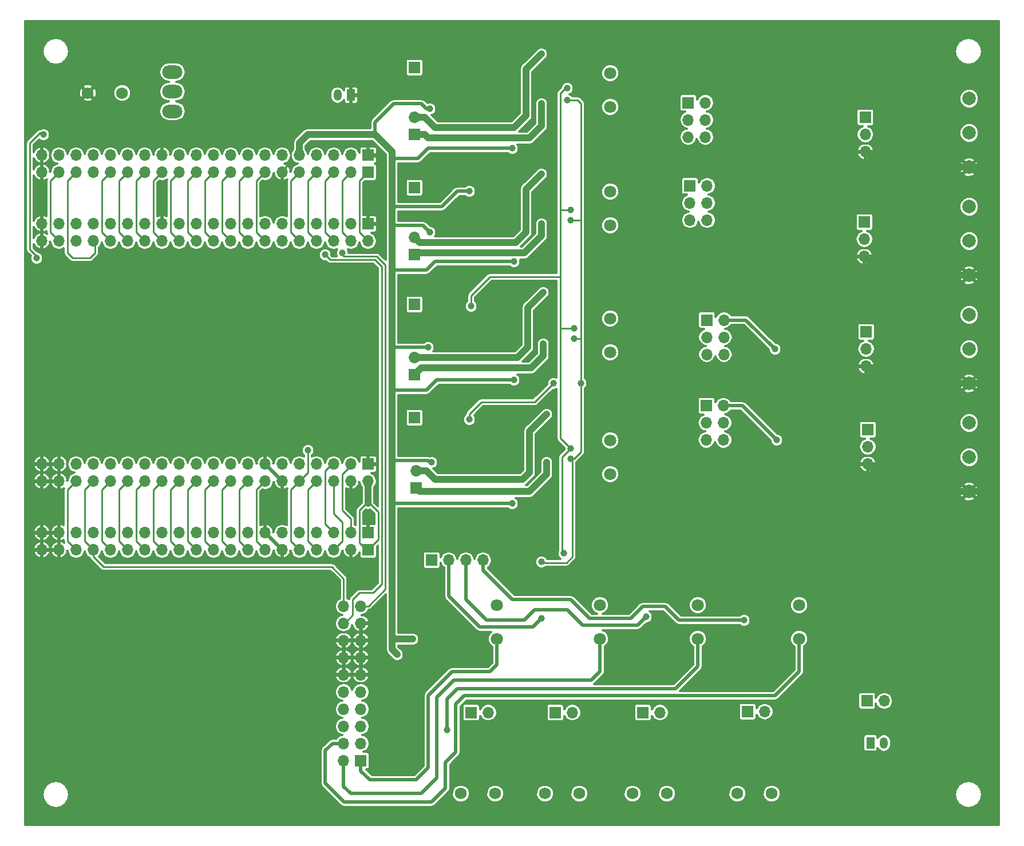
<source format=gbr>
G04 #@! TF.FileFunction,Copper,L2,Bot,Signal*
%FSLAX46Y46*%
G04 Gerber Fmt 4.6, Leading zero omitted, Abs format (unit mm)*
G04 Created by KiCad (PCBNEW 4.0.7) date 11/06/17 02:09:46*
%MOMM*%
%LPD*%
G01*
G04 APERTURE LIST*
%ADD10C,0.100000*%
%ADD11R,1.700000X1.700000*%
%ADD12O,1.700000X1.700000*%
%ADD13R,1.200000X1.700000*%
%ADD14O,1.200000X1.700000*%
%ADD15C,1.800000*%
%ADD16O,3.000000X2.000000*%
%ADD17C,1.750000*%
%ADD18C,2.000000*%
%ADD19C,1.000000*%
%ADD20C,0.254000*%
%ADD21C,0.500000*%
%ADD22C,1.000000*%
%ADD23C,0.250000*%
%ADD24C,0.310000*%
G04 APERTURE END LIST*
D10*
D11*
X75120500Y-129984500D03*
D12*
X72580500Y-129984500D03*
X75120500Y-127444500D03*
X72580500Y-127444500D03*
X75120500Y-124904500D03*
X72580500Y-124904500D03*
X75120500Y-122364500D03*
X72580500Y-122364500D03*
X75120500Y-119824500D03*
X72580500Y-119824500D03*
X75120500Y-117284500D03*
X72580500Y-117284500D03*
X75120500Y-114744500D03*
X72580500Y-114744500D03*
X75120500Y-112204500D03*
X72580500Y-112204500D03*
X75120500Y-109664500D03*
X72580500Y-109664500D03*
X75120500Y-107124500D03*
X72580500Y-107124500D03*
D11*
X149733000Y-34798000D03*
D12*
X149733000Y-37338000D03*
X149733000Y-39878000D03*
D11*
X149606000Y-50292000D03*
D12*
X149606000Y-52832000D03*
X149606000Y-55372000D03*
D11*
X149860000Y-66548000D03*
D12*
X149860000Y-69088000D03*
X149860000Y-71628000D03*
D11*
X150114000Y-81026000D03*
D12*
X150114000Y-83566000D03*
X150114000Y-86106000D03*
D11*
X123545600Y-32613600D03*
D12*
X126085600Y-32613600D03*
X123545600Y-35153600D03*
X126085600Y-35153600D03*
X123545600Y-37693600D03*
X126085600Y-37693600D03*
D11*
X123799600Y-44907200D03*
D12*
X126339600Y-44907200D03*
X123799600Y-47447200D03*
X126339600Y-47447200D03*
X123799600Y-49987200D03*
X126339600Y-49987200D03*
D11*
X126301500Y-64782700D03*
D12*
X128841500Y-64782700D03*
X126301500Y-67322700D03*
X128841500Y-67322700D03*
X126301500Y-69862700D03*
X128841500Y-69862700D03*
D11*
X126238000Y-77470000D03*
D12*
X128778000Y-77470000D03*
X126238000Y-80010000D03*
X128778000Y-80010000D03*
X126238000Y-82550000D03*
X128778000Y-82550000D03*
D11*
X76200000Y-40386000D03*
D12*
X73660000Y-40386000D03*
X71120000Y-40386000D03*
X68580000Y-40386000D03*
X66040000Y-40386000D03*
X63500000Y-40386000D03*
X60960000Y-40386000D03*
X58420000Y-40386000D03*
X55880000Y-40386000D03*
X53340000Y-40386000D03*
X50800000Y-40386000D03*
X48260000Y-40386000D03*
X45720000Y-40386000D03*
X43180000Y-40386000D03*
X40640000Y-40386000D03*
X38100000Y-40386000D03*
X35560000Y-40386000D03*
X33020000Y-40386000D03*
X30480000Y-40386000D03*
X27940000Y-40386000D03*
D11*
X76200000Y-42926000D03*
D12*
X73660000Y-42926000D03*
X71120000Y-42926000D03*
X68580000Y-42926000D03*
X66040000Y-42926000D03*
X63500000Y-42926000D03*
X60960000Y-42926000D03*
X58420000Y-42926000D03*
X55880000Y-42926000D03*
X53340000Y-42926000D03*
X50800000Y-42926000D03*
X48260000Y-42926000D03*
X45720000Y-42926000D03*
X43180000Y-42926000D03*
X40640000Y-42926000D03*
X38100000Y-42926000D03*
X35560000Y-42926000D03*
X33020000Y-42926000D03*
X30480000Y-42926000D03*
X27940000Y-42926000D03*
D11*
X76200000Y-50546000D03*
D12*
X76200000Y-53086000D03*
X73660000Y-50546000D03*
X73660000Y-53086000D03*
X71120000Y-50546000D03*
X71120000Y-53086000D03*
X68580000Y-50546000D03*
X68580000Y-53086000D03*
X66040000Y-50546000D03*
X66040000Y-53086000D03*
X63500000Y-50546000D03*
X63500000Y-53086000D03*
X60960000Y-50546000D03*
X60960000Y-53086000D03*
X58420000Y-50546000D03*
X58420000Y-53086000D03*
X55880000Y-50546000D03*
X55880000Y-53086000D03*
X53340000Y-50546000D03*
X53340000Y-53086000D03*
X50800000Y-50546000D03*
X50800000Y-53086000D03*
X48260000Y-50546000D03*
X48260000Y-53086000D03*
X45720000Y-50546000D03*
X45720000Y-53086000D03*
X43180000Y-50546000D03*
X43180000Y-53086000D03*
X40640000Y-50546000D03*
X40640000Y-53086000D03*
X38100000Y-50546000D03*
X38100000Y-53086000D03*
X35560000Y-50546000D03*
X35560000Y-53086000D03*
X33020000Y-50546000D03*
X33020000Y-53086000D03*
X30480000Y-50546000D03*
X30480000Y-53086000D03*
X27940000Y-50546000D03*
X27940000Y-53086000D03*
D11*
X76200000Y-96266000D03*
D12*
X73660000Y-96266000D03*
X71120000Y-96266000D03*
X68580000Y-96266000D03*
X66040000Y-96266000D03*
X63500000Y-96266000D03*
X60960000Y-96266000D03*
X58420000Y-96266000D03*
X55880000Y-96266000D03*
X53340000Y-96266000D03*
X50800000Y-96266000D03*
X48260000Y-96266000D03*
X45720000Y-96266000D03*
X43180000Y-96266000D03*
X40640000Y-96266000D03*
X38100000Y-96266000D03*
X35560000Y-96266000D03*
X33020000Y-96266000D03*
X30480000Y-96266000D03*
X27940000Y-96266000D03*
D11*
X76200000Y-98806000D03*
D12*
X73660000Y-98806000D03*
X71120000Y-98806000D03*
X68580000Y-98806000D03*
X66040000Y-98806000D03*
X63500000Y-98806000D03*
X60960000Y-98806000D03*
X58420000Y-98806000D03*
X55880000Y-98806000D03*
X53340000Y-98806000D03*
X50800000Y-98806000D03*
X48260000Y-98806000D03*
X45720000Y-98806000D03*
X43180000Y-98806000D03*
X40640000Y-98806000D03*
X38100000Y-98806000D03*
X35560000Y-98806000D03*
X33020000Y-98806000D03*
X30480000Y-98806000D03*
X27940000Y-98806000D03*
D11*
X76200000Y-86106000D03*
D12*
X76200000Y-88646000D03*
X73660000Y-86106000D03*
X73660000Y-88646000D03*
X71120000Y-86106000D03*
X71120000Y-88646000D03*
X68580000Y-86106000D03*
X68580000Y-88646000D03*
X66040000Y-86106000D03*
X66040000Y-88646000D03*
X63500000Y-86106000D03*
X63500000Y-88646000D03*
X60960000Y-86106000D03*
X60960000Y-88646000D03*
X58420000Y-86106000D03*
X58420000Y-88646000D03*
X55880000Y-86106000D03*
X55880000Y-88646000D03*
X53340000Y-86106000D03*
X53340000Y-88646000D03*
X50800000Y-86106000D03*
X50800000Y-88646000D03*
X48260000Y-86106000D03*
X48260000Y-88646000D03*
X45720000Y-86106000D03*
X45720000Y-88646000D03*
X43180000Y-86106000D03*
X43180000Y-88646000D03*
X40640000Y-86106000D03*
X40640000Y-88646000D03*
X38100000Y-86106000D03*
X38100000Y-88646000D03*
X35560000Y-86106000D03*
X35560000Y-88646000D03*
X33020000Y-86106000D03*
X33020000Y-88646000D03*
X30480000Y-86106000D03*
X30480000Y-88646000D03*
X27940000Y-86106000D03*
X27940000Y-88646000D03*
D13*
X73660000Y-31496000D03*
D14*
X71660000Y-31496000D03*
D11*
X83058000Y-37338000D03*
D12*
X83058000Y-34798000D03*
D11*
X83058000Y-55118000D03*
D12*
X83058000Y-52578000D03*
D11*
X83058000Y-72898000D03*
D12*
X83058000Y-70358000D03*
D11*
X83312000Y-89662000D03*
D12*
X83312000Y-87122000D03*
D11*
X85598000Y-100330000D03*
D12*
X88138000Y-100330000D03*
X90678000Y-100330000D03*
X93218000Y-100330000D03*
D15*
X112014000Y-33234000D03*
X112014000Y-28234000D03*
X112014000Y-50760000D03*
X112014000Y-45760000D03*
X112014000Y-69556000D03*
X112014000Y-64556000D03*
X112014000Y-87590000D03*
X112014000Y-82590000D03*
X95250000Y-106974000D03*
X95250000Y-111974000D03*
X110490000Y-106974000D03*
X110490000Y-111974000D03*
X124968000Y-106974000D03*
X124968000Y-111974000D03*
X139954000Y-106974000D03*
X139954000Y-111974000D03*
D11*
X116840000Y-122872500D03*
D12*
X119380000Y-122872500D03*
D11*
X91440000Y-122872500D03*
D12*
X93980000Y-122872500D03*
D11*
X103886000Y-122872500D03*
D12*
X106426000Y-122872500D03*
D11*
X132334000Y-122745500D03*
D12*
X134874000Y-122745500D03*
D11*
X83058000Y-27432000D03*
X83058000Y-45212000D03*
X83058000Y-62484000D03*
X83058000Y-79248000D03*
D16*
X47244000Y-33888000D03*
X47244000Y-30988000D03*
X47244000Y-28088000D03*
D13*
X150495000Y-127381000D03*
D14*
X152495000Y-127381000D03*
D11*
X149987000Y-121158000D03*
D12*
X152527000Y-121158000D03*
D17*
X34734500Y-31178500D03*
X39814500Y-31178500D03*
X115316000Y-134874000D03*
X120396000Y-134874000D03*
X89916000Y-134874000D03*
X94996000Y-134874000D03*
X102362000Y-134874000D03*
X107442000Y-134874000D03*
X130810000Y-134874000D03*
X135890000Y-134874000D03*
D18*
X165100000Y-32004000D03*
X165100000Y-37084000D03*
X165100000Y-42164000D03*
X165100000Y-48006000D03*
X165100000Y-53086000D03*
X165100000Y-58166000D03*
X165100000Y-64008000D03*
X165100000Y-69088000D03*
X165100000Y-74168000D03*
X165100000Y-80010000D03*
X165100000Y-85090000D03*
X165100000Y-90170000D03*
D19*
X101854000Y-92202000D03*
X101346000Y-96774000D03*
X46990000Y-55372000D03*
X61722000Y-33782000D03*
X66802000Y-28956000D03*
X94234000Y-78994000D03*
X83566000Y-84582000D03*
X91440000Y-85344000D03*
X102362000Y-73152000D03*
X83312000Y-67310000D03*
X91440000Y-67564000D03*
X94488000Y-61468000D03*
X83058000Y-49530000D03*
X101854000Y-55118000D03*
X91440000Y-50800000D03*
X94234000Y-44450000D03*
X86106000Y-31750000D03*
X102870000Y-38100000D03*
X91694000Y-32766000D03*
X91440000Y-26162000D03*
X85852000Y-102870000D03*
X109474000Y-99568000D03*
X100330000Y-104394000D03*
X112522000Y-96266000D03*
X116332000Y-97028000D03*
X114808000Y-104648000D03*
X123444000Y-96520000D03*
X129286000Y-104902000D03*
X137160000Y-97536000D03*
X82804000Y-112014000D03*
X80518000Y-114300000D03*
X97536000Y-91948000D03*
X85598000Y-85852000D03*
X97790000Y-73660000D03*
X85090000Y-68834000D03*
X85344000Y-51816000D03*
X97790000Y-56134000D03*
X91186000Y-45720000D03*
X97536000Y-39370000D03*
X85344000Y-33528000D03*
X101854000Y-25400000D03*
X101854000Y-43180000D03*
X102108000Y-60706000D03*
X102616000Y-78740000D03*
X101854000Y-108966000D03*
X117348000Y-108712000D03*
X131826000Y-109220000D03*
X87884000Y-125476000D03*
X106172000Y-83820000D03*
X106680000Y-66040000D03*
X106172000Y-48514000D03*
X105664000Y-30480000D03*
X91440000Y-62738000D03*
X105156000Y-99314000D03*
X103632000Y-74168000D03*
X107696000Y-74168000D03*
X106172000Y-85344000D03*
X106680000Y-67564000D03*
X106172000Y-50038000D03*
X105664000Y-32258000D03*
X91186000Y-79502000D03*
X101854000Y-100584000D03*
X69850000Y-55118000D03*
X72390000Y-54864000D03*
X136398000Y-69088000D03*
X136652000Y-82550000D03*
X27178000Y-55626000D03*
X28194000Y-37338000D03*
X67310000Y-84074000D03*
X101854000Y-32766000D03*
X101854000Y-50546000D03*
X102108000Y-68326000D03*
X102616000Y-85852000D03*
D20*
X71120000Y-42926000D02*
X69850000Y-44196000D01*
X69850000Y-44196000D02*
X69850000Y-51816000D01*
X69850000Y-51816000D02*
X71120000Y-53086000D01*
X63500000Y-42926000D02*
X63500000Y-42672000D01*
X63500000Y-42672000D02*
X64770000Y-41402000D01*
X64770000Y-41402000D02*
X64770000Y-37846000D01*
D21*
X60960000Y-96266000D02*
X63500000Y-98806000D01*
X60960000Y-86106000D02*
X63500000Y-88646000D01*
X60960000Y-86106000D02*
X60960000Y-83312000D01*
X76200000Y-50546000D02*
X76200000Y-46736000D01*
X76200000Y-46736000D02*
X78232000Y-44704000D01*
X78232000Y-44704000D02*
X78232000Y-41402000D01*
X78232000Y-41402000D02*
X77216000Y-40386000D01*
X77216000Y-40386000D02*
X76200000Y-40386000D01*
D22*
X165100000Y-58166000D02*
X167640000Y-58166000D01*
X165100000Y-74168000D02*
X167640000Y-74168000D01*
X167386000Y-73914000D02*
X167640000Y-73914000D01*
X167640000Y-74168000D02*
X167386000Y-73914000D01*
X165100000Y-42164000D02*
X166116000Y-42164000D01*
X167640000Y-43688000D02*
X167640000Y-58166000D01*
X166116000Y-42164000D02*
X167640000Y-43688000D01*
X167640000Y-58166000D02*
X167640000Y-73914000D01*
X166878000Y-90170000D02*
X165100000Y-90170000D01*
X167640000Y-73914000D02*
X167640000Y-89408000D01*
X167640000Y-89408000D02*
X166878000Y-90170000D01*
X165100000Y-90170000D02*
X154178000Y-90170000D01*
X154178000Y-90170000D02*
X150114000Y-86106000D01*
X165100000Y-74168000D02*
X152400000Y-74168000D01*
X152400000Y-74168000D02*
X149860000Y-71628000D01*
X165100000Y-58166000D02*
X152400000Y-58166000D01*
X152400000Y-58166000D02*
X149606000Y-55372000D01*
X165100000Y-42164000D02*
X152019000Y-42164000D01*
X152019000Y-42164000D02*
X149733000Y-39878000D01*
D20*
X66040000Y-42926000D02*
X64770000Y-44196000D01*
X64770000Y-44196000D02*
X64770000Y-51816000D01*
X64770000Y-51816000D02*
X66040000Y-53086000D01*
D21*
X91186000Y-45720000D02*
X89408000Y-45720000D01*
X89408000Y-45720000D02*
X87122000Y-48006000D01*
X87122000Y-48006000D02*
X79756000Y-48006000D01*
X97536000Y-39370000D02*
X85090000Y-39370000D01*
X85090000Y-39370000D02*
X83566000Y-40894000D01*
X83566000Y-40894000D02*
X79756000Y-40894000D01*
X85344000Y-33528000D02*
X84836000Y-33528000D01*
X84836000Y-33528000D02*
X84074000Y-32766000D01*
X84074000Y-32766000D02*
X80010000Y-32766000D01*
X80010000Y-32766000D02*
X77216000Y-35560000D01*
X77216000Y-35560000D02*
X77216000Y-37338000D01*
X97790000Y-56134000D02*
X86106000Y-56134000D01*
X86106000Y-56134000D02*
X84836000Y-57404000D01*
X84836000Y-57404000D02*
X79756000Y-57404000D01*
X85344000Y-51816000D02*
X84328000Y-50800000D01*
X84328000Y-50800000D02*
X79756000Y-50800000D01*
X97790000Y-73660000D02*
X86360000Y-73660000D01*
X86360000Y-73660000D02*
X84836000Y-75184000D01*
X84836000Y-75184000D02*
X79756000Y-75184000D01*
X85090000Y-68834000D02*
X79756000Y-68834000D01*
X79756000Y-68834000D02*
X80010000Y-68580000D01*
X80010000Y-68580000D02*
X79756000Y-68580000D01*
X85598000Y-85852000D02*
X85344000Y-85852000D01*
X85344000Y-85852000D02*
X85090000Y-85598000D01*
X85090000Y-85598000D02*
X79756000Y-85598000D01*
X97536000Y-91948000D02*
X80010000Y-91948000D01*
X80010000Y-91948000D02*
X79756000Y-91694000D01*
D22*
X79756000Y-112014000D02*
X82804000Y-112014000D01*
X66040000Y-40386000D02*
X66040000Y-38608000D01*
X66040000Y-38608000D02*
X67310000Y-37338000D01*
X67310000Y-37338000D02*
X77216000Y-37338000D01*
X77216000Y-37338000D02*
X79756000Y-39878000D01*
X79756000Y-39878000D02*
X79756000Y-40894000D01*
X79756000Y-40894000D02*
X79756000Y-48006000D01*
X79756000Y-48006000D02*
X79756000Y-50800000D01*
X79756000Y-50800000D02*
X79756000Y-57404000D01*
X79756000Y-57404000D02*
X79756000Y-68580000D01*
X79756000Y-68580000D02*
X79756000Y-75184000D01*
X79756000Y-75184000D02*
X79756000Y-85598000D01*
X79756000Y-85598000D02*
X79756000Y-91694000D01*
X79756000Y-91694000D02*
X79756000Y-112014000D01*
X79756000Y-112014000D02*
X79756000Y-113538000D01*
X79756000Y-113538000D02*
X80518000Y-114300000D01*
X83058000Y-34798000D02*
X84582000Y-34798000D01*
X84582000Y-34798000D02*
X86106000Y-36322000D01*
X86106000Y-36322000D02*
X97790000Y-36322000D01*
X97790000Y-36322000D02*
X99568000Y-34544000D01*
X101854000Y-25400000D02*
X99568000Y-27686000D01*
X99568000Y-27686000D02*
X99568000Y-34544000D01*
X101854000Y-43180000D02*
X99568000Y-45466000D01*
X99568000Y-45466000D02*
X99568000Y-51816000D01*
X99568000Y-51816000D02*
X98044000Y-53340000D01*
X98044000Y-53340000D02*
X83820000Y-53340000D01*
X83820000Y-53340000D02*
X83058000Y-52578000D01*
X102108000Y-60706000D02*
X99822000Y-62992000D01*
X99822000Y-62992000D02*
X99822000Y-68834000D01*
X99822000Y-68834000D02*
X98298000Y-70358000D01*
X98298000Y-70358000D02*
X83058000Y-70358000D01*
X102616000Y-78740000D02*
X100076000Y-81280000D01*
X100076000Y-81280000D02*
X100076000Y-87376000D01*
X100076000Y-87376000D02*
X99060000Y-88392000D01*
X99060000Y-88392000D02*
X86106000Y-88392000D01*
X86106000Y-88392000D02*
X84836000Y-87122000D01*
X84836000Y-87122000D02*
X83312000Y-87122000D01*
D21*
X88138000Y-100330000D02*
X88138000Y-105664000D01*
X100584000Y-110236000D02*
X101854000Y-108966000D01*
X92710000Y-110236000D02*
X100584000Y-110236000D01*
X88138000Y-105664000D02*
X92710000Y-110236000D01*
X90678000Y-106172000D02*
X93726000Y-109220000D01*
X93726000Y-109220000D02*
X99314000Y-109220000D01*
X99314000Y-109220000D02*
X100838000Y-107696000D01*
X100838000Y-107696000D02*
X105664000Y-107696000D01*
X105664000Y-107696000D02*
X107950000Y-109982000D01*
X107950000Y-109982000D02*
X116078000Y-109982000D01*
X116078000Y-109982000D02*
X117348000Y-108712000D01*
X90678000Y-106172000D02*
X90678000Y-100330000D01*
X93218000Y-100330000D02*
X93218000Y-101854000D01*
X122174000Y-109220000D02*
X131826000Y-109220000D01*
X120142000Y-107188000D02*
X122174000Y-109220000D01*
X116840000Y-107188000D02*
X120142000Y-107188000D01*
X115062000Y-108966000D02*
X116840000Y-107188000D01*
X108966000Y-108966000D02*
X115062000Y-108966000D01*
X106172000Y-106172000D02*
X108966000Y-108966000D01*
X97536000Y-106172000D02*
X106172000Y-106172000D01*
X93218000Y-101854000D02*
X97536000Y-106172000D01*
D22*
X76200000Y-88646000D02*
X76200000Y-91948000D01*
D23*
X76200000Y-88646000D02*
X76200000Y-91948000D01*
X76200000Y-91694000D02*
X74930000Y-92964000D01*
X74930000Y-92964000D02*
X74930000Y-97790000D01*
X74930000Y-97790000D02*
X75946000Y-98806000D01*
X75946000Y-98806000D02*
X76200000Y-98806000D01*
X76200000Y-88646000D02*
X76200000Y-91694000D01*
X76200000Y-91694000D02*
X77724000Y-93218000D01*
X77724000Y-93218000D02*
X77724000Y-97282000D01*
X77724000Y-97282000D02*
X76200000Y-98806000D01*
D21*
X76454000Y-132842000D02*
X83312000Y-132842000D01*
X83312000Y-132842000D02*
X85090000Y-131064000D01*
X85090000Y-131064000D02*
X85090000Y-120396000D01*
X85090000Y-120396000D02*
X88646000Y-116840000D01*
X75120500Y-129984500D02*
X75120500Y-131508500D01*
X95250000Y-115824000D02*
X95250000Y-111974000D01*
X94234000Y-116840000D02*
X95250000Y-115824000D01*
X88646000Y-116840000D02*
X94234000Y-116840000D01*
X75120500Y-131508500D02*
X76454000Y-132842000D01*
X73660000Y-134874000D02*
X84074000Y-134874000D01*
X84074000Y-134874000D02*
X86360000Y-132588000D01*
X86360000Y-132588000D02*
X86360000Y-120650000D01*
X86360000Y-120650000D02*
X88900000Y-118110000D01*
X72580500Y-129984500D02*
X72580500Y-133794500D01*
X110490000Y-116840000D02*
X110490000Y-111974000D01*
X109220000Y-118110000D02*
X110490000Y-116840000D01*
X88900000Y-118110000D02*
X109220000Y-118110000D01*
X72580500Y-133794500D02*
X73660000Y-134874000D01*
X124968000Y-111974000D02*
X124968000Y-116078000D01*
X87884000Y-120904000D02*
X87884000Y-125476000D01*
X89408000Y-119380000D02*
X87884000Y-120904000D01*
X121666000Y-119380000D02*
X89408000Y-119380000D01*
X124968000Y-116078000D02*
X121666000Y-119380000D01*
X72644000Y-136144000D02*
X85598000Y-136144000D01*
X85598000Y-136144000D02*
X87630000Y-134112000D01*
X139954000Y-111974000D02*
X139954000Y-116840000D01*
X139954000Y-116840000D02*
X136398000Y-120396000D01*
X136398000Y-120396000D02*
X90424000Y-120396000D01*
X90424000Y-120396000D02*
X89154000Y-121666000D01*
X89154000Y-121666000D02*
X89154000Y-128778000D01*
X89154000Y-128778000D02*
X87630000Y-130302000D01*
X87630000Y-130302000D02*
X87630000Y-134112000D01*
X72644000Y-136144000D02*
X69850000Y-133350000D01*
X69850000Y-133350000D02*
X69850000Y-128524000D01*
X69850000Y-128524000D02*
X70929500Y-127444500D01*
X70929500Y-127444500D02*
X72580500Y-127444500D01*
D20*
X91440000Y-62738000D02*
X91440000Y-61214000D01*
X91440000Y-61214000D02*
X94234000Y-58420000D01*
X94234000Y-58420000D02*
X104648000Y-58420000D01*
X106172000Y-83820000D02*
X104902000Y-85090000D01*
X104902000Y-85090000D02*
X104902000Y-99060000D01*
X104902000Y-99060000D02*
X105156000Y-99314000D01*
X106680000Y-66040000D02*
X104648000Y-66040000D01*
X106172000Y-48514000D02*
X104648000Y-48514000D01*
X105664000Y-30480000D02*
X105410000Y-30480000D01*
X105410000Y-30480000D02*
X104648000Y-31242000D01*
X104648000Y-31242000D02*
X104648000Y-48514000D01*
X104648000Y-48514000D02*
X104648000Y-58420000D01*
X104648000Y-58420000D02*
X104648000Y-66040000D01*
X104648000Y-66040000D02*
X104648000Y-82296000D01*
X104648000Y-82296000D02*
X106172000Y-83820000D01*
D23*
X105537000Y-100711000D02*
X101981000Y-100711000D01*
X101981000Y-100711000D02*
X101854000Y-100584000D01*
D20*
X91186000Y-79502000D02*
X91186000Y-78740000D01*
X91186000Y-78740000D02*
X92964000Y-76962000D01*
X92964000Y-76962000D02*
X100838000Y-76962000D01*
X100838000Y-76962000D02*
X103632000Y-74168000D01*
X105537000Y-100711000D02*
X106426000Y-99822000D01*
X106426000Y-99822000D02*
X106426000Y-85598000D01*
X106426000Y-85598000D02*
X106172000Y-85344000D01*
X106680000Y-67564000D02*
X107696000Y-67564000D01*
X106172000Y-50038000D02*
X107696000Y-50038000D01*
X106172000Y-85344000D02*
X106680000Y-85344000D01*
X106680000Y-85344000D02*
X107696000Y-84328000D01*
X107696000Y-84328000D02*
X107696000Y-74168000D01*
X107696000Y-74168000D02*
X107696000Y-67564000D01*
X107696000Y-67564000D02*
X107696000Y-50038000D01*
X107696000Y-50038000D02*
X107696000Y-32766000D01*
X107696000Y-32766000D02*
X107188000Y-32258000D01*
X107188000Y-32258000D02*
X105664000Y-32258000D01*
D23*
X78232000Y-103886000D02*
X78232000Y-56896000D01*
X78232000Y-56896000D02*
X77216000Y-55880000D01*
X77216000Y-55880000D02*
X70612000Y-55880000D01*
X70612000Y-55880000D02*
X69850000Y-55118000D01*
X72580500Y-109664500D02*
X72707500Y-109664500D01*
X72707500Y-109664500D02*
X73914000Y-108458000D01*
X73914000Y-108458000D02*
X73914000Y-106172000D01*
X73914000Y-106172000D02*
X74930000Y-105156000D01*
X74930000Y-105156000D02*
X76962000Y-105156000D01*
X76962000Y-105156000D02*
X78232000Y-103886000D01*
X77470000Y-55372000D02*
X72644000Y-55372000D01*
X72644000Y-55372000D02*
X72390000Y-55118000D01*
X72390000Y-55118000D02*
X72390000Y-54864000D01*
X75120500Y-107124500D02*
X76263500Y-107124500D01*
X76263500Y-107124500D02*
X78740000Y-104648000D01*
X78740000Y-104648000D02*
X78740000Y-56642000D01*
X78740000Y-56642000D02*
X77470000Y-55372000D01*
D20*
X35560000Y-98806000D02*
X35560000Y-99822000D01*
X35560000Y-99822000D02*
X37084000Y-101346000D01*
X37084000Y-101346000D02*
X70866000Y-101346000D01*
X70866000Y-101346000D02*
X72580500Y-103060500D01*
X72580500Y-103060500D02*
X72580500Y-107124500D01*
X35560000Y-88646000D02*
X34290000Y-89916000D01*
X34290000Y-89916000D02*
X34290000Y-97536000D01*
X34290000Y-97536000D02*
X35560000Y-98806000D01*
D21*
X132092700Y-64782700D02*
X128841500Y-64782700D01*
X136398000Y-69088000D02*
X132092700Y-64782700D01*
X131572000Y-77470000D02*
X128778000Y-77470000D01*
X136652000Y-82550000D02*
X131572000Y-77470000D01*
D20*
X76200000Y-42926000D02*
X74930000Y-44196000D01*
X74930000Y-44196000D02*
X74930000Y-51816000D01*
X74930000Y-51816000D02*
X76200000Y-53086000D01*
X73660000Y-42926000D02*
X72390000Y-44196000D01*
X72390000Y-44196000D02*
X72390000Y-51816000D01*
X72390000Y-51816000D02*
X73660000Y-53086000D01*
X68580000Y-42926000D02*
X67310000Y-44196000D01*
X67310000Y-44196000D02*
X67310000Y-51816000D01*
X67310000Y-51816000D02*
X68580000Y-53086000D01*
X60960000Y-42926000D02*
X59690000Y-44196000D01*
X59690000Y-44196000D02*
X59690000Y-51816000D01*
X59690000Y-51816000D02*
X60960000Y-53086000D01*
X58420000Y-42926000D02*
X57150000Y-44196000D01*
X57150000Y-44196000D02*
X57150000Y-51816000D01*
X57150000Y-51816000D02*
X58420000Y-53086000D01*
X55880000Y-42926000D02*
X54610000Y-44196000D01*
X54610000Y-44196000D02*
X54610000Y-51816000D01*
X54610000Y-51816000D02*
X55880000Y-53086000D01*
X53340000Y-42926000D02*
X52070000Y-44196000D01*
X52070000Y-44196000D02*
X52070000Y-51816000D01*
X52070000Y-51816000D02*
X53340000Y-53086000D01*
X50800000Y-42926000D02*
X49530000Y-44196000D01*
X49530000Y-44196000D02*
X49530000Y-51816000D01*
X49530000Y-51816000D02*
X50800000Y-53086000D01*
X48260000Y-42926000D02*
X46990000Y-44196000D01*
X46990000Y-44196000D02*
X46990000Y-51816000D01*
X46990000Y-51816000D02*
X48260000Y-53086000D01*
X45720000Y-42926000D02*
X44450000Y-44196000D01*
X44450000Y-44196000D02*
X44450000Y-51816000D01*
X44450000Y-51816000D02*
X45720000Y-53086000D01*
X43180000Y-42926000D02*
X41910000Y-44196000D01*
X41910000Y-44196000D02*
X41910000Y-51816000D01*
X41910000Y-51816000D02*
X43180000Y-53086000D01*
X40640000Y-42926000D02*
X39370000Y-44196000D01*
X39370000Y-44196000D02*
X39370000Y-51816000D01*
X39370000Y-51816000D02*
X40640000Y-53086000D01*
X38100000Y-42926000D02*
X36830000Y-44196000D01*
X36830000Y-44196000D02*
X36830000Y-51816000D01*
X36830000Y-51816000D02*
X38100000Y-53086000D01*
X30480000Y-42926000D02*
X29210000Y-44196000D01*
X29210000Y-44196000D02*
X29210000Y-51816000D01*
X29210000Y-51816000D02*
X30480000Y-53086000D01*
X68580000Y-88646000D02*
X67310000Y-89916000D01*
X67310000Y-89916000D02*
X67310000Y-97536000D01*
X67310000Y-97536000D02*
X68580000Y-98806000D01*
D23*
X71120000Y-88646000D02*
X71120000Y-93472000D01*
X71120000Y-93472000D02*
X72390000Y-94742000D01*
X72390000Y-94742000D02*
X72390000Y-97536000D01*
X72390000Y-97536000D02*
X71120000Y-98806000D01*
X27178000Y-55626000D02*
X27178000Y-55372000D01*
X27178000Y-55372000D02*
X26162000Y-54356000D01*
X26162000Y-54356000D02*
X26162000Y-38608000D01*
X26162000Y-38608000D02*
X27686000Y-37084000D01*
X27686000Y-37084000D02*
X27940000Y-37084000D01*
X27940000Y-37084000D02*
X28194000Y-37338000D01*
X66040000Y-88646000D02*
X67310000Y-87376000D01*
X67310000Y-87376000D02*
X67310000Y-84074000D01*
D20*
X66040000Y-88646000D02*
X64770000Y-89916000D01*
X64770000Y-89916000D02*
X64770000Y-97536000D01*
X64770000Y-97536000D02*
X66040000Y-98806000D01*
D23*
X72390000Y-87630000D02*
X72390000Y-92964000D01*
X72390000Y-92964000D02*
X73660000Y-94234000D01*
X73660000Y-94234000D02*
X73660000Y-96266000D01*
X73660000Y-86106000D02*
X73660000Y-86360000D01*
X73660000Y-86360000D02*
X72390000Y-87630000D01*
X71120000Y-86106000D02*
X70866000Y-86106000D01*
X70866000Y-86106000D02*
X69850000Y-87122000D01*
X69850000Y-87122000D02*
X69850000Y-94996000D01*
X69850000Y-94996000D02*
X71120000Y-96266000D01*
D20*
X60960000Y-88646000D02*
X59690000Y-89916000D01*
X59690000Y-89916000D02*
X59690000Y-97536000D01*
X59690000Y-97536000D02*
X60960000Y-98806000D01*
X58420000Y-88646000D02*
X57150000Y-89916000D01*
X57150000Y-89916000D02*
X57150000Y-97536000D01*
X57150000Y-97536000D02*
X58420000Y-98806000D01*
X55880000Y-88646000D02*
X54610000Y-89916000D01*
X54610000Y-89916000D02*
X54610000Y-97536000D01*
X54610000Y-97536000D02*
X55880000Y-98806000D01*
X53340000Y-88646000D02*
X52070000Y-89916000D01*
X52070000Y-89916000D02*
X52070000Y-97536000D01*
X52070000Y-97536000D02*
X53340000Y-98806000D01*
X50800000Y-88646000D02*
X49530000Y-89916000D01*
X49530000Y-89916000D02*
X49530000Y-97536000D01*
X49530000Y-97536000D02*
X50800000Y-98806000D01*
X48260000Y-88646000D02*
X46990000Y-89916000D01*
X46990000Y-89916000D02*
X46990000Y-97536000D01*
X46990000Y-97536000D02*
X48260000Y-98806000D01*
X45720000Y-88646000D02*
X44450000Y-89916000D01*
X44450000Y-89916000D02*
X44450000Y-97536000D01*
X44450000Y-97536000D02*
X45720000Y-98806000D01*
X43180000Y-88646000D02*
X41910000Y-89916000D01*
X41910000Y-89916000D02*
X41910000Y-97536000D01*
X41910000Y-97536000D02*
X43180000Y-98806000D01*
X40640000Y-88646000D02*
X39370000Y-89916000D01*
X39370000Y-89916000D02*
X39370000Y-97536000D01*
X39370000Y-97536000D02*
X40640000Y-98806000D01*
X38100000Y-88646000D02*
X36830000Y-89916000D01*
X36830000Y-89916000D02*
X36830000Y-97536000D01*
X36830000Y-97536000D02*
X38100000Y-98806000D01*
X33020000Y-88646000D02*
X31750000Y-89916000D01*
X31750000Y-89916000D02*
X31750000Y-97536000D01*
X31750000Y-97536000D02*
X33020000Y-98806000D01*
D22*
X101854000Y-32766000D02*
X101854000Y-36068000D01*
X101854000Y-36068000D02*
X100076000Y-37846000D01*
X100076000Y-37846000D02*
X85090000Y-37846000D01*
X85090000Y-37846000D02*
X84582000Y-37338000D01*
X84582000Y-37338000D02*
X83058000Y-37338000D01*
X99314000Y-54864000D02*
X83312000Y-54864000D01*
X83312000Y-54864000D02*
X83058000Y-55118000D01*
X101854000Y-50546000D02*
X101854000Y-52324000D01*
X101854000Y-52324000D02*
X99314000Y-54864000D01*
X102108000Y-68326000D02*
X102108000Y-70104000D01*
X102108000Y-70104000D02*
X100330000Y-71882000D01*
X100330000Y-71882000D02*
X84074000Y-71882000D01*
X84074000Y-71882000D02*
X83058000Y-72898000D01*
X102616000Y-85852000D02*
X102616000Y-87630000D01*
X102616000Y-87630000D02*
X100076000Y-90170000D01*
X100076000Y-90170000D02*
X83820000Y-90170000D01*
X83820000Y-90170000D02*
X83312000Y-89662000D01*
D20*
X33020000Y-42926000D02*
X31750000Y-44196000D01*
X31750000Y-44196000D02*
X31750000Y-54864000D01*
X31750000Y-54864000D02*
X32512000Y-55626000D01*
X32512000Y-55626000D02*
X35052000Y-55626000D01*
X35052000Y-55626000D02*
X35814000Y-54864000D01*
X35814000Y-54864000D02*
X35814000Y-53340000D01*
X35814000Y-53340000D02*
X35560000Y-53086000D01*
D24*
G36*
X169495000Y-139495000D02*
X25505000Y-139495000D01*
X25505000Y-135000000D01*
X27995000Y-135000000D01*
X28147622Y-135767280D01*
X28582251Y-136417749D01*
X29232720Y-136852378D01*
X30000000Y-137005000D01*
X30767280Y-136852378D01*
X31417749Y-136417749D01*
X31852378Y-135767280D01*
X32005000Y-135000000D01*
X31852378Y-134232720D01*
X31417749Y-133582251D01*
X30767280Y-133147622D01*
X30000000Y-132995000D01*
X29232720Y-133147622D01*
X28582251Y-133582251D01*
X28147622Y-134232720D01*
X27995000Y-135000000D01*
X25505000Y-135000000D01*
X25505000Y-128524000D01*
X69145000Y-128524000D01*
X69145000Y-133350000D01*
X69198665Y-133619792D01*
X69351490Y-133848510D01*
X72145490Y-136642510D01*
X72374208Y-136795335D01*
X72644000Y-136849000D01*
X85598000Y-136849000D01*
X85867792Y-136795335D01*
X86096510Y-136642510D01*
X87601627Y-135137393D01*
X88585770Y-135137393D01*
X88787824Y-135626400D01*
X89161632Y-136000861D01*
X89650286Y-136203768D01*
X90179393Y-136204230D01*
X90668400Y-136002176D01*
X91042861Y-135628368D01*
X91245768Y-135139714D01*
X91245770Y-135137393D01*
X93665770Y-135137393D01*
X93867824Y-135626400D01*
X94241632Y-136000861D01*
X94730286Y-136203768D01*
X95259393Y-136204230D01*
X95748400Y-136002176D01*
X96122861Y-135628368D01*
X96325768Y-135139714D01*
X96325770Y-135137393D01*
X101031770Y-135137393D01*
X101233824Y-135626400D01*
X101607632Y-136000861D01*
X102096286Y-136203768D01*
X102625393Y-136204230D01*
X103114400Y-136002176D01*
X103488861Y-135628368D01*
X103691768Y-135139714D01*
X103691770Y-135137393D01*
X106111770Y-135137393D01*
X106313824Y-135626400D01*
X106687632Y-136000861D01*
X107176286Y-136203768D01*
X107705393Y-136204230D01*
X108194400Y-136002176D01*
X108568861Y-135628368D01*
X108771768Y-135139714D01*
X108771770Y-135137393D01*
X113985770Y-135137393D01*
X114187824Y-135626400D01*
X114561632Y-136000861D01*
X115050286Y-136203768D01*
X115579393Y-136204230D01*
X116068400Y-136002176D01*
X116442861Y-135628368D01*
X116645768Y-135139714D01*
X116645770Y-135137393D01*
X119065770Y-135137393D01*
X119267824Y-135626400D01*
X119641632Y-136000861D01*
X120130286Y-136203768D01*
X120659393Y-136204230D01*
X121148400Y-136002176D01*
X121522861Y-135628368D01*
X121725768Y-135139714D01*
X121725770Y-135137393D01*
X129479770Y-135137393D01*
X129681824Y-135626400D01*
X130055632Y-136000861D01*
X130544286Y-136203768D01*
X131073393Y-136204230D01*
X131562400Y-136002176D01*
X131936861Y-135628368D01*
X132139768Y-135139714D01*
X132139770Y-135137393D01*
X134559770Y-135137393D01*
X134761824Y-135626400D01*
X135135632Y-136000861D01*
X135624286Y-136203768D01*
X136153393Y-136204230D01*
X136642400Y-136002176D01*
X137016861Y-135628368D01*
X137219768Y-135139714D01*
X137219889Y-135000000D01*
X162995000Y-135000000D01*
X163147622Y-135767280D01*
X163582251Y-136417749D01*
X164232720Y-136852378D01*
X165000000Y-137005000D01*
X165767280Y-136852378D01*
X166417749Y-136417749D01*
X166852378Y-135767280D01*
X167005000Y-135000000D01*
X166852378Y-134232720D01*
X166417749Y-133582251D01*
X165767280Y-133147622D01*
X165000000Y-132995000D01*
X164232720Y-133147622D01*
X163582251Y-133582251D01*
X163147622Y-134232720D01*
X162995000Y-135000000D01*
X137219889Y-135000000D01*
X137220230Y-134610607D01*
X137018176Y-134121600D01*
X136644368Y-133747139D01*
X136155714Y-133544232D01*
X135626607Y-133543770D01*
X135137600Y-133745824D01*
X134763139Y-134119632D01*
X134560232Y-134608286D01*
X134559770Y-135137393D01*
X132139770Y-135137393D01*
X132140230Y-134610607D01*
X131938176Y-134121600D01*
X131564368Y-133747139D01*
X131075714Y-133544232D01*
X130546607Y-133543770D01*
X130057600Y-133745824D01*
X129683139Y-134119632D01*
X129480232Y-134608286D01*
X129479770Y-135137393D01*
X121725770Y-135137393D01*
X121726230Y-134610607D01*
X121524176Y-134121600D01*
X121150368Y-133747139D01*
X120661714Y-133544232D01*
X120132607Y-133543770D01*
X119643600Y-133745824D01*
X119269139Y-134119632D01*
X119066232Y-134608286D01*
X119065770Y-135137393D01*
X116645770Y-135137393D01*
X116646230Y-134610607D01*
X116444176Y-134121600D01*
X116070368Y-133747139D01*
X115581714Y-133544232D01*
X115052607Y-133543770D01*
X114563600Y-133745824D01*
X114189139Y-134119632D01*
X113986232Y-134608286D01*
X113985770Y-135137393D01*
X108771770Y-135137393D01*
X108772230Y-134610607D01*
X108570176Y-134121600D01*
X108196368Y-133747139D01*
X107707714Y-133544232D01*
X107178607Y-133543770D01*
X106689600Y-133745824D01*
X106315139Y-134119632D01*
X106112232Y-134608286D01*
X106111770Y-135137393D01*
X103691770Y-135137393D01*
X103692230Y-134610607D01*
X103490176Y-134121600D01*
X103116368Y-133747139D01*
X102627714Y-133544232D01*
X102098607Y-133543770D01*
X101609600Y-133745824D01*
X101235139Y-134119632D01*
X101032232Y-134608286D01*
X101031770Y-135137393D01*
X96325770Y-135137393D01*
X96326230Y-134610607D01*
X96124176Y-134121600D01*
X95750368Y-133747139D01*
X95261714Y-133544232D01*
X94732607Y-133543770D01*
X94243600Y-133745824D01*
X93869139Y-134119632D01*
X93666232Y-134608286D01*
X93665770Y-135137393D01*
X91245770Y-135137393D01*
X91246230Y-134610607D01*
X91044176Y-134121600D01*
X90670368Y-133747139D01*
X90181714Y-133544232D01*
X89652607Y-133543770D01*
X89163600Y-133745824D01*
X88789139Y-134119632D01*
X88586232Y-134608286D01*
X88585770Y-135137393D01*
X87601627Y-135137393D01*
X88128510Y-134610510D01*
X88281335Y-134381792D01*
X88335000Y-134112000D01*
X88335000Y-130594020D01*
X89652510Y-129276511D01*
X89805335Y-129047792D01*
X89823989Y-128954012D01*
X89859000Y-128778000D01*
X89859000Y-126531000D01*
X149431087Y-126531000D01*
X149431087Y-128231000D01*
X149462814Y-128399613D01*
X149562464Y-128554473D01*
X149714512Y-128658363D01*
X149895000Y-128694913D01*
X151095000Y-128694913D01*
X151263613Y-128663186D01*
X151418473Y-128563536D01*
X151522363Y-128411488D01*
X151558913Y-128231000D01*
X151558913Y-128118075D01*
X151749002Y-128402564D01*
X152091269Y-128631259D01*
X152495000Y-128711566D01*
X152898731Y-128631259D01*
X153240998Y-128402564D01*
X153469693Y-128060297D01*
X153550000Y-127656566D01*
X153550000Y-127105434D01*
X153469693Y-126701703D01*
X153240998Y-126359436D01*
X152898731Y-126130741D01*
X152495000Y-126050434D01*
X152091269Y-126130741D01*
X151749002Y-126359436D01*
X151558913Y-126643925D01*
X151558913Y-126531000D01*
X151527186Y-126362387D01*
X151427536Y-126207527D01*
X151275488Y-126103637D01*
X151095000Y-126067087D01*
X149895000Y-126067087D01*
X149726387Y-126098814D01*
X149571527Y-126198464D01*
X149467637Y-126350512D01*
X149431087Y-126531000D01*
X89859000Y-126531000D01*
X89859000Y-122022500D01*
X90126087Y-122022500D01*
X90126087Y-123722500D01*
X90157814Y-123891113D01*
X90257464Y-124045973D01*
X90409512Y-124149863D01*
X90590000Y-124186413D01*
X92290000Y-124186413D01*
X92458613Y-124154686D01*
X92613473Y-124055036D01*
X92717363Y-123902988D01*
X92753913Y-123722500D01*
X92753913Y-123379598D01*
X93031660Y-123795274D01*
X93455032Y-124078163D01*
X93954434Y-124177500D01*
X94005566Y-124177500D01*
X94504968Y-124078163D01*
X94928340Y-123795274D01*
X95211229Y-123371902D01*
X95310566Y-122872500D01*
X95211229Y-122373098D01*
X94976967Y-122022500D01*
X102572087Y-122022500D01*
X102572087Y-123722500D01*
X102603814Y-123891113D01*
X102703464Y-124045973D01*
X102855512Y-124149863D01*
X103036000Y-124186413D01*
X104736000Y-124186413D01*
X104904613Y-124154686D01*
X105059473Y-124055036D01*
X105163363Y-123902988D01*
X105199913Y-123722500D01*
X105199913Y-123379598D01*
X105477660Y-123795274D01*
X105901032Y-124078163D01*
X106400434Y-124177500D01*
X106451566Y-124177500D01*
X106950968Y-124078163D01*
X107374340Y-123795274D01*
X107657229Y-123371902D01*
X107756566Y-122872500D01*
X107657229Y-122373098D01*
X107422967Y-122022500D01*
X115526087Y-122022500D01*
X115526087Y-123722500D01*
X115557814Y-123891113D01*
X115657464Y-124045973D01*
X115809512Y-124149863D01*
X115990000Y-124186413D01*
X117690000Y-124186413D01*
X117858613Y-124154686D01*
X118013473Y-124055036D01*
X118117363Y-123902988D01*
X118153913Y-123722500D01*
X118153913Y-123379598D01*
X118431660Y-123795274D01*
X118855032Y-124078163D01*
X119354434Y-124177500D01*
X119405566Y-124177500D01*
X119904968Y-124078163D01*
X120328340Y-123795274D01*
X120611229Y-123371902D01*
X120710566Y-122872500D01*
X120611229Y-122373098D01*
X120328340Y-121949726D01*
X120247186Y-121895500D01*
X131020087Y-121895500D01*
X131020087Y-123595500D01*
X131051814Y-123764113D01*
X131151464Y-123918973D01*
X131303512Y-124022863D01*
X131484000Y-124059413D01*
X133184000Y-124059413D01*
X133352613Y-124027686D01*
X133507473Y-123928036D01*
X133611363Y-123775988D01*
X133647913Y-123595500D01*
X133647913Y-123252598D01*
X133925660Y-123668274D01*
X134349032Y-123951163D01*
X134848434Y-124050500D01*
X134899566Y-124050500D01*
X135398968Y-123951163D01*
X135822340Y-123668274D01*
X136105229Y-123244902D01*
X136204566Y-122745500D01*
X136105229Y-122246098D01*
X135822340Y-121822726D01*
X135398968Y-121539837D01*
X134899566Y-121440500D01*
X134848434Y-121440500D01*
X134349032Y-121539837D01*
X133925660Y-121822726D01*
X133647913Y-122238402D01*
X133647913Y-121895500D01*
X133616186Y-121726887D01*
X133516536Y-121572027D01*
X133364488Y-121468137D01*
X133184000Y-121431587D01*
X131484000Y-121431587D01*
X131315387Y-121463314D01*
X131160527Y-121562964D01*
X131056637Y-121715012D01*
X131020087Y-121895500D01*
X120247186Y-121895500D01*
X119904968Y-121666837D01*
X119405566Y-121567500D01*
X119354434Y-121567500D01*
X118855032Y-121666837D01*
X118431660Y-121949726D01*
X118153913Y-122365402D01*
X118153913Y-122022500D01*
X118122186Y-121853887D01*
X118022536Y-121699027D01*
X117870488Y-121595137D01*
X117690000Y-121558587D01*
X115990000Y-121558587D01*
X115821387Y-121590314D01*
X115666527Y-121689964D01*
X115562637Y-121842012D01*
X115526087Y-122022500D01*
X107422967Y-122022500D01*
X107374340Y-121949726D01*
X106950968Y-121666837D01*
X106451566Y-121567500D01*
X106400434Y-121567500D01*
X105901032Y-121666837D01*
X105477660Y-121949726D01*
X105199913Y-122365402D01*
X105199913Y-122022500D01*
X105168186Y-121853887D01*
X105068536Y-121699027D01*
X104916488Y-121595137D01*
X104736000Y-121558587D01*
X103036000Y-121558587D01*
X102867387Y-121590314D01*
X102712527Y-121689964D01*
X102608637Y-121842012D01*
X102572087Y-122022500D01*
X94976967Y-122022500D01*
X94928340Y-121949726D01*
X94504968Y-121666837D01*
X94005566Y-121567500D01*
X93954434Y-121567500D01*
X93455032Y-121666837D01*
X93031660Y-121949726D01*
X92753913Y-122365402D01*
X92753913Y-122022500D01*
X92722186Y-121853887D01*
X92622536Y-121699027D01*
X92470488Y-121595137D01*
X92290000Y-121558587D01*
X90590000Y-121558587D01*
X90421387Y-121590314D01*
X90266527Y-121689964D01*
X90162637Y-121842012D01*
X90126087Y-122022500D01*
X89859000Y-122022500D01*
X89859000Y-121958020D01*
X90716020Y-121101000D01*
X136398000Y-121101000D01*
X136667792Y-121047335D01*
X136896510Y-120894510D01*
X137483020Y-120308000D01*
X148673087Y-120308000D01*
X148673087Y-122008000D01*
X148704814Y-122176613D01*
X148804464Y-122331473D01*
X148956512Y-122435363D01*
X149137000Y-122471913D01*
X150837000Y-122471913D01*
X151005613Y-122440186D01*
X151160473Y-122340536D01*
X151264363Y-122188488D01*
X151300913Y-122008000D01*
X151300913Y-121580289D01*
X151321337Y-121682968D01*
X151604226Y-122106340D01*
X152027598Y-122389229D01*
X152527000Y-122488566D01*
X153026402Y-122389229D01*
X153449774Y-122106340D01*
X153732663Y-121682968D01*
X153832000Y-121183566D01*
X153832000Y-121132434D01*
X153732663Y-120633032D01*
X153449774Y-120209660D01*
X153026402Y-119926771D01*
X152527000Y-119827434D01*
X152027598Y-119926771D01*
X151604226Y-120209660D01*
X151321337Y-120633032D01*
X151300913Y-120735711D01*
X151300913Y-120308000D01*
X151269186Y-120139387D01*
X151169536Y-119984527D01*
X151017488Y-119880637D01*
X150837000Y-119844087D01*
X149137000Y-119844087D01*
X148968387Y-119875814D01*
X148813527Y-119975464D01*
X148709637Y-120127512D01*
X148673087Y-120308000D01*
X137483020Y-120308000D01*
X140452510Y-117338511D01*
X140605335Y-117109792D01*
X140659000Y-116840000D01*
X140659000Y-113148812D01*
X140720543Y-113123383D01*
X141102043Y-112742548D01*
X141308764Y-112244709D01*
X141309235Y-111705656D01*
X141103383Y-111207457D01*
X140722548Y-110825957D01*
X140224709Y-110619236D01*
X139685656Y-110618765D01*
X139187457Y-110824617D01*
X138805957Y-111205452D01*
X138599236Y-111703291D01*
X138598765Y-112242344D01*
X138804617Y-112740543D01*
X139185452Y-113122043D01*
X139249000Y-113148430D01*
X139249000Y-116547979D01*
X136105980Y-119691000D01*
X122352020Y-119691000D01*
X125466510Y-116576510D01*
X125619335Y-116347792D01*
X125624364Y-116322510D01*
X125673000Y-116078000D01*
X125673000Y-113148812D01*
X125734543Y-113123383D01*
X126116043Y-112742548D01*
X126322764Y-112244709D01*
X126323235Y-111705656D01*
X126117383Y-111207457D01*
X125736548Y-110825957D01*
X125238709Y-110619236D01*
X124699656Y-110618765D01*
X124201457Y-110824617D01*
X123819957Y-111205452D01*
X123613236Y-111703291D01*
X123612765Y-112242344D01*
X123818617Y-112740543D01*
X124199452Y-113122043D01*
X124263000Y-113148430D01*
X124263000Y-115785980D01*
X121373980Y-118675000D01*
X109619001Y-118675000D01*
X109718510Y-118608510D01*
X110988510Y-117338510D01*
X111141335Y-117109792D01*
X111195000Y-116840000D01*
X111195000Y-113148812D01*
X111256543Y-113123383D01*
X111638043Y-112742548D01*
X111844764Y-112244709D01*
X111845235Y-111705656D01*
X111639383Y-111207457D01*
X111258548Y-110825957D01*
X110923903Y-110687000D01*
X116078000Y-110687000D01*
X116347792Y-110633335D01*
X116576510Y-110480510D01*
X117389983Y-109667037D01*
X117537128Y-109667166D01*
X117888258Y-109522082D01*
X118157138Y-109253671D01*
X118302834Y-108902795D01*
X118303166Y-108522872D01*
X118158082Y-108171742D01*
X117889671Y-107902862D01*
X117865921Y-107893000D01*
X119849980Y-107893000D01*
X121675490Y-109718510D01*
X121904208Y-109871335D01*
X122174000Y-109925000D01*
X131180373Y-109925000D01*
X131284329Y-110029138D01*
X131635205Y-110174834D01*
X132015128Y-110175166D01*
X132366258Y-110030082D01*
X132635138Y-109761671D01*
X132780834Y-109410795D01*
X132781166Y-109030872D01*
X132636082Y-108679742D01*
X132367671Y-108410862D01*
X132016795Y-108265166D01*
X131636872Y-108264834D01*
X131285742Y-108409918D01*
X131180476Y-108515000D01*
X122466020Y-108515000D01*
X121193364Y-107242344D01*
X123612765Y-107242344D01*
X123818617Y-107740543D01*
X124199452Y-108122043D01*
X124697291Y-108328764D01*
X125236344Y-108329235D01*
X125734543Y-108123383D01*
X126116043Y-107742548D01*
X126322764Y-107244709D01*
X126322766Y-107242344D01*
X138598765Y-107242344D01*
X138804617Y-107740543D01*
X139185452Y-108122043D01*
X139683291Y-108328764D01*
X140222344Y-108329235D01*
X140720543Y-108123383D01*
X141102043Y-107742548D01*
X141308764Y-107244709D01*
X141309235Y-106705656D01*
X141103383Y-106207457D01*
X140722548Y-105825957D01*
X140224709Y-105619236D01*
X139685656Y-105618765D01*
X139187457Y-105824617D01*
X138805957Y-106205452D01*
X138599236Y-106703291D01*
X138598765Y-107242344D01*
X126322766Y-107242344D01*
X126323235Y-106705656D01*
X126117383Y-106207457D01*
X125736548Y-105825957D01*
X125238709Y-105619236D01*
X124699656Y-105618765D01*
X124201457Y-105824617D01*
X123819957Y-106205452D01*
X123613236Y-106703291D01*
X123612765Y-107242344D01*
X121193364Y-107242344D01*
X120640510Y-106689490D01*
X120411792Y-106536665D01*
X120142000Y-106483000D01*
X116840000Y-106483000D01*
X116570208Y-106536665D01*
X116341490Y-106689490D01*
X114769980Y-108261000D01*
X110923485Y-108261000D01*
X111256543Y-108123383D01*
X111638043Y-107742548D01*
X111844764Y-107244709D01*
X111845235Y-106705656D01*
X111639383Y-106207457D01*
X111258548Y-105825957D01*
X110760709Y-105619236D01*
X110221656Y-105618765D01*
X109723457Y-105824617D01*
X109341957Y-106205452D01*
X109135236Y-106703291D01*
X109134765Y-107242344D01*
X109340617Y-107740543D01*
X109721452Y-108122043D01*
X110056097Y-108261000D01*
X109258020Y-108261000D01*
X106670510Y-105673490D01*
X106441792Y-105520665D01*
X106172000Y-105467000D01*
X97828020Y-105467000D01*
X93923000Y-101561980D01*
X93923000Y-101423852D01*
X94140774Y-101278340D01*
X94423663Y-100854968D01*
X94523000Y-100355566D01*
X94523000Y-100304434D01*
X94423663Y-99805032D01*
X94140774Y-99381660D01*
X93717402Y-99098771D01*
X93218000Y-98999434D01*
X92718598Y-99098771D01*
X92295226Y-99381660D01*
X92012337Y-99805032D01*
X91948000Y-100128477D01*
X91883663Y-99805032D01*
X91600774Y-99381660D01*
X91177402Y-99098771D01*
X90678000Y-98999434D01*
X90178598Y-99098771D01*
X89755226Y-99381660D01*
X89472337Y-99805032D01*
X89408000Y-100128477D01*
X89343663Y-99805032D01*
X89060774Y-99381660D01*
X88637402Y-99098771D01*
X88138000Y-98999434D01*
X87638598Y-99098771D01*
X87215226Y-99381660D01*
X86932337Y-99805032D01*
X86911913Y-99907711D01*
X86911913Y-99480000D01*
X86880186Y-99311387D01*
X86780536Y-99156527D01*
X86628488Y-99052637D01*
X86448000Y-99016087D01*
X84748000Y-99016087D01*
X84579387Y-99047814D01*
X84424527Y-99147464D01*
X84320637Y-99299512D01*
X84284087Y-99480000D01*
X84284087Y-101180000D01*
X84315814Y-101348613D01*
X84415464Y-101503473D01*
X84567512Y-101607363D01*
X84748000Y-101643913D01*
X86448000Y-101643913D01*
X86616613Y-101612186D01*
X86771473Y-101512536D01*
X86875363Y-101360488D01*
X86911913Y-101180000D01*
X86911913Y-100752289D01*
X86932337Y-100854968D01*
X87215226Y-101278340D01*
X87433000Y-101423852D01*
X87433000Y-105664000D01*
X87486665Y-105933792D01*
X87639490Y-106162510D01*
X92211489Y-110734510D01*
X92414508Y-110870163D01*
X92440208Y-110887335D01*
X92710000Y-110941000D01*
X94366871Y-110941000D01*
X94101957Y-111205452D01*
X93895236Y-111703291D01*
X93894765Y-112242344D01*
X94100617Y-112740543D01*
X94481452Y-113122043D01*
X94545000Y-113148430D01*
X94545000Y-115531980D01*
X93941980Y-116135000D01*
X88646000Y-116135000D01*
X88376208Y-116188665D01*
X88147489Y-116341490D01*
X84591490Y-119897490D01*
X84438665Y-120126208D01*
X84385000Y-120396000D01*
X84385000Y-130771980D01*
X83019980Y-132137000D01*
X76746020Y-132137000D01*
X75907433Y-131298413D01*
X75970500Y-131298413D01*
X76139113Y-131266686D01*
X76293973Y-131167036D01*
X76397863Y-131014988D01*
X76434413Y-130834500D01*
X76434413Y-129134500D01*
X76402686Y-128965887D01*
X76303036Y-128811027D01*
X76150988Y-128707137D01*
X75970500Y-128670587D01*
X75542789Y-128670587D01*
X75645468Y-128650163D01*
X76068840Y-128367274D01*
X76351729Y-127943902D01*
X76451066Y-127444500D01*
X76351729Y-126945098D01*
X76068840Y-126521726D01*
X75645468Y-126238837D01*
X75322023Y-126174500D01*
X75645468Y-126110163D01*
X76068840Y-125827274D01*
X76351729Y-125403902D01*
X76451066Y-124904500D01*
X76351729Y-124405098D01*
X76068840Y-123981726D01*
X75645468Y-123698837D01*
X75322023Y-123634500D01*
X75645468Y-123570163D01*
X76068840Y-123287274D01*
X76351729Y-122863902D01*
X76451066Y-122364500D01*
X76351729Y-121865098D01*
X76068840Y-121441726D01*
X75645468Y-121158837D01*
X75322023Y-121094500D01*
X75645468Y-121030163D01*
X76068840Y-120747274D01*
X76351729Y-120323902D01*
X76451066Y-119824500D01*
X76351729Y-119325098D01*
X76068840Y-118901726D01*
X75645468Y-118618837D01*
X75219502Y-118534107D01*
X75219502Y-118471999D01*
X75421841Y-118554240D01*
X75884811Y-118342269D01*
X76231422Y-117969262D01*
X76390232Y-117585840D01*
X76307629Y-117383500D01*
X75219500Y-117383500D01*
X75219500Y-117403500D01*
X75021500Y-117403500D01*
X75021500Y-117383500D01*
X73933371Y-117383500D01*
X73850768Y-117585840D01*
X74009578Y-117969262D01*
X74356189Y-118342269D01*
X74819159Y-118554240D01*
X75021498Y-118471999D01*
X75021498Y-118534107D01*
X74595532Y-118618837D01*
X74172160Y-118901726D01*
X73889271Y-119325098D01*
X73850500Y-119520013D01*
X73811729Y-119325098D01*
X73528840Y-118901726D01*
X73105468Y-118618837D01*
X72679502Y-118534107D01*
X72679502Y-118471999D01*
X72881841Y-118554240D01*
X73344811Y-118342269D01*
X73691422Y-117969262D01*
X73850232Y-117585840D01*
X73767629Y-117383500D01*
X72679500Y-117383500D01*
X72679500Y-117403500D01*
X72481500Y-117403500D01*
X72481500Y-117383500D01*
X71393371Y-117383500D01*
X71310768Y-117585840D01*
X71469578Y-117969262D01*
X71816189Y-118342269D01*
X72279159Y-118554240D01*
X72481498Y-118471999D01*
X72481498Y-118534107D01*
X72055532Y-118618837D01*
X71632160Y-118901726D01*
X71349271Y-119325098D01*
X71249934Y-119824500D01*
X71349271Y-120323902D01*
X71632160Y-120747274D01*
X72055532Y-121030163D01*
X72378977Y-121094500D01*
X72055532Y-121158837D01*
X71632160Y-121441726D01*
X71349271Y-121865098D01*
X71249934Y-122364500D01*
X71349271Y-122863902D01*
X71632160Y-123287274D01*
X72055532Y-123570163D01*
X72378977Y-123634500D01*
X72055532Y-123698837D01*
X71632160Y-123981726D01*
X71349271Y-124405098D01*
X71249934Y-124904500D01*
X71349271Y-125403902D01*
X71632160Y-125827274D01*
X72055532Y-126110163D01*
X72378977Y-126174500D01*
X72055532Y-126238837D01*
X71632160Y-126521726D01*
X71486648Y-126739500D01*
X70929500Y-126739500D01*
X70659708Y-126793165D01*
X70568097Y-126854378D01*
X70430990Y-126945989D01*
X69351490Y-128025490D01*
X69198665Y-128254208D01*
X69145000Y-128524000D01*
X25505000Y-128524000D01*
X25505000Y-116983160D01*
X71310768Y-116983160D01*
X71393371Y-117185500D01*
X72481500Y-117185500D01*
X72481500Y-116097002D01*
X72679500Y-116097002D01*
X72679500Y-117185500D01*
X73767629Y-117185500D01*
X73850232Y-116983160D01*
X73850768Y-116983160D01*
X73933371Y-117185500D01*
X75021500Y-117185500D01*
X75021500Y-116097002D01*
X75219500Y-116097002D01*
X75219500Y-117185500D01*
X76307629Y-117185500D01*
X76390232Y-116983160D01*
X76231422Y-116599738D01*
X75884811Y-116226731D01*
X75421841Y-116014760D01*
X75219500Y-116097002D01*
X75021500Y-116097002D01*
X74819159Y-116014760D01*
X74356189Y-116226731D01*
X74009578Y-116599738D01*
X73850768Y-116983160D01*
X73850232Y-116983160D01*
X73691422Y-116599738D01*
X73344811Y-116226731D01*
X72881841Y-116014760D01*
X72679500Y-116097002D01*
X72481500Y-116097002D01*
X72279159Y-116014760D01*
X71816189Y-116226731D01*
X71469578Y-116599738D01*
X71310768Y-116983160D01*
X25505000Y-116983160D01*
X25505000Y-115045840D01*
X71310768Y-115045840D01*
X71469578Y-115429262D01*
X71816189Y-115802269D01*
X72279159Y-116014240D01*
X72481500Y-115931998D01*
X72481500Y-114843500D01*
X72679500Y-114843500D01*
X72679500Y-115931998D01*
X72881841Y-116014240D01*
X73344811Y-115802269D01*
X73691422Y-115429262D01*
X73850232Y-115045840D01*
X73850768Y-115045840D01*
X74009578Y-115429262D01*
X74356189Y-115802269D01*
X74819159Y-116014240D01*
X75021500Y-115931998D01*
X75021500Y-114843500D01*
X75219500Y-114843500D01*
X75219500Y-115931998D01*
X75421841Y-116014240D01*
X75884811Y-115802269D01*
X76231422Y-115429262D01*
X76390232Y-115045840D01*
X76307629Y-114843500D01*
X75219500Y-114843500D01*
X75021500Y-114843500D01*
X73933371Y-114843500D01*
X73850768Y-115045840D01*
X73850232Y-115045840D01*
X73767629Y-114843500D01*
X72679500Y-114843500D01*
X72481500Y-114843500D01*
X71393371Y-114843500D01*
X71310768Y-115045840D01*
X25505000Y-115045840D01*
X25505000Y-114443160D01*
X71310768Y-114443160D01*
X71393371Y-114645500D01*
X72481500Y-114645500D01*
X72481500Y-113557002D01*
X72679500Y-113557002D01*
X72679500Y-114645500D01*
X73767629Y-114645500D01*
X73850232Y-114443160D01*
X73850768Y-114443160D01*
X73933371Y-114645500D01*
X75021500Y-114645500D01*
X75021500Y-113557002D01*
X75219500Y-113557002D01*
X75219500Y-114645500D01*
X76307629Y-114645500D01*
X76390232Y-114443160D01*
X76231422Y-114059738D01*
X75884811Y-113686731D01*
X75421841Y-113474760D01*
X75219500Y-113557002D01*
X75021500Y-113557002D01*
X74819159Y-113474760D01*
X74356189Y-113686731D01*
X74009578Y-114059738D01*
X73850768Y-114443160D01*
X73850232Y-114443160D01*
X73691422Y-114059738D01*
X73344811Y-113686731D01*
X72881841Y-113474760D01*
X72679500Y-113557002D01*
X72481500Y-113557002D01*
X72279159Y-113474760D01*
X71816189Y-113686731D01*
X71469578Y-114059738D01*
X71310768Y-114443160D01*
X25505000Y-114443160D01*
X25505000Y-112505840D01*
X71310768Y-112505840D01*
X71469578Y-112889262D01*
X71816189Y-113262269D01*
X72279159Y-113474240D01*
X72481500Y-113391998D01*
X72481500Y-112303500D01*
X72679500Y-112303500D01*
X72679500Y-113391998D01*
X72881841Y-113474240D01*
X73344811Y-113262269D01*
X73691422Y-112889262D01*
X73850232Y-112505840D01*
X73850768Y-112505840D01*
X74009578Y-112889262D01*
X74356189Y-113262269D01*
X74819159Y-113474240D01*
X75021500Y-113391998D01*
X75021500Y-112303500D01*
X75219500Y-112303500D01*
X75219500Y-113391998D01*
X75421841Y-113474240D01*
X75884811Y-113262269D01*
X76231422Y-112889262D01*
X76390232Y-112505840D01*
X76307629Y-112303500D01*
X75219500Y-112303500D01*
X75021500Y-112303500D01*
X73933371Y-112303500D01*
X73850768Y-112505840D01*
X73850232Y-112505840D01*
X73767629Y-112303500D01*
X72679500Y-112303500D01*
X72481500Y-112303500D01*
X71393371Y-112303500D01*
X71310768Y-112505840D01*
X25505000Y-112505840D01*
X25505000Y-99107341D01*
X26670260Y-99107341D01*
X26882231Y-99570311D01*
X27255238Y-99916922D01*
X27638660Y-100075732D01*
X27841000Y-99993129D01*
X27841000Y-98905000D01*
X28039000Y-98905000D01*
X28039000Y-99993129D01*
X28241340Y-100075732D01*
X28624762Y-99916922D01*
X28997769Y-99570311D01*
X29209740Y-99107341D01*
X29210260Y-99107341D01*
X29422231Y-99570311D01*
X29795238Y-99916922D01*
X30178660Y-100075732D01*
X30381000Y-99993129D01*
X30381000Y-98905000D01*
X29292502Y-98905000D01*
X29210260Y-99107341D01*
X29209740Y-99107341D01*
X29127498Y-98905000D01*
X28039000Y-98905000D01*
X27841000Y-98905000D01*
X26752502Y-98905000D01*
X26670260Y-99107341D01*
X25505000Y-99107341D01*
X25505000Y-98504659D01*
X26670260Y-98504659D01*
X26752502Y-98707000D01*
X27841000Y-98707000D01*
X27841000Y-97618871D01*
X28039000Y-97618871D01*
X28039000Y-98707000D01*
X29127498Y-98707000D01*
X29209740Y-98504659D01*
X29210260Y-98504659D01*
X29292502Y-98707000D01*
X30381000Y-98707000D01*
X30381000Y-97618871D01*
X30178660Y-97536268D01*
X29795238Y-97695078D01*
X29422231Y-98041689D01*
X29210260Y-98504659D01*
X29209740Y-98504659D01*
X28997769Y-98041689D01*
X28624762Y-97695078D01*
X28241340Y-97536268D01*
X28039000Y-97618871D01*
X27841000Y-97618871D01*
X27638660Y-97536268D01*
X27255238Y-97695078D01*
X26882231Y-98041689D01*
X26670260Y-98504659D01*
X25505000Y-98504659D01*
X25505000Y-96567341D01*
X26670260Y-96567341D01*
X26882231Y-97030311D01*
X27255238Y-97376922D01*
X27638660Y-97535732D01*
X27841000Y-97453129D01*
X27841000Y-96365000D01*
X28039000Y-96365000D01*
X28039000Y-97453129D01*
X28241340Y-97535732D01*
X28624762Y-97376922D01*
X28997769Y-97030311D01*
X29209740Y-96567341D01*
X29210260Y-96567341D01*
X29422231Y-97030311D01*
X29795238Y-97376922D01*
X30178660Y-97535732D01*
X30381000Y-97453129D01*
X30381000Y-96365000D01*
X29292502Y-96365000D01*
X29210260Y-96567341D01*
X29209740Y-96567341D01*
X29127498Y-96365000D01*
X28039000Y-96365000D01*
X27841000Y-96365000D01*
X26752502Y-96365000D01*
X26670260Y-96567341D01*
X25505000Y-96567341D01*
X25505000Y-95964659D01*
X26670260Y-95964659D01*
X26752502Y-96167000D01*
X27841000Y-96167000D01*
X27841000Y-95078871D01*
X28039000Y-95078871D01*
X28039000Y-96167000D01*
X29127498Y-96167000D01*
X29209740Y-95964659D01*
X29210260Y-95964659D01*
X29292502Y-96167000D01*
X30381000Y-96167000D01*
X30381000Y-95078871D01*
X30178660Y-94996268D01*
X29795238Y-95155078D01*
X29422231Y-95501689D01*
X29210260Y-95964659D01*
X29209740Y-95964659D01*
X28997769Y-95501689D01*
X28624762Y-95155078D01*
X28241340Y-94996268D01*
X28039000Y-95078871D01*
X27841000Y-95078871D01*
X27638660Y-94996268D01*
X27255238Y-95155078D01*
X26882231Y-95501689D01*
X26670260Y-95964659D01*
X25505000Y-95964659D01*
X25505000Y-88947341D01*
X26670260Y-88947341D01*
X26882231Y-89410311D01*
X27255238Y-89756922D01*
X27638660Y-89915732D01*
X27841000Y-89833129D01*
X27841000Y-88745000D01*
X28039000Y-88745000D01*
X28039000Y-89833129D01*
X28241340Y-89915732D01*
X28624762Y-89756922D01*
X28997769Y-89410311D01*
X29209740Y-88947341D01*
X29210260Y-88947341D01*
X29422231Y-89410311D01*
X29795238Y-89756922D01*
X30178660Y-89915732D01*
X30381000Y-89833129D01*
X30381000Y-88745000D01*
X29292502Y-88745000D01*
X29210260Y-88947341D01*
X29209740Y-88947341D01*
X29127498Y-88745000D01*
X28039000Y-88745000D01*
X27841000Y-88745000D01*
X26752502Y-88745000D01*
X26670260Y-88947341D01*
X25505000Y-88947341D01*
X25505000Y-88344659D01*
X26670260Y-88344659D01*
X26752502Y-88547000D01*
X27841000Y-88547000D01*
X27841000Y-87458871D01*
X28039000Y-87458871D01*
X28039000Y-88547000D01*
X29127498Y-88547000D01*
X29209740Y-88344659D01*
X29210260Y-88344659D01*
X29292502Y-88547000D01*
X30381000Y-88547000D01*
X30381000Y-87458871D01*
X30178660Y-87376268D01*
X29795238Y-87535078D01*
X29422231Y-87881689D01*
X29210260Y-88344659D01*
X29209740Y-88344659D01*
X28997769Y-87881689D01*
X28624762Y-87535078D01*
X28241340Y-87376268D01*
X28039000Y-87458871D01*
X27841000Y-87458871D01*
X27638660Y-87376268D01*
X27255238Y-87535078D01*
X26882231Y-87881689D01*
X26670260Y-88344659D01*
X25505000Y-88344659D01*
X25505000Y-86407341D01*
X26670260Y-86407341D01*
X26882231Y-86870311D01*
X27255238Y-87216922D01*
X27638660Y-87375732D01*
X27841000Y-87293129D01*
X27841000Y-86205000D01*
X28039000Y-86205000D01*
X28039000Y-87293129D01*
X28241340Y-87375732D01*
X28624762Y-87216922D01*
X28997769Y-86870311D01*
X29209740Y-86407341D01*
X29210260Y-86407341D01*
X29422231Y-86870311D01*
X29795238Y-87216922D01*
X30178660Y-87375732D01*
X30381000Y-87293129D01*
X30381000Y-86205000D01*
X29292502Y-86205000D01*
X29210260Y-86407341D01*
X29209740Y-86407341D01*
X29127498Y-86205000D01*
X28039000Y-86205000D01*
X27841000Y-86205000D01*
X26752502Y-86205000D01*
X26670260Y-86407341D01*
X25505000Y-86407341D01*
X25505000Y-85804659D01*
X26670260Y-85804659D01*
X26752502Y-86007000D01*
X27841000Y-86007000D01*
X27841000Y-84918871D01*
X28039000Y-84918871D01*
X28039000Y-86007000D01*
X29127498Y-86007000D01*
X29209740Y-85804659D01*
X29210260Y-85804659D01*
X29292502Y-86007000D01*
X30381000Y-86007000D01*
X30381000Y-84918871D01*
X30178660Y-84836268D01*
X29795238Y-84995078D01*
X29422231Y-85341689D01*
X29210260Y-85804659D01*
X29209740Y-85804659D01*
X28997769Y-85341689D01*
X28624762Y-84995078D01*
X28241340Y-84836268D01*
X28039000Y-84918871D01*
X27841000Y-84918871D01*
X27638660Y-84836268D01*
X27255238Y-84995078D01*
X26882231Y-85341689D01*
X26670260Y-85804659D01*
X25505000Y-85804659D01*
X25505000Y-38608000D01*
X25582000Y-38608000D01*
X25582000Y-54356000D01*
X25626150Y-54577957D01*
X25751878Y-54766122D01*
X26281200Y-55295444D01*
X26223166Y-55435205D01*
X26222834Y-55815128D01*
X26367918Y-56166258D01*
X26636329Y-56435138D01*
X26987205Y-56580834D01*
X27367128Y-56581166D01*
X27718258Y-56436082D01*
X27987138Y-56167671D01*
X28132834Y-55816795D01*
X28133166Y-55436872D01*
X27988082Y-55085742D01*
X27719671Y-54816862D01*
X27368795Y-54671166D01*
X27297348Y-54671104D01*
X26742000Y-54115756D01*
X26742000Y-53544030D01*
X26882231Y-53850311D01*
X27255238Y-54196922D01*
X27638660Y-54355732D01*
X27841000Y-54273129D01*
X27841000Y-53185000D01*
X27821000Y-53185000D01*
X27821000Y-52987000D01*
X27841000Y-52987000D01*
X27841000Y-51898871D01*
X27638660Y-51816268D01*
X27255238Y-51975078D01*
X26882231Y-52321689D01*
X26742000Y-52627970D01*
X26742000Y-51004030D01*
X26882231Y-51310311D01*
X27255238Y-51656922D01*
X27638660Y-51815732D01*
X27841000Y-51733129D01*
X27841000Y-50645000D01*
X27821000Y-50645000D01*
X27821000Y-50447000D01*
X27841000Y-50447000D01*
X27841000Y-49358871D01*
X27638660Y-49276268D01*
X27255238Y-49435078D01*
X26882231Y-49781689D01*
X26742000Y-50087970D01*
X26742000Y-43384030D01*
X26882231Y-43690311D01*
X27255238Y-44036922D01*
X27638660Y-44195732D01*
X27841000Y-44113129D01*
X27841000Y-43025000D01*
X27821000Y-43025000D01*
X27821000Y-42827000D01*
X27841000Y-42827000D01*
X27841000Y-41738871D01*
X27638660Y-41656268D01*
X27255238Y-41815078D01*
X26882231Y-42161689D01*
X26742000Y-42467970D01*
X26742000Y-40844030D01*
X26882231Y-41150311D01*
X27255238Y-41496922D01*
X27638660Y-41655732D01*
X27841000Y-41573129D01*
X27841000Y-40485000D01*
X27821000Y-40485000D01*
X27821000Y-40287000D01*
X27841000Y-40287000D01*
X27841000Y-39198871D01*
X28039000Y-39198871D01*
X28039000Y-40287000D01*
X28059000Y-40287000D01*
X28059000Y-40485000D01*
X28039000Y-40485000D01*
X28039000Y-41573129D01*
X28241340Y-41655732D01*
X28624762Y-41496922D01*
X28997769Y-41150311D01*
X29209740Y-40687341D01*
X29127499Y-40485002D01*
X29189607Y-40485002D01*
X29274337Y-40910968D01*
X29557226Y-41334340D01*
X29980598Y-41617229D01*
X30175513Y-41656000D01*
X29980598Y-41694771D01*
X29557226Y-41977660D01*
X29274337Y-42401032D01*
X29189607Y-42826998D01*
X29127499Y-42826998D01*
X29209740Y-42624659D01*
X28997769Y-42161689D01*
X28624762Y-41815078D01*
X28241340Y-41656268D01*
X28039000Y-41738871D01*
X28039000Y-42827000D01*
X28059000Y-42827000D01*
X28059000Y-43025000D01*
X28039000Y-43025000D01*
X28039000Y-44113129D01*
X28241340Y-44195732D01*
X28624762Y-44036922D01*
X28667551Y-43997161D01*
X28628000Y-44196000D01*
X28628000Y-49438087D01*
X28624762Y-49435078D01*
X28241340Y-49276268D01*
X28039000Y-49358871D01*
X28039000Y-50447000D01*
X28059000Y-50447000D01*
X28059000Y-50645000D01*
X28039000Y-50645000D01*
X28039000Y-51733129D01*
X28241340Y-51815732D01*
X28624762Y-51656922D01*
X28628000Y-51653913D01*
X28628000Y-51816000D01*
X28667551Y-52014839D01*
X28624762Y-51975078D01*
X28241340Y-51816268D01*
X28039000Y-51898871D01*
X28039000Y-52987000D01*
X28059000Y-52987000D01*
X28059000Y-53185000D01*
X28039000Y-53185000D01*
X28039000Y-54273129D01*
X28241340Y-54355732D01*
X28624762Y-54196922D01*
X28997769Y-53850311D01*
X29209740Y-53387341D01*
X29127499Y-53185002D01*
X29189607Y-53185002D01*
X29274337Y-53610968D01*
X29557226Y-54034340D01*
X29980598Y-54317229D01*
X30480000Y-54416566D01*
X30979402Y-54317229D01*
X31168000Y-54191211D01*
X31168000Y-54864000D01*
X31212302Y-55086722D01*
X31338464Y-55275536D01*
X32100464Y-56037536D01*
X32289278Y-56163698D01*
X32512000Y-56208000D01*
X35052000Y-56208000D01*
X35274722Y-56163698D01*
X35463536Y-56037536D01*
X36225536Y-55275536D01*
X36351698Y-55086722D01*
X36396000Y-54864000D01*
X36396000Y-54092321D01*
X36482774Y-54034340D01*
X36765663Y-53610968D01*
X36830000Y-53287523D01*
X36894337Y-53610968D01*
X37177226Y-54034340D01*
X37600598Y-54317229D01*
X38100000Y-54416566D01*
X38599402Y-54317229D01*
X39022774Y-54034340D01*
X39305663Y-53610968D01*
X39370000Y-53287523D01*
X39434337Y-53610968D01*
X39717226Y-54034340D01*
X40140598Y-54317229D01*
X40640000Y-54416566D01*
X41139402Y-54317229D01*
X41562774Y-54034340D01*
X41845663Y-53610968D01*
X41910000Y-53287523D01*
X41974337Y-53610968D01*
X42257226Y-54034340D01*
X42680598Y-54317229D01*
X43180000Y-54416566D01*
X43679402Y-54317229D01*
X44102774Y-54034340D01*
X44385663Y-53610968D01*
X44450000Y-53287523D01*
X44514337Y-53610968D01*
X44797226Y-54034340D01*
X45220598Y-54317229D01*
X45720000Y-54416566D01*
X46219402Y-54317229D01*
X46642774Y-54034340D01*
X46925663Y-53610968D01*
X46990000Y-53287523D01*
X47054337Y-53610968D01*
X47337226Y-54034340D01*
X47760598Y-54317229D01*
X48260000Y-54416566D01*
X48759402Y-54317229D01*
X49182774Y-54034340D01*
X49465663Y-53610968D01*
X49530000Y-53287523D01*
X49594337Y-53610968D01*
X49877226Y-54034340D01*
X50300598Y-54317229D01*
X50800000Y-54416566D01*
X51299402Y-54317229D01*
X51722774Y-54034340D01*
X52005663Y-53610968D01*
X52070000Y-53287523D01*
X52134337Y-53610968D01*
X52417226Y-54034340D01*
X52840598Y-54317229D01*
X53340000Y-54416566D01*
X53839402Y-54317229D01*
X54262774Y-54034340D01*
X54545663Y-53610968D01*
X54610000Y-53287523D01*
X54674337Y-53610968D01*
X54957226Y-54034340D01*
X55380598Y-54317229D01*
X55880000Y-54416566D01*
X56379402Y-54317229D01*
X56802774Y-54034340D01*
X57085663Y-53610968D01*
X57150000Y-53287523D01*
X57214337Y-53610968D01*
X57497226Y-54034340D01*
X57920598Y-54317229D01*
X58420000Y-54416566D01*
X58919402Y-54317229D01*
X59342774Y-54034340D01*
X59625663Y-53610968D01*
X59690000Y-53287523D01*
X59754337Y-53610968D01*
X60037226Y-54034340D01*
X60460598Y-54317229D01*
X60960000Y-54416566D01*
X61459402Y-54317229D01*
X61882774Y-54034340D01*
X62165663Y-53610968D01*
X62230000Y-53287523D01*
X62294337Y-53610968D01*
X62577226Y-54034340D01*
X63000598Y-54317229D01*
X63500000Y-54416566D01*
X63999402Y-54317229D01*
X64422774Y-54034340D01*
X64705663Y-53610968D01*
X64770000Y-53287523D01*
X64834337Y-53610968D01*
X65117226Y-54034340D01*
X65540598Y-54317229D01*
X66040000Y-54416566D01*
X66539402Y-54317229D01*
X66962774Y-54034340D01*
X67245663Y-53610968D01*
X67310000Y-53287523D01*
X67374337Y-53610968D01*
X67657226Y-54034340D01*
X68080598Y-54317229D01*
X68580000Y-54416566D01*
X69079402Y-54317229D01*
X69502774Y-54034340D01*
X69785663Y-53610968D01*
X69850000Y-53287523D01*
X69914337Y-53610968D01*
X70197226Y-54034340D01*
X70620598Y-54317229D01*
X71120000Y-54416566D01*
X71579701Y-54325126D01*
X71435166Y-54673205D01*
X71434834Y-55053128D01*
X71536839Y-55300000D01*
X70852244Y-55300000D01*
X70804883Y-55252639D01*
X70805166Y-54928872D01*
X70660082Y-54577742D01*
X70391671Y-54308862D01*
X70040795Y-54163166D01*
X69660872Y-54162834D01*
X69309742Y-54307918D01*
X69040862Y-54576329D01*
X68895166Y-54927205D01*
X68894834Y-55307128D01*
X69039918Y-55658258D01*
X69308329Y-55927138D01*
X69659205Y-56072834D01*
X69984875Y-56073119D01*
X70201878Y-56290122D01*
X70390044Y-56415850D01*
X70612000Y-56460000D01*
X76975756Y-56460000D01*
X77652000Y-57136244D01*
X77652000Y-92325756D01*
X77155000Y-91828756D01*
X77155000Y-89546111D01*
X77405663Y-89170968D01*
X77505000Y-88671566D01*
X77505000Y-88620434D01*
X77405663Y-88121032D01*
X77122774Y-87697660D01*
X76699402Y-87414771D01*
X76680444Y-87411000D01*
X77140505Y-87411000D01*
X77307737Y-87341730D01*
X77435730Y-87213737D01*
X77505000Y-87046505D01*
X77505000Y-86318750D01*
X77391250Y-86205000D01*
X76299000Y-86205000D01*
X76299000Y-86225000D01*
X76101000Y-86225000D01*
X76101000Y-86205000D01*
X76081000Y-86205000D01*
X76081000Y-86007000D01*
X76101000Y-86007000D01*
X76101000Y-84914750D01*
X76299000Y-84914750D01*
X76299000Y-86007000D01*
X77391250Y-86007000D01*
X77505000Y-85893250D01*
X77505000Y-85165495D01*
X77435730Y-84998263D01*
X77307737Y-84870270D01*
X77140505Y-84801000D01*
X76412750Y-84801000D01*
X76299000Y-84914750D01*
X76101000Y-84914750D01*
X75987250Y-84801000D01*
X75259495Y-84801000D01*
X75092263Y-84870270D01*
X74964270Y-84998263D01*
X74895000Y-85165495D01*
X74895000Y-85728519D01*
X74865663Y-85581032D01*
X74582774Y-85157660D01*
X74159402Y-84874771D01*
X73660000Y-84775434D01*
X73160598Y-84874771D01*
X72737226Y-85157660D01*
X72454337Y-85581032D01*
X72390000Y-85904477D01*
X72325663Y-85581032D01*
X72042774Y-85157660D01*
X71619402Y-84874771D01*
X71120000Y-84775434D01*
X70620598Y-84874771D01*
X70197226Y-85157660D01*
X69914337Y-85581032D01*
X69850000Y-85904477D01*
X69785663Y-85581032D01*
X69502774Y-85157660D01*
X69079402Y-84874771D01*
X68580000Y-84775434D01*
X68080598Y-84874771D01*
X67890000Y-85002125D01*
X67890000Y-84844409D01*
X68119138Y-84615671D01*
X68264834Y-84264795D01*
X68265166Y-83884872D01*
X68120082Y-83533742D01*
X67851671Y-83264862D01*
X67500795Y-83119166D01*
X67120872Y-83118834D01*
X66769742Y-83263918D01*
X66500862Y-83532329D01*
X66355166Y-83883205D01*
X66354834Y-84263128D01*
X66499918Y-84614258D01*
X66730000Y-84844742D01*
X66730000Y-85002125D01*
X66539402Y-84874771D01*
X66040000Y-84775434D01*
X65540598Y-84874771D01*
X65117226Y-85157660D01*
X64834337Y-85581032D01*
X64770000Y-85904477D01*
X64705663Y-85581032D01*
X64422774Y-85157660D01*
X63999402Y-84874771D01*
X63500000Y-84775434D01*
X63000598Y-84874771D01*
X62577226Y-85157660D01*
X62294337Y-85581032D01*
X62209607Y-86006998D01*
X62147499Y-86006998D01*
X62229740Y-85804659D01*
X62017769Y-85341689D01*
X61644762Y-84995078D01*
X61261340Y-84836268D01*
X61059000Y-84918871D01*
X61059000Y-86007000D01*
X61079000Y-86007000D01*
X61079000Y-86205000D01*
X61059000Y-86205000D01*
X61059000Y-86225000D01*
X60861000Y-86225000D01*
X60861000Y-86205000D01*
X60841000Y-86205000D01*
X60841000Y-86007000D01*
X60861000Y-86007000D01*
X60861000Y-84918871D01*
X60658660Y-84836268D01*
X60275238Y-84995078D01*
X59902231Y-85341689D01*
X59690260Y-85804659D01*
X59772501Y-86006998D01*
X59710393Y-86006998D01*
X59625663Y-85581032D01*
X59342774Y-85157660D01*
X58919402Y-84874771D01*
X58420000Y-84775434D01*
X57920598Y-84874771D01*
X57497226Y-85157660D01*
X57214337Y-85581032D01*
X57150000Y-85904477D01*
X57085663Y-85581032D01*
X56802774Y-85157660D01*
X56379402Y-84874771D01*
X55880000Y-84775434D01*
X55380598Y-84874771D01*
X54957226Y-85157660D01*
X54674337Y-85581032D01*
X54610000Y-85904477D01*
X54545663Y-85581032D01*
X54262774Y-85157660D01*
X53839402Y-84874771D01*
X53340000Y-84775434D01*
X52840598Y-84874771D01*
X52417226Y-85157660D01*
X52134337Y-85581032D01*
X52070000Y-85904477D01*
X52005663Y-85581032D01*
X51722774Y-85157660D01*
X51299402Y-84874771D01*
X50800000Y-84775434D01*
X50300598Y-84874771D01*
X49877226Y-85157660D01*
X49594337Y-85581032D01*
X49530000Y-85904477D01*
X49465663Y-85581032D01*
X49182774Y-85157660D01*
X48759402Y-84874771D01*
X48260000Y-84775434D01*
X47760598Y-84874771D01*
X47337226Y-85157660D01*
X47054337Y-85581032D01*
X46990000Y-85904477D01*
X46925663Y-85581032D01*
X46642774Y-85157660D01*
X46219402Y-84874771D01*
X45720000Y-84775434D01*
X45220598Y-84874771D01*
X44797226Y-85157660D01*
X44514337Y-85581032D01*
X44450000Y-85904477D01*
X44385663Y-85581032D01*
X44102774Y-85157660D01*
X43679402Y-84874771D01*
X43180000Y-84775434D01*
X42680598Y-84874771D01*
X42257226Y-85157660D01*
X41974337Y-85581032D01*
X41910000Y-85904477D01*
X41845663Y-85581032D01*
X41562774Y-85157660D01*
X41139402Y-84874771D01*
X40640000Y-84775434D01*
X40140598Y-84874771D01*
X39717226Y-85157660D01*
X39434337Y-85581032D01*
X39370000Y-85904477D01*
X39305663Y-85581032D01*
X39022774Y-85157660D01*
X38599402Y-84874771D01*
X38100000Y-84775434D01*
X37600598Y-84874771D01*
X37177226Y-85157660D01*
X36894337Y-85581032D01*
X36830000Y-85904477D01*
X36765663Y-85581032D01*
X36482774Y-85157660D01*
X36059402Y-84874771D01*
X35560000Y-84775434D01*
X35060598Y-84874771D01*
X34637226Y-85157660D01*
X34354337Y-85581032D01*
X34290000Y-85904477D01*
X34225663Y-85581032D01*
X33942774Y-85157660D01*
X33519402Y-84874771D01*
X33020000Y-84775434D01*
X32520598Y-84874771D01*
X32097226Y-85157660D01*
X31814337Y-85581032D01*
X31729607Y-86006998D01*
X31667499Y-86006998D01*
X31749740Y-85804659D01*
X31537769Y-85341689D01*
X31164762Y-84995078D01*
X30781340Y-84836268D01*
X30579000Y-84918871D01*
X30579000Y-86007000D01*
X30599000Y-86007000D01*
X30599000Y-86205000D01*
X30579000Y-86205000D01*
X30579000Y-87293129D01*
X30781340Y-87375732D01*
X31164762Y-87216922D01*
X31537769Y-86870311D01*
X31749740Y-86407341D01*
X31667499Y-86205002D01*
X31729607Y-86205002D01*
X31814337Y-86630968D01*
X32097226Y-87054340D01*
X32520598Y-87337229D01*
X32715513Y-87376000D01*
X32520598Y-87414771D01*
X32097226Y-87697660D01*
X31814337Y-88121032D01*
X31729607Y-88546998D01*
X31667499Y-88546998D01*
X31749740Y-88344659D01*
X31537769Y-87881689D01*
X31164762Y-87535078D01*
X30781340Y-87376268D01*
X30579000Y-87458871D01*
X30579000Y-88547000D01*
X30599000Y-88547000D01*
X30599000Y-88745000D01*
X30579000Y-88745000D01*
X30579000Y-89833129D01*
X30781340Y-89915732D01*
X31164762Y-89756922D01*
X31207551Y-89717161D01*
X31168000Y-89916000D01*
X31168000Y-95158087D01*
X31164762Y-95155078D01*
X30781340Y-94996268D01*
X30579000Y-95078871D01*
X30579000Y-96167000D01*
X30599000Y-96167000D01*
X30599000Y-96365000D01*
X30579000Y-96365000D01*
X30579000Y-97453129D01*
X30781340Y-97535732D01*
X31164762Y-97376922D01*
X31168000Y-97373913D01*
X31168000Y-97536000D01*
X31207551Y-97734839D01*
X31164762Y-97695078D01*
X30781340Y-97536268D01*
X30579000Y-97618871D01*
X30579000Y-98707000D01*
X30599000Y-98707000D01*
X30599000Y-98905000D01*
X30579000Y-98905000D01*
X30579000Y-99993129D01*
X30781340Y-100075732D01*
X31164762Y-99916922D01*
X31537769Y-99570311D01*
X31749740Y-99107341D01*
X31667499Y-98905002D01*
X31729607Y-98905002D01*
X31814337Y-99330968D01*
X32097226Y-99754340D01*
X32520598Y-100037229D01*
X33020000Y-100136566D01*
X33519402Y-100037229D01*
X33942774Y-99754340D01*
X34225663Y-99330968D01*
X34290000Y-99007523D01*
X34354337Y-99330968D01*
X34637226Y-99754340D01*
X35014713Y-100006570D01*
X35022302Y-100044722D01*
X35148464Y-100233536D01*
X36672464Y-101757536D01*
X36861278Y-101883698D01*
X37084000Y-101928000D01*
X70624928Y-101928000D01*
X71998500Y-103301572D01*
X71998500Y-105956945D01*
X71632160Y-106201726D01*
X71349271Y-106625098D01*
X71249934Y-107124500D01*
X71349271Y-107623902D01*
X71632160Y-108047274D01*
X72055532Y-108330163D01*
X72378977Y-108394500D01*
X72055532Y-108458837D01*
X71632160Y-108741726D01*
X71349271Y-109165098D01*
X71249934Y-109664500D01*
X71349271Y-110163902D01*
X71632160Y-110587274D01*
X72055532Y-110870163D01*
X72481498Y-110954893D01*
X72481498Y-111017001D01*
X72279159Y-110934760D01*
X71816189Y-111146731D01*
X71469578Y-111519738D01*
X71310768Y-111903160D01*
X71393371Y-112105500D01*
X72481500Y-112105500D01*
X72481500Y-112085500D01*
X72679500Y-112085500D01*
X72679500Y-112105500D01*
X73767629Y-112105500D01*
X73850232Y-111903160D01*
X73850768Y-111903160D01*
X73933371Y-112105500D01*
X75021500Y-112105500D01*
X75021500Y-111017002D01*
X75219500Y-111017002D01*
X75219500Y-112105500D01*
X76307629Y-112105500D01*
X76390232Y-111903160D01*
X76231422Y-111519738D01*
X75884811Y-111146731D01*
X75421841Y-110934760D01*
X75219500Y-111017002D01*
X75021500Y-111017002D01*
X74819159Y-110934760D01*
X74356189Y-111146731D01*
X74009578Y-111519738D01*
X73850768Y-111903160D01*
X73850232Y-111903160D01*
X73691422Y-111519738D01*
X73344811Y-111146731D01*
X72881841Y-110934760D01*
X72679502Y-111017001D01*
X72679502Y-110954893D01*
X73105468Y-110870163D01*
X73528840Y-110587274D01*
X73811729Y-110163902D01*
X73851010Y-109966424D01*
X74009578Y-110349262D01*
X74356189Y-110722269D01*
X74819159Y-110934240D01*
X75021500Y-110851998D01*
X75021500Y-109763500D01*
X75219500Y-109763500D01*
X75219500Y-110851998D01*
X75421841Y-110934240D01*
X75884811Y-110722269D01*
X76231422Y-110349262D01*
X76390232Y-109965840D01*
X76307629Y-109763500D01*
X75219500Y-109763500D01*
X75021500Y-109763500D01*
X75001500Y-109763500D01*
X75001500Y-109565500D01*
X75021500Y-109565500D01*
X75021500Y-109545500D01*
X75219500Y-109545500D01*
X75219500Y-109565500D01*
X76307629Y-109565500D01*
X76390232Y-109363160D01*
X76231422Y-108979738D01*
X75884811Y-108606731D01*
X75421841Y-108394760D01*
X75219502Y-108477001D01*
X75219502Y-108414893D01*
X75645468Y-108330163D01*
X76068840Y-108047274D01*
X76303144Y-107696614D01*
X76485457Y-107660350D01*
X76673622Y-107534622D01*
X78801000Y-105407244D01*
X78801000Y-113538000D01*
X78873695Y-113903463D01*
X79080713Y-114213287D01*
X79841837Y-114974411D01*
X79976329Y-115109138D01*
X80327205Y-115254834D01*
X80707128Y-115255166D01*
X81058258Y-115110082D01*
X81327138Y-114841671D01*
X81472834Y-114490795D01*
X81473166Y-114110872D01*
X81328082Y-113759742D01*
X81059671Y-113490862D01*
X81059269Y-113490695D01*
X80711000Y-113142426D01*
X80711000Y-112969000D01*
X82803166Y-112969000D01*
X82993128Y-112969166D01*
X83344258Y-112824082D01*
X83613138Y-112555671D01*
X83758834Y-112204795D01*
X83759166Y-111824872D01*
X83614082Y-111473742D01*
X83345671Y-111204862D01*
X82994795Y-111059166D01*
X82614872Y-111058834D01*
X82614470Y-111059000D01*
X80711000Y-111059000D01*
X80711000Y-92653000D01*
X96890373Y-92653000D01*
X96994329Y-92757138D01*
X97345205Y-92902834D01*
X97725128Y-92903166D01*
X98076258Y-92758082D01*
X98345138Y-92489671D01*
X98490834Y-92138795D01*
X98491166Y-91758872D01*
X98346082Y-91407742D01*
X98077671Y-91138862D01*
X98044287Y-91125000D01*
X100076000Y-91125000D01*
X100441463Y-91052305D01*
X100751287Y-90845287D01*
X103291287Y-88305287D01*
X103498305Y-87995463D01*
X103571000Y-87630000D01*
X103571000Y-85852834D01*
X103571166Y-85662872D01*
X103426082Y-85311742D01*
X103157671Y-85042862D01*
X102806795Y-84897166D01*
X102426872Y-84896834D01*
X102075742Y-85041918D01*
X101806862Y-85310329D01*
X101661166Y-85661205D01*
X101660834Y-86041128D01*
X101661000Y-86041530D01*
X101661000Y-87234426D01*
X99680426Y-89215000D01*
X99514219Y-89215000D01*
X99735287Y-89067287D01*
X100751287Y-88051287D01*
X100878627Y-87860709D01*
X100958305Y-87741463D01*
X101031000Y-87376000D01*
X101031000Y-81675574D01*
X103290411Y-79416163D01*
X103425138Y-79281671D01*
X103570834Y-78930795D01*
X103571166Y-78550872D01*
X103426082Y-78199742D01*
X103157671Y-77930862D01*
X102806795Y-77785166D01*
X102426872Y-77784834D01*
X102075742Y-77929918D01*
X101806862Y-78198329D01*
X101806695Y-78198731D01*
X99400713Y-80604713D01*
X99193695Y-80914537D01*
X99121000Y-81280000D01*
X99121000Y-86980426D01*
X98664426Y-87437000D01*
X86501574Y-87437000D01*
X85847001Y-86782427D01*
X86138258Y-86662082D01*
X86407138Y-86393671D01*
X86552834Y-86042795D01*
X86553166Y-85662872D01*
X86408082Y-85311742D01*
X86139671Y-85042862D01*
X85788795Y-84897166D01*
X85408872Y-84896834D01*
X85311513Y-84937062D01*
X85090000Y-84893000D01*
X80711000Y-84893000D01*
X80711000Y-78398000D01*
X81744087Y-78398000D01*
X81744087Y-80098000D01*
X81775814Y-80266613D01*
X81875464Y-80421473D01*
X82027512Y-80525363D01*
X82208000Y-80561913D01*
X83908000Y-80561913D01*
X84076613Y-80530186D01*
X84231473Y-80430536D01*
X84335363Y-80278488D01*
X84371913Y-80098000D01*
X84371913Y-79691128D01*
X90230834Y-79691128D01*
X90375918Y-80042258D01*
X90644329Y-80311138D01*
X90995205Y-80456834D01*
X91375128Y-80457166D01*
X91726258Y-80312082D01*
X91995138Y-80043671D01*
X92140834Y-79692795D01*
X92141166Y-79312872D01*
X91996082Y-78961742D01*
X91891797Y-78857275D01*
X93205072Y-77544000D01*
X100838000Y-77544000D01*
X101060722Y-77499698D01*
X101249536Y-77373536D01*
X103500186Y-75122886D01*
X103821128Y-75123166D01*
X104066000Y-75021987D01*
X104066000Y-82296000D01*
X104110302Y-82518722D01*
X104236464Y-82707536D01*
X105217114Y-83688186D01*
X105216884Y-83952044D01*
X104490464Y-84678464D01*
X104364302Y-84867278D01*
X104320000Y-85090000D01*
X104320000Y-98837020D01*
X104201166Y-99123205D01*
X104200834Y-99503128D01*
X104345918Y-99854258D01*
X104614329Y-100123138D01*
X104633263Y-100131000D01*
X102700136Y-100131000D01*
X102664082Y-100043742D01*
X102395671Y-99774862D01*
X102044795Y-99629166D01*
X101664872Y-99628834D01*
X101313742Y-99773918D01*
X101044862Y-100042329D01*
X100899166Y-100393205D01*
X100898834Y-100773128D01*
X101043918Y-101124258D01*
X101312329Y-101393138D01*
X101663205Y-101538834D01*
X102043128Y-101539166D01*
X102394258Y-101394082D01*
X102497520Y-101291000D01*
X105526945Y-101291000D01*
X105537000Y-101293000D01*
X105759722Y-101248698D01*
X105948536Y-101122536D01*
X106837536Y-100233536D01*
X106963698Y-100044722D01*
X107008000Y-99822000D01*
X107008000Y-91206034D01*
X164203973Y-91206034D01*
X164310054Y-91425696D01*
X164850719Y-91632411D01*
X165429334Y-91616487D01*
X165889946Y-91425696D01*
X165996027Y-91206034D01*
X165100000Y-90310007D01*
X164203973Y-91206034D01*
X107008000Y-91206034D01*
X107008000Y-89920719D01*
X163637589Y-89920719D01*
X163653513Y-90499334D01*
X163844304Y-90959946D01*
X164063966Y-91066027D01*
X164959993Y-90170000D01*
X165240007Y-90170000D01*
X166136034Y-91066027D01*
X166355696Y-90959946D01*
X166562411Y-90419281D01*
X166546487Y-89840666D01*
X166355696Y-89380054D01*
X166136034Y-89273973D01*
X165240007Y-90170000D01*
X164959993Y-90170000D01*
X164063966Y-89273973D01*
X163844304Y-89380054D01*
X163637589Y-89920719D01*
X107008000Y-89920719D01*
X107008000Y-89133966D01*
X164203973Y-89133966D01*
X165100000Y-90029993D01*
X165996027Y-89133966D01*
X165889946Y-88914304D01*
X165349281Y-88707589D01*
X164770666Y-88723513D01*
X164310054Y-88914304D01*
X164203973Y-89133966D01*
X107008000Y-89133966D01*
X107008000Y-87858344D01*
X110658765Y-87858344D01*
X110864617Y-88356543D01*
X111245452Y-88738043D01*
X111743291Y-88944764D01*
X112282344Y-88945235D01*
X112780543Y-88739383D01*
X113162043Y-88358548D01*
X113368764Y-87860709D01*
X113369235Y-87321656D01*
X113163383Y-86823457D01*
X112782548Y-86441957D01*
X112699182Y-86407340D01*
X148844268Y-86407340D01*
X149003078Y-86790762D01*
X149349689Y-87163769D01*
X149812659Y-87375740D01*
X150015000Y-87293498D01*
X150015000Y-86205000D01*
X150213000Y-86205000D01*
X150213000Y-87293498D01*
X150415341Y-87375740D01*
X150878311Y-87163769D01*
X151224922Y-86790762D01*
X151383732Y-86407340D01*
X151301129Y-86205000D01*
X150213000Y-86205000D01*
X150015000Y-86205000D01*
X148926871Y-86205000D01*
X148844268Y-86407340D01*
X112699182Y-86407340D01*
X112284709Y-86235236D01*
X111745656Y-86234765D01*
X111247457Y-86440617D01*
X110865957Y-86821452D01*
X110659236Y-87319291D01*
X110658765Y-87858344D01*
X107008000Y-87858344D01*
X107008000Y-85820980D01*
X107013532Y-85807657D01*
X107091536Y-85755536D01*
X108107536Y-84739536D01*
X108233698Y-84550722D01*
X108278000Y-84328000D01*
X108278000Y-82858344D01*
X110658765Y-82858344D01*
X110864617Y-83356543D01*
X111245452Y-83738043D01*
X111743291Y-83944764D01*
X112282344Y-83945235D01*
X112780543Y-83739383D01*
X113162043Y-83358548D01*
X113368764Y-82860709D01*
X113369235Y-82321656D01*
X113163383Y-81823457D01*
X112782548Y-81441957D01*
X112284709Y-81235236D01*
X111745656Y-81234765D01*
X111247457Y-81440617D01*
X110865957Y-81821452D01*
X110659236Y-82319291D01*
X110658765Y-82858344D01*
X108278000Y-82858344D01*
X108278000Y-80010000D01*
X124907434Y-80010000D01*
X125006771Y-80509402D01*
X125289660Y-80932774D01*
X125713032Y-81215663D01*
X126036477Y-81280000D01*
X125713032Y-81344337D01*
X125289660Y-81627226D01*
X125006771Y-82050598D01*
X124907434Y-82550000D01*
X125006771Y-83049402D01*
X125289660Y-83472774D01*
X125713032Y-83755663D01*
X126212434Y-83855000D01*
X126263566Y-83855000D01*
X126762968Y-83755663D01*
X127186340Y-83472774D01*
X127469229Y-83049402D01*
X127508000Y-82854487D01*
X127546771Y-83049402D01*
X127829660Y-83472774D01*
X128253032Y-83755663D01*
X128752434Y-83855000D01*
X128803566Y-83855000D01*
X129302968Y-83755663D01*
X129586817Y-83566000D01*
X148783434Y-83566000D01*
X148882771Y-84065402D01*
X149165660Y-84488774D01*
X149589032Y-84771663D01*
X150014998Y-84856393D01*
X150014998Y-84918501D01*
X149812659Y-84836260D01*
X149349689Y-85048231D01*
X149003078Y-85421238D01*
X148844268Y-85804660D01*
X148926871Y-86007000D01*
X150015000Y-86007000D01*
X150015000Y-85987000D01*
X150213000Y-85987000D01*
X150213000Y-86007000D01*
X151301129Y-86007000D01*
X151383732Y-85804660D01*
X151224922Y-85421238D01*
X151184882Y-85378148D01*
X163644748Y-85378148D01*
X163865792Y-85913114D01*
X164274733Y-86322770D01*
X164809313Y-86544747D01*
X165388148Y-86545252D01*
X165923114Y-86324208D01*
X166332770Y-85915267D01*
X166554747Y-85380687D01*
X166555252Y-84801852D01*
X166334208Y-84266886D01*
X165925267Y-83857230D01*
X165390687Y-83635253D01*
X164811852Y-83634748D01*
X164276886Y-83855792D01*
X163867230Y-84264733D01*
X163645253Y-84799313D01*
X163644748Y-85378148D01*
X151184882Y-85378148D01*
X150878311Y-85048231D01*
X150415341Y-84836260D01*
X150213002Y-84918501D01*
X150213002Y-84856393D01*
X150638968Y-84771663D01*
X151062340Y-84488774D01*
X151345229Y-84065402D01*
X151444566Y-83566000D01*
X151345229Y-83066598D01*
X151062340Y-82643226D01*
X150638968Y-82360337D01*
X150536289Y-82339913D01*
X150964000Y-82339913D01*
X151132613Y-82308186D01*
X151287473Y-82208536D01*
X151391363Y-82056488D01*
X151427913Y-81876000D01*
X151427913Y-80298148D01*
X163644748Y-80298148D01*
X163865792Y-80833114D01*
X164274733Y-81242770D01*
X164809313Y-81464747D01*
X165388148Y-81465252D01*
X165923114Y-81244208D01*
X166332770Y-80835267D01*
X166554747Y-80300687D01*
X166555252Y-79721852D01*
X166334208Y-79186886D01*
X165925267Y-78777230D01*
X165390687Y-78555253D01*
X164811852Y-78554748D01*
X164276886Y-78775792D01*
X163867230Y-79184733D01*
X163645253Y-79719313D01*
X163644748Y-80298148D01*
X151427913Y-80298148D01*
X151427913Y-80176000D01*
X151396186Y-80007387D01*
X151296536Y-79852527D01*
X151144488Y-79748637D01*
X150964000Y-79712087D01*
X149264000Y-79712087D01*
X149095387Y-79743814D01*
X148940527Y-79843464D01*
X148836637Y-79995512D01*
X148800087Y-80176000D01*
X148800087Y-81876000D01*
X148831814Y-82044613D01*
X148931464Y-82199473D01*
X149083512Y-82303363D01*
X149264000Y-82339913D01*
X149691711Y-82339913D01*
X149589032Y-82360337D01*
X149165660Y-82643226D01*
X148882771Y-83066598D01*
X148783434Y-83566000D01*
X129586817Y-83566000D01*
X129726340Y-83472774D01*
X130009229Y-83049402D01*
X130108566Y-82550000D01*
X130009229Y-82050598D01*
X129726340Y-81627226D01*
X129302968Y-81344337D01*
X128979523Y-81280000D01*
X129302968Y-81215663D01*
X129726340Y-80932774D01*
X130009229Y-80509402D01*
X130108566Y-80010000D01*
X130009229Y-79510598D01*
X129726340Y-79087226D01*
X129302968Y-78804337D01*
X128979523Y-78740000D01*
X129302968Y-78675663D01*
X129726340Y-78392774D01*
X129871852Y-78175000D01*
X131279980Y-78175000D01*
X135696963Y-82591983D01*
X135696834Y-82739128D01*
X135841918Y-83090258D01*
X136110329Y-83359138D01*
X136461205Y-83504834D01*
X136841128Y-83505166D01*
X137192258Y-83360082D01*
X137461138Y-83091671D01*
X137606834Y-82740795D01*
X137607166Y-82360872D01*
X137462082Y-82009742D01*
X137193671Y-81740862D01*
X136842795Y-81595166D01*
X136694056Y-81595036D01*
X132070510Y-76971490D01*
X131841792Y-76818665D01*
X131572000Y-76765000D01*
X129871852Y-76765000D01*
X129726340Y-76547226D01*
X129302968Y-76264337D01*
X128803566Y-76165000D01*
X128752434Y-76165000D01*
X128253032Y-76264337D01*
X127829660Y-76547226D01*
X127551913Y-76962902D01*
X127551913Y-76620000D01*
X127520186Y-76451387D01*
X127420536Y-76296527D01*
X127268488Y-76192637D01*
X127088000Y-76156087D01*
X125388000Y-76156087D01*
X125219387Y-76187814D01*
X125064527Y-76287464D01*
X124960637Y-76439512D01*
X124924087Y-76620000D01*
X124924087Y-78320000D01*
X124955814Y-78488613D01*
X125055464Y-78643473D01*
X125207512Y-78747363D01*
X125388000Y-78783913D01*
X125815711Y-78783913D01*
X125713032Y-78804337D01*
X125289660Y-79087226D01*
X125006771Y-79510598D01*
X124907434Y-80010000D01*
X108278000Y-80010000D01*
X108278000Y-75204034D01*
X164203973Y-75204034D01*
X164310054Y-75423696D01*
X164850719Y-75630411D01*
X165429334Y-75614487D01*
X165889946Y-75423696D01*
X165996027Y-75204034D01*
X165100000Y-74308007D01*
X164203973Y-75204034D01*
X108278000Y-75204034D01*
X108278000Y-74936413D01*
X108505138Y-74709671D01*
X108650834Y-74358795D01*
X108651166Y-73978872D01*
X108626312Y-73918719D01*
X163637589Y-73918719D01*
X163653513Y-74497334D01*
X163844304Y-74957946D01*
X164063966Y-75064027D01*
X164959993Y-74168000D01*
X165240007Y-74168000D01*
X166136034Y-75064027D01*
X166355696Y-74957946D01*
X166562411Y-74417281D01*
X166546487Y-73838666D01*
X166355696Y-73378054D01*
X166136034Y-73271973D01*
X165240007Y-74168000D01*
X164959993Y-74168000D01*
X164063966Y-73271973D01*
X163844304Y-73378054D01*
X163637589Y-73918719D01*
X108626312Y-73918719D01*
X108506082Y-73627742D01*
X108278000Y-73399261D01*
X108278000Y-73131966D01*
X164203973Y-73131966D01*
X165100000Y-74027993D01*
X165996027Y-73131966D01*
X165889946Y-72912304D01*
X165349281Y-72705589D01*
X164770666Y-72721513D01*
X164310054Y-72912304D01*
X164203973Y-73131966D01*
X108278000Y-73131966D01*
X108278000Y-71929340D01*
X148590268Y-71929340D01*
X148749078Y-72312762D01*
X149095689Y-72685769D01*
X149558659Y-72897740D01*
X149761000Y-72815498D01*
X149761000Y-71727000D01*
X149959000Y-71727000D01*
X149959000Y-72815498D01*
X150161341Y-72897740D01*
X150624311Y-72685769D01*
X150970922Y-72312762D01*
X151129732Y-71929340D01*
X151047129Y-71727000D01*
X149959000Y-71727000D01*
X149761000Y-71727000D01*
X148672871Y-71727000D01*
X148590268Y-71929340D01*
X108278000Y-71929340D01*
X108278000Y-69824344D01*
X110658765Y-69824344D01*
X110864617Y-70322543D01*
X111245452Y-70704043D01*
X111743291Y-70910764D01*
X112282344Y-70911235D01*
X112780543Y-70705383D01*
X113162043Y-70324548D01*
X113368764Y-69826709D01*
X113369235Y-69287656D01*
X113163383Y-68789457D01*
X112782548Y-68407957D01*
X112284709Y-68201236D01*
X111745656Y-68200765D01*
X111247457Y-68406617D01*
X110865957Y-68787452D01*
X110659236Y-69285291D01*
X110658765Y-69824344D01*
X108278000Y-69824344D01*
X108278000Y-67322700D01*
X124970934Y-67322700D01*
X125070271Y-67822102D01*
X125353160Y-68245474D01*
X125776532Y-68528363D01*
X126099977Y-68592700D01*
X125776532Y-68657037D01*
X125353160Y-68939926D01*
X125070271Y-69363298D01*
X124970934Y-69862700D01*
X125070271Y-70362102D01*
X125353160Y-70785474D01*
X125776532Y-71068363D01*
X126275934Y-71167700D01*
X126327066Y-71167700D01*
X126826468Y-71068363D01*
X127249840Y-70785474D01*
X127532729Y-70362102D01*
X127571500Y-70167187D01*
X127610271Y-70362102D01*
X127893160Y-70785474D01*
X128316532Y-71068363D01*
X128815934Y-71167700D01*
X128867066Y-71167700D01*
X129366468Y-71068363D01*
X129789840Y-70785474D01*
X130072729Y-70362102D01*
X130172066Y-69862700D01*
X130072729Y-69363298D01*
X129789840Y-68939926D01*
X129366468Y-68657037D01*
X129043023Y-68592700D01*
X129366468Y-68528363D01*
X129789840Y-68245474D01*
X130072729Y-67822102D01*
X130172066Y-67322700D01*
X130072729Y-66823298D01*
X129789840Y-66399926D01*
X129366468Y-66117037D01*
X129043023Y-66052700D01*
X129366468Y-65988363D01*
X129789840Y-65705474D01*
X129935352Y-65487700D01*
X131800680Y-65487700D01*
X135442963Y-69129983D01*
X135442834Y-69277128D01*
X135587918Y-69628258D01*
X135856329Y-69897138D01*
X136207205Y-70042834D01*
X136587128Y-70043166D01*
X136938258Y-69898082D01*
X137207138Y-69629671D01*
X137352834Y-69278795D01*
X137353000Y-69088000D01*
X148529434Y-69088000D01*
X148628771Y-69587402D01*
X148911660Y-70010774D01*
X149335032Y-70293663D01*
X149760998Y-70378393D01*
X149760998Y-70440501D01*
X149558659Y-70358260D01*
X149095689Y-70570231D01*
X148749078Y-70943238D01*
X148590268Y-71326660D01*
X148672871Y-71529000D01*
X149761000Y-71529000D01*
X149761000Y-71509000D01*
X149959000Y-71509000D01*
X149959000Y-71529000D01*
X151047129Y-71529000D01*
X151129732Y-71326660D01*
X150970922Y-70943238D01*
X150624311Y-70570231D01*
X150161341Y-70358260D01*
X149959002Y-70440501D01*
X149959002Y-70378393D01*
X150384968Y-70293663D01*
X150808340Y-70010774D01*
X151091229Y-69587402D01*
X151133249Y-69376148D01*
X163644748Y-69376148D01*
X163865792Y-69911114D01*
X164274733Y-70320770D01*
X164809313Y-70542747D01*
X165388148Y-70543252D01*
X165923114Y-70322208D01*
X166332770Y-69913267D01*
X166554747Y-69378687D01*
X166555252Y-68799852D01*
X166334208Y-68264886D01*
X165925267Y-67855230D01*
X165390687Y-67633253D01*
X164811852Y-67632748D01*
X164276886Y-67853792D01*
X163867230Y-68262733D01*
X163645253Y-68797313D01*
X163644748Y-69376148D01*
X151133249Y-69376148D01*
X151190566Y-69088000D01*
X151091229Y-68588598D01*
X150808340Y-68165226D01*
X150384968Y-67882337D01*
X150282289Y-67861913D01*
X150710000Y-67861913D01*
X150878613Y-67830186D01*
X151033473Y-67730536D01*
X151137363Y-67578488D01*
X151173913Y-67398000D01*
X151173913Y-65698000D01*
X151142186Y-65529387D01*
X151042536Y-65374527D01*
X150890488Y-65270637D01*
X150710000Y-65234087D01*
X149010000Y-65234087D01*
X148841387Y-65265814D01*
X148686527Y-65365464D01*
X148582637Y-65517512D01*
X148546087Y-65698000D01*
X148546087Y-67398000D01*
X148577814Y-67566613D01*
X148677464Y-67721473D01*
X148829512Y-67825363D01*
X149010000Y-67861913D01*
X149437711Y-67861913D01*
X149335032Y-67882337D01*
X148911660Y-68165226D01*
X148628771Y-68588598D01*
X148529434Y-69088000D01*
X137353000Y-69088000D01*
X137353166Y-68898872D01*
X137208082Y-68547742D01*
X136939671Y-68278862D01*
X136588795Y-68133166D01*
X136440057Y-68133036D01*
X132603169Y-64296148D01*
X163644748Y-64296148D01*
X163865792Y-64831114D01*
X164274733Y-65240770D01*
X164809313Y-65462747D01*
X165388148Y-65463252D01*
X165923114Y-65242208D01*
X166332770Y-64833267D01*
X166554747Y-64298687D01*
X166555252Y-63719852D01*
X166334208Y-63184886D01*
X165925267Y-62775230D01*
X165390687Y-62553253D01*
X164811852Y-62552748D01*
X164276886Y-62773792D01*
X163867230Y-63182733D01*
X163645253Y-63717313D01*
X163644748Y-64296148D01*
X132603169Y-64296148D01*
X132591210Y-64284190D01*
X132362492Y-64131365D01*
X132092700Y-64077700D01*
X129935352Y-64077700D01*
X129789840Y-63859926D01*
X129366468Y-63577037D01*
X128867066Y-63477700D01*
X128815934Y-63477700D01*
X128316532Y-63577037D01*
X127893160Y-63859926D01*
X127615413Y-64275602D01*
X127615413Y-63932700D01*
X127583686Y-63764087D01*
X127484036Y-63609227D01*
X127331988Y-63505337D01*
X127151500Y-63468787D01*
X125451500Y-63468787D01*
X125282887Y-63500514D01*
X125128027Y-63600164D01*
X125024137Y-63752212D01*
X124987587Y-63932700D01*
X124987587Y-65632700D01*
X125019314Y-65801313D01*
X125118964Y-65956173D01*
X125271012Y-66060063D01*
X125451500Y-66096613D01*
X125879211Y-66096613D01*
X125776532Y-66117037D01*
X125353160Y-66399926D01*
X125070271Y-66823298D01*
X124970934Y-67322700D01*
X108278000Y-67322700D01*
X108278000Y-64824344D01*
X110658765Y-64824344D01*
X110864617Y-65322543D01*
X111245452Y-65704043D01*
X111743291Y-65910764D01*
X112282344Y-65911235D01*
X112780543Y-65705383D01*
X113162043Y-65324548D01*
X113368764Y-64826709D01*
X113369235Y-64287656D01*
X113163383Y-63789457D01*
X112782548Y-63407957D01*
X112284709Y-63201236D01*
X111745656Y-63200765D01*
X111247457Y-63406617D01*
X110865957Y-63787452D01*
X110659236Y-64285291D01*
X110658765Y-64824344D01*
X108278000Y-64824344D01*
X108278000Y-59202034D01*
X164203973Y-59202034D01*
X164310054Y-59421696D01*
X164850719Y-59628411D01*
X165429334Y-59612487D01*
X165889946Y-59421696D01*
X165996027Y-59202034D01*
X165100000Y-58306007D01*
X164203973Y-59202034D01*
X108278000Y-59202034D01*
X108278000Y-57916719D01*
X163637589Y-57916719D01*
X163653513Y-58495334D01*
X163844304Y-58955946D01*
X164063966Y-59062027D01*
X164959993Y-58166000D01*
X165240007Y-58166000D01*
X166136034Y-59062027D01*
X166355696Y-58955946D01*
X166562411Y-58415281D01*
X166546487Y-57836666D01*
X166355696Y-57376054D01*
X166136034Y-57269973D01*
X165240007Y-58166000D01*
X164959993Y-58166000D01*
X164063966Y-57269973D01*
X163844304Y-57376054D01*
X163637589Y-57916719D01*
X108278000Y-57916719D01*
X108278000Y-57129966D01*
X164203973Y-57129966D01*
X165100000Y-58025993D01*
X165996027Y-57129966D01*
X165889946Y-56910304D01*
X165349281Y-56703589D01*
X164770666Y-56719513D01*
X164310054Y-56910304D01*
X164203973Y-57129966D01*
X108278000Y-57129966D01*
X108278000Y-55673340D01*
X148336268Y-55673340D01*
X148495078Y-56056762D01*
X148841689Y-56429769D01*
X149304659Y-56641740D01*
X149507000Y-56559498D01*
X149507000Y-55471000D01*
X149705000Y-55471000D01*
X149705000Y-56559498D01*
X149907341Y-56641740D01*
X150370311Y-56429769D01*
X150716922Y-56056762D01*
X150875732Y-55673340D01*
X150793129Y-55471000D01*
X149705000Y-55471000D01*
X149507000Y-55471000D01*
X148418871Y-55471000D01*
X148336268Y-55673340D01*
X108278000Y-55673340D01*
X108278000Y-52832000D01*
X148275434Y-52832000D01*
X148374771Y-53331402D01*
X148657660Y-53754774D01*
X149081032Y-54037663D01*
X149506998Y-54122393D01*
X149506998Y-54184501D01*
X149304659Y-54102260D01*
X148841689Y-54314231D01*
X148495078Y-54687238D01*
X148336268Y-55070660D01*
X148418871Y-55273000D01*
X149507000Y-55273000D01*
X149507000Y-55253000D01*
X149705000Y-55253000D01*
X149705000Y-55273000D01*
X150793129Y-55273000D01*
X150875732Y-55070660D01*
X150716922Y-54687238D01*
X150370311Y-54314231D01*
X149907341Y-54102260D01*
X149705002Y-54184501D01*
X149705002Y-54122393D01*
X150130968Y-54037663D01*
X150554340Y-53754774D01*
X150808666Y-53374148D01*
X163644748Y-53374148D01*
X163865792Y-53909114D01*
X164274733Y-54318770D01*
X164809313Y-54540747D01*
X165388148Y-54541252D01*
X165923114Y-54320208D01*
X166332770Y-53911267D01*
X166554747Y-53376687D01*
X166555252Y-52797852D01*
X166334208Y-52262886D01*
X165925267Y-51853230D01*
X165390687Y-51631253D01*
X164811852Y-51630748D01*
X164276886Y-51851792D01*
X163867230Y-52260733D01*
X163645253Y-52795313D01*
X163644748Y-53374148D01*
X150808666Y-53374148D01*
X150837229Y-53331402D01*
X150936566Y-52832000D01*
X150837229Y-52332598D01*
X150554340Y-51909226D01*
X150130968Y-51626337D01*
X150028289Y-51605913D01*
X150456000Y-51605913D01*
X150624613Y-51574186D01*
X150779473Y-51474536D01*
X150883363Y-51322488D01*
X150919913Y-51142000D01*
X150919913Y-49442000D01*
X150888186Y-49273387D01*
X150788536Y-49118527D01*
X150636488Y-49014637D01*
X150456000Y-48978087D01*
X148756000Y-48978087D01*
X148587387Y-49009814D01*
X148432527Y-49109464D01*
X148328637Y-49261512D01*
X148292087Y-49442000D01*
X148292087Y-51142000D01*
X148323814Y-51310613D01*
X148423464Y-51465473D01*
X148575512Y-51569363D01*
X148756000Y-51605913D01*
X149183711Y-51605913D01*
X149081032Y-51626337D01*
X148657660Y-51909226D01*
X148374771Y-52332598D01*
X148275434Y-52832000D01*
X108278000Y-52832000D01*
X108278000Y-51028344D01*
X110658765Y-51028344D01*
X110864617Y-51526543D01*
X111245452Y-51908043D01*
X111743291Y-52114764D01*
X112282344Y-52115235D01*
X112780543Y-51909383D01*
X113162043Y-51528548D01*
X113368764Y-51030709D01*
X113369235Y-50491656D01*
X113163383Y-49993457D01*
X112782548Y-49611957D01*
X112284709Y-49405236D01*
X111745656Y-49404765D01*
X111247457Y-49610617D01*
X110865957Y-49991452D01*
X110659236Y-50489291D01*
X110658765Y-51028344D01*
X108278000Y-51028344D01*
X108278000Y-47447200D01*
X122469034Y-47447200D01*
X122568371Y-47946602D01*
X122851260Y-48369974D01*
X123274632Y-48652863D01*
X123598077Y-48717200D01*
X123274632Y-48781537D01*
X122851260Y-49064426D01*
X122568371Y-49487798D01*
X122469034Y-49987200D01*
X122568371Y-50486602D01*
X122851260Y-50909974D01*
X123274632Y-51192863D01*
X123774034Y-51292200D01*
X123825166Y-51292200D01*
X124324568Y-51192863D01*
X124747940Y-50909974D01*
X125030829Y-50486602D01*
X125069600Y-50291687D01*
X125108371Y-50486602D01*
X125391260Y-50909974D01*
X125814632Y-51192863D01*
X126314034Y-51292200D01*
X126365166Y-51292200D01*
X126864568Y-51192863D01*
X127287940Y-50909974D01*
X127570829Y-50486602D01*
X127670166Y-49987200D01*
X127570829Y-49487798D01*
X127287940Y-49064426D01*
X126864568Y-48781537D01*
X126541123Y-48717200D01*
X126864568Y-48652863D01*
X127287940Y-48369974D01*
X127338605Y-48294148D01*
X163644748Y-48294148D01*
X163865792Y-48829114D01*
X164274733Y-49238770D01*
X164809313Y-49460747D01*
X165388148Y-49461252D01*
X165923114Y-49240208D01*
X166332770Y-48831267D01*
X166554747Y-48296687D01*
X166555252Y-47717852D01*
X166334208Y-47182886D01*
X165925267Y-46773230D01*
X165390687Y-46551253D01*
X164811852Y-46550748D01*
X164276886Y-46771792D01*
X163867230Y-47180733D01*
X163645253Y-47715313D01*
X163644748Y-48294148D01*
X127338605Y-48294148D01*
X127570829Y-47946602D01*
X127670166Y-47447200D01*
X127570829Y-46947798D01*
X127287940Y-46524426D01*
X126864568Y-46241537D01*
X126541123Y-46177200D01*
X126864568Y-46112863D01*
X127287940Y-45829974D01*
X127570829Y-45406602D01*
X127670166Y-44907200D01*
X127570829Y-44407798D01*
X127287940Y-43984426D01*
X126864568Y-43701537D01*
X126365166Y-43602200D01*
X126314034Y-43602200D01*
X125814632Y-43701537D01*
X125391260Y-43984426D01*
X125113513Y-44400102D01*
X125113513Y-44057200D01*
X125081786Y-43888587D01*
X124982136Y-43733727D01*
X124830088Y-43629837D01*
X124649600Y-43593287D01*
X122949600Y-43593287D01*
X122780987Y-43625014D01*
X122626127Y-43724664D01*
X122522237Y-43876712D01*
X122485687Y-44057200D01*
X122485687Y-45757200D01*
X122517414Y-45925813D01*
X122617064Y-46080673D01*
X122769112Y-46184563D01*
X122949600Y-46221113D01*
X123377311Y-46221113D01*
X123274632Y-46241537D01*
X122851260Y-46524426D01*
X122568371Y-46947798D01*
X122469034Y-47447200D01*
X108278000Y-47447200D01*
X108278000Y-46028344D01*
X110658765Y-46028344D01*
X110864617Y-46526543D01*
X111245452Y-46908043D01*
X111743291Y-47114764D01*
X112282344Y-47115235D01*
X112780543Y-46909383D01*
X113162043Y-46528548D01*
X113368764Y-46030709D01*
X113369235Y-45491656D01*
X113163383Y-44993457D01*
X112782548Y-44611957D01*
X112284709Y-44405236D01*
X111745656Y-44404765D01*
X111247457Y-44610617D01*
X110865957Y-44991452D01*
X110659236Y-45489291D01*
X110658765Y-46028344D01*
X108278000Y-46028344D01*
X108278000Y-43200034D01*
X164203973Y-43200034D01*
X164310054Y-43419696D01*
X164850719Y-43626411D01*
X165429334Y-43610487D01*
X165889946Y-43419696D01*
X165996027Y-43200034D01*
X165100000Y-42304007D01*
X164203973Y-43200034D01*
X108278000Y-43200034D01*
X108278000Y-41914719D01*
X163637589Y-41914719D01*
X163653513Y-42493334D01*
X163844304Y-42953946D01*
X164063966Y-43060027D01*
X164959993Y-42164000D01*
X165240007Y-42164000D01*
X166136034Y-43060027D01*
X166355696Y-42953946D01*
X166562411Y-42413281D01*
X166546487Y-41834666D01*
X166355696Y-41374054D01*
X166136034Y-41267973D01*
X165240007Y-42164000D01*
X164959993Y-42164000D01*
X164063966Y-41267973D01*
X163844304Y-41374054D01*
X163637589Y-41914719D01*
X108278000Y-41914719D01*
X108278000Y-40179340D01*
X148463268Y-40179340D01*
X148622078Y-40562762D01*
X148968689Y-40935769D01*
X149431659Y-41147740D01*
X149634000Y-41065498D01*
X149634000Y-39977000D01*
X149832000Y-39977000D01*
X149832000Y-41065498D01*
X150034341Y-41147740D01*
X150077529Y-41127966D01*
X164203973Y-41127966D01*
X165100000Y-42023993D01*
X165996027Y-41127966D01*
X165889946Y-40908304D01*
X165349281Y-40701589D01*
X164770666Y-40717513D01*
X164310054Y-40908304D01*
X164203973Y-41127966D01*
X150077529Y-41127966D01*
X150497311Y-40935769D01*
X150843922Y-40562762D01*
X151002732Y-40179340D01*
X150920129Y-39977000D01*
X149832000Y-39977000D01*
X149634000Y-39977000D01*
X148545871Y-39977000D01*
X148463268Y-40179340D01*
X108278000Y-40179340D01*
X108278000Y-35153600D01*
X122215034Y-35153600D01*
X122314371Y-35653002D01*
X122597260Y-36076374D01*
X123020632Y-36359263D01*
X123344077Y-36423600D01*
X123020632Y-36487937D01*
X122597260Y-36770826D01*
X122314371Y-37194198D01*
X122215034Y-37693600D01*
X122314371Y-38193002D01*
X122597260Y-38616374D01*
X123020632Y-38899263D01*
X123520034Y-38998600D01*
X123571166Y-38998600D01*
X124070568Y-38899263D01*
X124493940Y-38616374D01*
X124776829Y-38193002D01*
X124815600Y-37998087D01*
X124854371Y-38193002D01*
X125137260Y-38616374D01*
X125560632Y-38899263D01*
X126060034Y-38998600D01*
X126111166Y-38998600D01*
X126610568Y-38899263D01*
X127033940Y-38616374D01*
X127316829Y-38193002D01*
X127416166Y-37693600D01*
X127345433Y-37338000D01*
X148402434Y-37338000D01*
X148501771Y-37837402D01*
X148784660Y-38260774D01*
X149208032Y-38543663D01*
X149633998Y-38628393D01*
X149633998Y-38690501D01*
X149431659Y-38608260D01*
X148968689Y-38820231D01*
X148622078Y-39193238D01*
X148463268Y-39576660D01*
X148545871Y-39779000D01*
X149634000Y-39779000D01*
X149634000Y-39759000D01*
X149832000Y-39759000D01*
X149832000Y-39779000D01*
X150920129Y-39779000D01*
X151002732Y-39576660D01*
X150843922Y-39193238D01*
X150497311Y-38820231D01*
X150034341Y-38608260D01*
X149832002Y-38690501D01*
X149832002Y-38628393D01*
X150257968Y-38543663D01*
X150681340Y-38260774D01*
X150964229Y-37837402D01*
X151056773Y-37372148D01*
X163644748Y-37372148D01*
X163865792Y-37907114D01*
X164274733Y-38316770D01*
X164809313Y-38538747D01*
X165388148Y-38539252D01*
X165923114Y-38318208D01*
X166332770Y-37909267D01*
X166554747Y-37374687D01*
X166555252Y-36795852D01*
X166334208Y-36260886D01*
X165925267Y-35851230D01*
X165390687Y-35629253D01*
X164811852Y-35628748D01*
X164276886Y-35849792D01*
X163867230Y-36258733D01*
X163645253Y-36793313D01*
X163644748Y-37372148D01*
X151056773Y-37372148D01*
X151063566Y-37338000D01*
X150964229Y-36838598D01*
X150681340Y-36415226D01*
X150257968Y-36132337D01*
X150155289Y-36111913D01*
X150583000Y-36111913D01*
X150751613Y-36080186D01*
X150906473Y-35980536D01*
X151010363Y-35828488D01*
X151046913Y-35648000D01*
X151046913Y-33948000D01*
X151015186Y-33779387D01*
X150915536Y-33624527D01*
X150763488Y-33520637D01*
X150583000Y-33484087D01*
X148883000Y-33484087D01*
X148714387Y-33515814D01*
X148559527Y-33615464D01*
X148455637Y-33767512D01*
X148419087Y-33948000D01*
X148419087Y-35648000D01*
X148450814Y-35816613D01*
X148550464Y-35971473D01*
X148702512Y-36075363D01*
X148883000Y-36111913D01*
X149310711Y-36111913D01*
X149208032Y-36132337D01*
X148784660Y-36415226D01*
X148501771Y-36838598D01*
X148402434Y-37338000D01*
X127345433Y-37338000D01*
X127316829Y-37194198D01*
X127033940Y-36770826D01*
X126610568Y-36487937D01*
X126287123Y-36423600D01*
X126610568Y-36359263D01*
X127033940Y-36076374D01*
X127316829Y-35653002D01*
X127416166Y-35153600D01*
X127316829Y-34654198D01*
X127033940Y-34230826D01*
X126610568Y-33947937D01*
X126287123Y-33883600D01*
X126610568Y-33819263D01*
X127033940Y-33536374D01*
X127316829Y-33113002D01*
X127416166Y-32613600D01*
X127352226Y-32292148D01*
X163644748Y-32292148D01*
X163865792Y-32827114D01*
X164274733Y-33236770D01*
X164809313Y-33458747D01*
X165388148Y-33459252D01*
X165923114Y-33238208D01*
X166332770Y-32829267D01*
X166554747Y-32294687D01*
X166555252Y-31715852D01*
X166334208Y-31180886D01*
X165925267Y-30771230D01*
X165390687Y-30549253D01*
X164811852Y-30548748D01*
X164276886Y-30769792D01*
X163867230Y-31178733D01*
X163645253Y-31713313D01*
X163644748Y-32292148D01*
X127352226Y-32292148D01*
X127316829Y-32114198D01*
X127033940Y-31690826D01*
X126610568Y-31407937D01*
X126111166Y-31308600D01*
X126060034Y-31308600D01*
X125560632Y-31407937D01*
X125137260Y-31690826D01*
X124859513Y-32106502D01*
X124859513Y-31763600D01*
X124827786Y-31594987D01*
X124728136Y-31440127D01*
X124576088Y-31336237D01*
X124395600Y-31299687D01*
X122695600Y-31299687D01*
X122526987Y-31331414D01*
X122372127Y-31431064D01*
X122268237Y-31583112D01*
X122231687Y-31763600D01*
X122231687Y-33463600D01*
X122263414Y-33632213D01*
X122363064Y-33787073D01*
X122515112Y-33890963D01*
X122695600Y-33927513D01*
X123123311Y-33927513D01*
X123020632Y-33947937D01*
X122597260Y-34230826D01*
X122314371Y-34654198D01*
X122215034Y-35153600D01*
X108278000Y-35153600D01*
X108278000Y-33502344D01*
X110658765Y-33502344D01*
X110864617Y-34000543D01*
X111245452Y-34382043D01*
X111743291Y-34588764D01*
X112282344Y-34589235D01*
X112780543Y-34383383D01*
X113162043Y-34002548D01*
X113368764Y-33504709D01*
X113369235Y-32965656D01*
X113163383Y-32467457D01*
X112782548Y-32085957D01*
X112284709Y-31879236D01*
X111745656Y-31878765D01*
X111247457Y-32084617D01*
X110865957Y-32465452D01*
X110659236Y-32963291D01*
X110658765Y-33502344D01*
X108278000Y-33502344D01*
X108278000Y-32766000D01*
X108233698Y-32543278D01*
X108107536Y-32354464D01*
X107599536Y-31846464D01*
X107410722Y-31720302D01*
X107188000Y-31676000D01*
X106432413Y-31676000D01*
X106205671Y-31448862D01*
X106013302Y-31368984D01*
X106204258Y-31290082D01*
X106473138Y-31021671D01*
X106618834Y-30670795D01*
X106619166Y-30290872D01*
X106474082Y-29939742D01*
X106205671Y-29670862D01*
X105854795Y-29525166D01*
X105474872Y-29524834D01*
X105123742Y-29669918D01*
X104854862Y-29938329D01*
X104709166Y-30289205D01*
X104709106Y-30357822D01*
X104236464Y-30830464D01*
X104110302Y-31019278D01*
X104066000Y-31242000D01*
X104066000Y-57838000D01*
X94234000Y-57838000D01*
X94011278Y-57882302D01*
X93959770Y-57916719D01*
X93822464Y-58008464D01*
X91028464Y-60802464D01*
X90902302Y-60991278D01*
X90858000Y-61214000D01*
X90858000Y-61969587D01*
X90630862Y-62196329D01*
X90485166Y-62547205D01*
X90484834Y-62927128D01*
X90629918Y-63278258D01*
X90898329Y-63547138D01*
X91249205Y-63692834D01*
X91629128Y-63693166D01*
X91980258Y-63548082D01*
X92249138Y-63279671D01*
X92394834Y-62928795D01*
X92395166Y-62548872D01*
X92250082Y-62197742D01*
X92022000Y-61969261D01*
X92022000Y-61455072D01*
X94475072Y-59002000D01*
X104066000Y-59002000D01*
X104066000Y-73314153D01*
X103822795Y-73213166D01*
X103442872Y-73212834D01*
X103091742Y-73357918D01*
X102822862Y-73626329D01*
X102677166Y-73977205D01*
X102676884Y-74300044D01*
X100596928Y-76380000D01*
X92964000Y-76380000D01*
X92741278Y-76424302D01*
X92700743Y-76451387D01*
X92552464Y-76550464D01*
X90774464Y-78328464D01*
X90648302Y-78517278D01*
X90605592Y-78731998D01*
X90376862Y-78960329D01*
X90231166Y-79311205D01*
X90230834Y-79691128D01*
X84371913Y-79691128D01*
X84371913Y-78398000D01*
X84340186Y-78229387D01*
X84240536Y-78074527D01*
X84088488Y-77970637D01*
X83908000Y-77934087D01*
X82208000Y-77934087D01*
X82039387Y-77965814D01*
X81884527Y-78065464D01*
X81780637Y-78217512D01*
X81744087Y-78398000D01*
X80711000Y-78398000D01*
X80711000Y-75889000D01*
X84836000Y-75889000D01*
X85105792Y-75835335D01*
X85334510Y-75682510D01*
X86652021Y-74365000D01*
X97144373Y-74365000D01*
X97248329Y-74469138D01*
X97599205Y-74614834D01*
X97979128Y-74615166D01*
X98330258Y-74470082D01*
X98599138Y-74201671D01*
X98744834Y-73850795D01*
X98745166Y-73470872D01*
X98600082Y-73119742D01*
X98331671Y-72850862D01*
X98298287Y-72837000D01*
X100330000Y-72837000D01*
X100695463Y-72764305D01*
X101005287Y-72557287D01*
X102783287Y-70779287D01*
X102833563Y-70704043D01*
X102990305Y-70469463D01*
X103063000Y-70104000D01*
X103063000Y-68326834D01*
X103063166Y-68136872D01*
X102918082Y-67785742D01*
X102649671Y-67516862D01*
X102298795Y-67371166D01*
X101918872Y-67370834D01*
X101567742Y-67515918D01*
X101298862Y-67784329D01*
X101153166Y-68135205D01*
X101152834Y-68515128D01*
X101153000Y-68515530D01*
X101153000Y-69708426D01*
X99934426Y-70927000D01*
X99079574Y-70927000D01*
X100497287Y-69509287D01*
X100704305Y-69199463D01*
X100777000Y-68834000D01*
X100777000Y-63387574D01*
X102782411Y-61382163D01*
X102917138Y-61247671D01*
X103062834Y-60896795D01*
X103063166Y-60516872D01*
X102918082Y-60165742D01*
X102649671Y-59896862D01*
X102298795Y-59751166D01*
X101918872Y-59750834D01*
X101567742Y-59895918D01*
X101298862Y-60164329D01*
X101298695Y-60164731D01*
X99146713Y-62316713D01*
X98939695Y-62626537D01*
X98867000Y-62992000D01*
X98867000Y-68438426D01*
X97902426Y-69403000D01*
X85871761Y-69403000D01*
X85899138Y-69375671D01*
X86044834Y-69024795D01*
X86045166Y-68644872D01*
X85900082Y-68293742D01*
X85631671Y-68024862D01*
X85280795Y-67879166D01*
X84900872Y-67878834D01*
X84549742Y-68023918D01*
X84444476Y-68129000D01*
X80711000Y-68129000D01*
X80711000Y-61634000D01*
X81744087Y-61634000D01*
X81744087Y-63334000D01*
X81775814Y-63502613D01*
X81875464Y-63657473D01*
X82027512Y-63761363D01*
X82208000Y-63797913D01*
X83908000Y-63797913D01*
X84076613Y-63766186D01*
X84231473Y-63666536D01*
X84335363Y-63514488D01*
X84371913Y-63334000D01*
X84371913Y-61634000D01*
X84340186Y-61465387D01*
X84240536Y-61310527D01*
X84088488Y-61206637D01*
X83908000Y-61170087D01*
X82208000Y-61170087D01*
X82039387Y-61201814D01*
X81884527Y-61301464D01*
X81780637Y-61453512D01*
X81744087Y-61634000D01*
X80711000Y-61634000D01*
X80711000Y-58109000D01*
X84836000Y-58109000D01*
X85105792Y-58055335D01*
X85334510Y-57902510D01*
X86398020Y-56839000D01*
X97144373Y-56839000D01*
X97248329Y-56943138D01*
X97599205Y-57088834D01*
X97979128Y-57089166D01*
X98330258Y-56944082D01*
X98599138Y-56675671D01*
X98744834Y-56324795D01*
X98745166Y-55944872D01*
X98693157Y-55819000D01*
X99314000Y-55819000D01*
X99679463Y-55746305D01*
X99989287Y-55539287D01*
X102529287Y-52999287D01*
X102736305Y-52689463D01*
X102809000Y-52324000D01*
X102809000Y-50546834D01*
X102809166Y-50356872D01*
X102664082Y-50005742D01*
X102395671Y-49736862D01*
X102044795Y-49591166D01*
X101664872Y-49590834D01*
X101313742Y-49735918D01*
X101044862Y-50004329D01*
X100899166Y-50355205D01*
X100898834Y-50735128D01*
X100899000Y-50735530D01*
X100899000Y-51928426D01*
X98918426Y-53909000D01*
X98825574Y-53909000D01*
X100243287Y-52491287D01*
X100450305Y-52181463D01*
X100523000Y-51816000D01*
X100523000Y-45861574D01*
X102528411Y-43856163D01*
X102663138Y-43721671D01*
X102808834Y-43370795D01*
X102809166Y-42990872D01*
X102664082Y-42639742D01*
X102395671Y-42370862D01*
X102044795Y-42225166D01*
X101664872Y-42224834D01*
X101313742Y-42369918D01*
X101044862Y-42638329D01*
X101044695Y-42638731D01*
X98892713Y-44790713D01*
X98685695Y-45100537D01*
X98613000Y-45466000D01*
X98613000Y-51420426D01*
X97648426Y-52385000D01*
X86125761Y-52385000D01*
X86153138Y-52357671D01*
X86298834Y-52006795D01*
X86299166Y-51626872D01*
X86154082Y-51275742D01*
X85885671Y-51006862D01*
X85534795Y-50861166D01*
X85386056Y-50861036D01*
X84826510Y-50301490D01*
X84597792Y-50148665D01*
X84328000Y-50095000D01*
X80711000Y-50095000D01*
X80711000Y-48711000D01*
X87122000Y-48711000D01*
X87391792Y-48657335D01*
X87620510Y-48504510D01*
X89700020Y-46425000D01*
X90540373Y-46425000D01*
X90644329Y-46529138D01*
X90995205Y-46674834D01*
X91375128Y-46675166D01*
X91726258Y-46530082D01*
X91995138Y-46261671D01*
X92140834Y-45910795D01*
X92141166Y-45530872D01*
X91996082Y-45179742D01*
X91727671Y-44910862D01*
X91376795Y-44765166D01*
X90996872Y-44764834D01*
X90645742Y-44909918D01*
X90540476Y-45015000D01*
X89408000Y-45015000D01*
X89138208Y-45068665D01*
X88909490Y-45221490D01*
X86829980Y-47301000D01*
X80711000Y-47301000D01*
X80711000Y-44362000D01*
X81744087Y-44362000D01*
X81744087Y-46062000D01*
X81775814Y-46230613D01*
X81875464Y-46385473D01*
X82027512Y-46489363D01*
X82208000Y-46525913D01*
X83908000Y-46525913D01*
X84076613Y-46494186D01*
X84231473Y-46394536D01*
X84335363Y-46242488D01*
X84371913Y-46062000D01*
X84371913Y-44362000D01*
X84340186Y-44193387D01*
X84240536Y-44038527D01*
X84088488Y-43934637D01*
X83908000Y-43898087D01*
X82208000Y-43898087D01*
X82039387Y-43929814D01*
X81884527Y-44029464D01*
X81780637Y-44181512D01*
X81744087Y-44362000D01*
X80711000Y-44362000D01*
X80711000Y-41599000D01*
X83566000Y-41599000D01*
X83835792Y-41545335D01*
X84064510Y-41392510D01*
X85382021Y-40075000D01*
X96890373Y-40075000D01*
X96994329Y-40179138D01*
X97345205Y-40324834D01*
X97725128Y-40325166D01*
X98076258Y-40180082D01*
X98345138Y-39911671D01*
X98490834Y-39560795D01*
X98491166Y-39180872D01*
X98346082Y-38829742D01*
X98317390Y-38801000D01*
X100076000Y-38801000D01*
X100441463Y-38728305D01*
X100751287Y-38521287D01*
X102529287Y-36743287D01*
X102583125Y-36662713D01*
X102736305Y-36433463D01*
X102809000Y-36068000D01*
X102809000Y-32766834D01*
X102809166Y-32576872D01*
X102664082Y-32225742D01*
X102395671Y-31956862D01*
X102044795Y-31811166D01*
X101664872Y-31810834D01*
X101313742Y-31955918D01*
X101044862Y-32224329D01*
X100899166Y-32575205D01*
X100898834Y-32955128D01*
X100899000Y-32955530D01*
X100899000Y-35672426D01*
X99680426Y-36891000D01*
X98571574Y-36891000D01*
X100243287Y-35219287D01*
X100314306Y-35113000D01*
X100450305Y-34909463D01*
X100523000Y-34544000D01*
X100523000Y-28502344D01*
X110658765Y-28502344D01*
X110864617Y-29000543D01*
X111245452Y-29382043D01*
X111743291Y-29588764D01*
X112282344Y-29589235D01*
X112780543Y-29383383D01*
X113162043Y-29002548D01*
X113368764Y-28504709D01*
X113369235Y-27965656D01*
X113163383Y-27467457D01*
X112782548Y-27085957D01*
X112284709Y-26879236D01*
X111745656Y-26878765D01*
X111247457Y-27084617D01*
X110865957Y-27465452D01*
X110659236Y-27963291D01*
X110658765Y-28502344D01*
X100523000Y-28502344D01*
X100523000Y-28081574D01*
X102528411Y-26076163D01*
X102663138Y-25941671D01*
X102808834Y-25590795D01*
X102809166Y-25210872D01*
X102722036Y-25000000D01*
X162995000Y-25000000D01*
X163147622Y-25767280D01*
X163582251Y-26417749D01*
X164232720Y-26852378D01*
X165000000Y-27005000D01*
X165767280Y-26852378D01*
X166417749Y-26417749D01*
X166852378Y-25767280D01*
X167005000Y-25000000D01*
X166852378Y-24232720D01*
X166417749Y-23582251D01*
X165767280Y-23147622D01*
X165000000Y-22995000D01*
X164232720Y-23147622D01*
X163582251Y-23582251D01*
X163147622Y-24232720D01*
X162995000Y-25000000D01*
X102722036Y-25000000D01*
X102664082Y-24859742D01*
X102395671Y-24590862D01*
X102044795Y-24445166D01*
X101664872Y-24444834D01*
X101313742Y-24589918D01*
X101044862Y-24858329D01*
X101044695Y-24858731D01*
X98892713Y-27010713D01*
X98685695Y-27320537D01*
X98613000Y-27686000D01*
X98613000Y-34148426D01*
X97394426Y-35367000D01*
X86501574Y-35367000D01*
X85593001Y-34458427D01*
X85884258Y-34338082D01*
X86153138Y-34069671D01*
X86298834Y-33718795D01*
X86299166Y-33338872D01*
X86154082Y-32987742D01*
X85885671Y-32718862D01*
X85534795Y-32573166D01*
X85154872Y-32572834D01*
X84958849Y-32653829D01*
X84572510Y-32267490D01*
X84343792Y-32114665D01*
X84074000Y-32061000D01*
X80010000Y-32061000D01*
X79740208Y-32114665D01*
X79576085Y-32224329D01*
X79511490Y-32267490D01*
X76717490Y-35061490D01*
X76564665Y-35290208D01*
X76511000Y-35560000D01*
X76511000Y-36383000D01*
X67310000Y-36383000D01*
X66944537Y-36455695D01*
X66634713Y-36662713D01*
X65364713Y-37932713D01*
X65157695Y-38242537D01*
X65085000Y-38608000D01*
X65085000Y-39485889D01*
X64834337Y-39861032D01*
X64770000Y-40184477D01*
X64705663Y-39861032D01*
X64422774Y-39437660D01*
X63999402Y-39154771D01*
X63500000Y-39055434D01*
X63000598Y-39154771D01*
X62577226Y-39437660D01*
X62294337Y-39861032D01*
X62230000Y-40184477D01*
X62165663Y-39861032D01*
X61882774Y-39437660D01*
X61459402Y-39154771D01*
X60960000Y-39055434D01*
X60460598Y-39154771D01*
X60037226Y-39437660D01*
X59754337Y-39861032D01*
X59690000Y-40184477D01*
X59625663Y-39861032D01*
X59342774Y-39437660D01*
X58919402Y-39154771D01*
X58420000Y-39055434D01*
X57920598Y-39154771D01*
X57497226Y-39437660D01*
X57214337Y-39861032D01*
X57150000Y-40184477D01*
X57085663Y-39861032D01*
X56802774Y-39437660D01*
X56379402Y-39154771D01*
X55880000Y-39055434D01*
X55380598Y-39154771D01*
X54957226Y-39437660D01*
X54674337Y-39861032D01*
X54610000Y-40184477D01*
X54545663Y-39861032D01*
X54262774Y-39437660D01*
X53839402Y-39154771D01*
X53340000Y-39055434D01*
X52840598Y-39154771D01*
X52417226Y-39437660D01*
X52134337Y-39861032D01*
X52070000Y-40184477D01*
X52005663Y-39861032D01*
X51722774Y-39437660D01*
X51299402Y-39154771D01*
X50800000Y-39055434D01*
X50300598Y-39154771D01*
X49877226Y-39437660D01*
X49594337Y-39861032D01*
X49530000Y-40184477D01*
X49465663Y-39861032D01*
X49182774Y-39437660D01*
X48759402Y-39154771D01*
X48260000Y-39055434D01*
X47760598Y-39154771D01*
X47337226Y-39437660D01*
X47054337Y-39861032D01*
X46969607Y-40286998D01*
X46907499Y-40286998D01*
X46989740Y-40084659D01*
X46777769Y-39621689D01*
X46404762Y-39275078D01*
X46021340Y-39116268D01*
X45819000Y-39198871D01*
X45819000Y-40287000D01*
X45839000Y-40287000D01*
X45839000Y-40485000D01*
X45819000Y-40485000D01*
X45819000Y-40505000D01*
X45621000Y-40505000D01*
X45621000Y-40485000D01*
X45601000Y-40485000D01*
X45601000Y-40287000D01*
X45621000Y-40287000D01*
X45621000Y-39198871D01*
X45418660Y-39116268D01*
X45035238Y-39275078D01*
X44662231Y-39621689D01*
X44450260Y-40084659D01*
X44532501Y-40286998D01*
X44470393Y-40286998D01*
X44385663Y-39861032D01*
X44102774Y-39437660D01*
X43679402Y-39154771D01*
X43180000Y-39055434D01*
X42680598Y-39154771D01*
X42257226Y-39437660D01*
X41974337Y-39861032D01*
X41910000Y-40184477D01*
X41845663Y-39861032D01*
X41562774Y-39437660D01*
X41139402Y-39154771D01*
X40640000Y-39055434D01*
X40140598Y-39154771D01*
X39717226Y-39437660D01*
X39434337Y-39861032D01*
X39370000Y-40184477D01*
X39305663Y-39861032D01*
X39022774Y-39437660D01*
X38599402Y-39154771D01*
X38100000Y-39055434D01*
X37600598Y-39154771D01*
X37177226Y-39437660D01*
X36894337Y-39861032D01*
X36830000Y-40184477D01*
X36765663Y-39861032D01*
X36482774Y-39437660D01*
X36059402Y-39154771D01*
X35560000Y-39055434D01*
X35060598Y-39154771D01*
X34637226Y-39437660D01*
X34354337Y-39861032D01*
X34290000Y-40184477D01*
X34225663Y-39861032D01*
X33942774Y-39437660D01*
X33519402Y-39154771D01*
X33020000Y-39055434D01*
X32520598Y-39154771D01*
X32097226Y-39437660D01*
X31814337Y-39861032D01*
X31750000Y-40184477D01*
X31685663Y-39861032D01*
X31402774Y-39437660D01*
X30979402Y-39154771D01*
X30480000Y-39055434D01*
X29980598Y-39154771D01*
X29557226Y-39437660D01*
X29274337Y-39861032D01*
X29189607Y-40286998D01*
X29127499Y-40286998D01*
X29209740Y-40084659D01*
X28997769Y-39621689D01*
X28624762Y-39275078D01*
X28241340Y-39116268D01*
X28039000Y-39198871D01*
X27841000Y-39198871D01*
X27638660Y-39116268D01*
X27255238Y-39275078D01*
X26882231Y-39621689D01*
X26742000Y-39927970D01*
X26742000Y-38848244D01*
X27547809Y-38042435D01*
X27652329Y-38147138D01*
X28003205Y-38292834D01*
X28383128Y-38293166D01*
X28734258Y-38148082D01*
X29003138Y-37879671D01*
X29148834Y-37528795D01*
X29149166Y-37148872D01*
X29004082Y-36797742D01*
X28735671Y-36528862D01*
X28384795Y-36383166D01*
X28004872Y-36382834D01*
X27711628Y-36504000D01*
X27686000Y-36504000D01*
X27464044Y-36548150D01*
X27464042Y-36548151D01*
X27464043Y-36548151D01*
X27275878Y-36673878D01*
X25751878Y-38197878D01*
X25626150Y-38386043D01*
X25599398Y-38520536D01*
X25582000Y-38608000D01*
X25505000Y-38608000D01*
X25505000Y-32124153D01*
X33928854Y-32124153D01*
X34019650Y-32330835D01*
X34515045Y-32516680D01*
X35043849Y-32498798D01*
X35449350Y-32330835D01*
X35540146Y-32124153D01*
X34734500Y-31318507D01*
X33928854Y-32124153D01*
X25505000Y-32124153D01*
X25505000Y-30959045D01*
X33396320Y-30959045D01*
X33414202Y-31487849D01*
X33582165Y-31893350D01*
X33788847Y-31984146D01*
X34594493Y-31178500D01*
X34874507Y-31178500D01*
X35680153Y-31984146D01*
X35886835Y-31893350D01*
X36056196Y-31441893D01*
X38484270Y-31441893D01*
X38686324Y-31930900D01*
X39060132Y-32305361D01*
X39548786Y-32508268D01*
X40077893Y-32508730D01*
X40566900Y-32306676D01*
X40941361Y-31932868D01*
X41144268Y-31444214D01*
X41144730Y-30915107D01*
X40942676Y-30426100D01*
X40568868Y-30051639D01*
X40080214Y-29848732D01*
X39551107Y-29848270D01*
X39062100Y-30050324D01*
X38687639Y-30424132D01*
X38484732Y-30912786D01*
X38484270Y-31441893D01*
X36056196Y-31441893D01*
X36072680Y-31397955D01*
X36054798Y-30869151D01*
X35886835Y-30463650D01*
X35680153Y-30372854D01*
X34874507Y-31178500D01*
X34594493Y-31178500D01*
X33788847Y-30372854D01*
X33582165Y-30463650D01*
X33396320Y-30959045D01*
X25505000Y-30959045D01*
X25505000Y-30232847D01*
X33928854Y-30232847D01*
X34734500Y-31038493D01*
X35540146Y-30232847D01*
X35449350Y-30026165D01*
X34953955Y-29840320D01*
X34425151Y-29858202D01*
X34019650Y-30026165D01*
X33928854Y-30232847D01*
X25505000Y-30232847D01*
X25505000Y-28088000D01*
X45250699Y-28088000D01*
X45361454Y-28644804D01*
X45676859Y-29116840D01*
X46148895Y-29432245D01*
X46680562Y-29538000D01*
X46148895Y-29643755D01*
X45676859Y-29959160D01*
X45361454Y-30431196D01*
X45250699Y-30988000D01*
X45361454Y-31544804D01*
X45676859Y-32016840D01*
X46148895Y-32332245D01*
X46680562Y-32438000D01*
X46148895Y-32543755D01*
X45676859Y-32859160D01*
X45361454Y-33331196D01*
X45250699Y-33888000D01*
X45361454Y-34444804D01*
X45676859Y-34916840D01*
X46148895Y-35232245D01*
X46705699Y-35343000D01*
X47782301Y-35343000D01*
X48339105Y-35232245D01*
X48811141Y-34916840D01*
X49126546Y-34444804D01*
X49237301Y-33888000D01*
X49126546Y-33331196D01*
X48811141Y-32859160D01*
X48339105Y-32543755D01*
X47807438Y-32438000D01*
X48339105Y-32332245D01*
X48811141Y-32016840D01*
X49126546Y-31544804D01*
X49191067Y-31220434D01*
X70605000Y-31220434D01*
X70605000Y-31771566D01*
X70685307Y-32175297D01*
X70914002Y-32517564D01*
X71256269Y-32746259D01*
X71660000Y-32826566D01*
X72063731Y-32746259D01*
X72405998Y-32517564D01*
X72605000Y-32219736D01*
X72605000Y-32436505D01*
X72674270Y-32603737D01*
X72802263Y-32731730D01*
X72969495Y-32801000D01*
X73447250Y-32801000D01*
X73561000Y-32687250D01*
X73561000Y-31595000D01*
X73759000Y-31595000D01*
X73759000Y-32687250D01*
X73872750Y-32801000D01*
X74350505Y-32801000D01*
X74517737Y-32731730D01*
X74645730Y-32603737D01*
X74715000Y-32436505D01*
X74715000Y-31708750D01*
X74601250Y-31595000D01*
X73759000Y-31595000D01*
X73561000Y-31595000D01*
X73541000Y-31595000D01*
X73541000Y-31397000D01*
X73561000Y-31397000D01*
X73561000Y-30304750D01*
X73759000Y-30304750D01*
X73759000Y-31397000D01*
X74601250Y-31397000D01*
X74715000Y-31283250D01*
X74715000Y-30555495D01*
X74645730Y-30388263D01*
X74517737Y-30260270D01*
X74350505Y-30191000D01*
X73872750Y-30191000D01*
X73759000Y-30304750D01*
X73561000Y-30304750D01*
X73447250Y-30191000D01*
X72969495Y-30191000D01*
X72802263Y-30260270D01*
X72674270Y-30388263D01*
X72605000Y-30555495D01*
X72605000Y-30772264D01*
X72405998Y-30474436D01*
X72063731Y-30245741D01*
X71660000Y-30165434D01*
X71256269Y-30245741D01*
X70914002Y-30474436D01*
X70685307Y-30816703D01*
X70605000Y-31220434D01*
X49191067Y-31220434D01*
X49237301Y-30988000D01*
X49126546Y-30431196D01*
X48811141Y-29959160D01*
X48339105Y-29643755D01*
X47807438Y-29538000D01*
X48339105Y-29432245D01*
X48811141Y-29116840D01*
X49126546Y-28644804D01*
X49237301Y-28088000D01*
X49126546Y-27531196D01*
X48811141Y-27059160D01*
X48339105Y-26743755D01*
X47782301Y-26633000D01*
X46705699Y-26633000D01*
X46148895Y-26743755D01*
X45676859Y-27059160D01*
X45361454Y-27531196D01*
X45250699Y-28088000D01*
X25505000Y-28088000D01*
X25505000Y-25000000D01*
X27995000Y-25000000D01*
X28147622Y-25767280D01*
X28582251Y-26417749D01*
X29232720Y-26852378D01*
X30000000Y-27005000D01*
X30767280Y-26852378D01*
X31171929Y-26582000D01*
X81744087Y-26582000D01*
X81744087Y-28282000D01*
X81775814Y-28450613D01*
X81875464Y-28605473D01*
X82027512Y-28709363D01*
X82208000Y-28745913D01*
X83908000Y-28745913D01*
X84076613Y-28714186D01*
X84231473Y-28614536D01*
X84335363Y-28462488D01*
X84371913Y-28282000D01*
X84371913Y-26582000D01*
X84340186Y-26413387D01*
X84240536Y-26258527D01*
X84088488Y-26154637D01*
X83908000Y-26118087D01*
X82208000Y-26118087D01*
X82039387Y-26149814D01*
X81884527Y-26249464D01*
X81780637Y-26401512D01*
X81744087Y-26582000D01*
X31171929Y-26582000D01*
X31417749Y-26417749D01*
X31852378Y-25767280D01*
X32005000Y-25000000D01*
X31852378Y-24232720D01*
X31417749Y-23582251D01*
X30767280Y-23147622D01*
X30000000Y-22995000D01*
X29232720Y-23147622D01*
X28582251Y-23582251D01*
X28147622Y-24232720D01*
X27995000Y-25000000D01*
X25505000Y-25000000D01*
X25505000Y-20505000D01*
X169495000Y-20505000D01*
X169495000Y-139495000D01*
X169495000Y-139495000D01*
G37*
X169495000Y-139495000D02*
X25505000Y-139495000D01*
X25505000Y-135000000D01*
X27995000Y-135000000D01*
X28147622Y-135767280D01*
X28582251Y-136417749D01*
X29232720Y-136852378D01*
X30000000Y-137005000D01*
X30767280Y-136852378D01*
X31417749Y-136417749D01*
X31852378Y-135767280D01*
X32005000Y-135000000D01*
X31852378Y-134232720D01*
X31417749Y-133582251D01*
X30767280Y-133147622D01*
X30000000Y-132995000D01*
X29232720Y-133147622D01*
X28582251Y-133582251D01*
X28147622Y-134232720D01*
X27995000Y-135000000D01*
X25505000Y-135000000D01*
X25505000Y-128524000D01*
X69145000Y-128524000D01*
X69145000Y-133350000D01*
X69198665Y-133619792D01*
X69351490Y-133848510D01*
X72145490Y-136642510D01*
X72374208Y-136795335D01*
X72644000Y-136849000D01*
X85598000Y-136849000D01*
X85867792Y-136795335D01*
X86096510Y-136642510D01*
X87601627Y-135137393D01*
X88585770Y-135137393D01*
X88787824Y-135626400D01*
X89161632Y-136000861D01*
X89650286Y-136203768D01*
X90179393Y-136204230D01*
X90668400Y-136002176D01*
X91042861Y-135628368D01*
X91245768Y-135139714D01*
X91245770Y-135137393D01*
X93665770Y-135137393D01*
X93867824Y-135626400D01*
X94241632Y-136000861D01*
X94730286Y-136203768D01*
X95259393Y-136204230D01*
X95748400Y-136002176D01*
X96122861Y-135628368D01*
X96325768Y-135139714D01*
X96325770Y-135137393D01*
X101031770Y-135137393D01*
X101233824Y-135626400D01*
X101607632Y-136000861D01*
X102096286Y-136203768D01*
X102625393Y-136204230D01*
X103114400Y-136002176D01*
X103488861Y-135628368D01*
X103691768Y-135139714D01*
X103691770Y-135137393D01*
X106111770Y-135137393D01*
X106313824Y-135626400D01*
X106687632Y-136000861D01*
X107176286Y-136203768D01*
X107705393Y-136204230D01*
X108194400Y-136002176D01*
X108568861Y-135628368D01*
X108771768Y-135139714D01*
X108771770Y-135137393D01*
X113985770Y-135137393D01*
X114187824Y-135626400D01*
X114561632Y-136000861D01*
X115050286Y-136203768D01*
X115579393Y-136204230D01*
X116068400Y-136002176D01*
X116442861Y-135628368D01*
X116645768Y-135139714D01*
X116645770Y-135137393D01*
X119065770Y-135137393D01*
X119267824Y-135626400D01*
X119641632Y-136000861D01*
X120130286Y-136203768D01*
X120659393Y-136204230D01*
X121148400Y-136002176D01*
X121522861Y-135628368D01*
X121725768Y-135139714D01*
X121725770Y-135137393D01*
X129479770Y-135137393D01*
X129681824Y-135626400D01*
X130055632Y-136000861D01*
X130544286Y-136203768D01*
X131073393Y-136204230D01*
X131562400Y-136002176D01*
X131936861Y-135628368D01*
X132139768Y-135139714D01*
X132139770Y-135137393D01*
X134559770Y-135137393D01*
X134761824Y-135626400D01*
X135135632Y-136000861D01*
X135624286Y-136203768D01*
X136153393Y-136204230D01*
X136642400Y-136002176D01*
X137016861Y-135628368D01*
X137219768Y-135139714D01*
X137219889Y-135000000D01*
X162995000Y-135000000D01*
X163147622Y-135767280D01*
X163582251Y-136417749D01*
X164232720Y-136852378D01*
X165000000Y-137005000D01*
X165767280Y-136852378D01*
X166417749Y-136417749D01*
X166852378Y-135767280D01*
X167005000Y-135000000D01*
X166852378Y-134232720D01*
X166417749Y-133582251D01*
X165767280Y-133147622D01*
X165000000Y-132995000D01*
X164232720Y-133147622D01*
X163582251Y-133582251D01*
X163147622Y-134232720D01*
X162995000Y-135000000D01*
X137219889Y-135000000D01*
X137220230Y-134610607D01*
X137018176Y-134121600D01*
X136644368Y-133747139D01*
X136155714Y-133544232D01*
X135626607Y-133543770D01*
X135137600Y-133745824D01*
X134763139Y-134119632D01*
X134560232Y-134608286D01*
X134559770Y-135137393D01*
X132139770Y-135137393D01*
X132140230Y-134610607D01*
X131938176Y-134121600D01*
X131564368Y-133747139D01*
X131075714Y-133544232D01*
X130546607Y-133543770D01*
X130057600Y-133745824D01*
X129683139Y-134119632D01*
X129480232Y-134608286D01*
X129479770Y-135137393D01*
X121725770Y-135137393D01*
X121726230Y-134610607D01*
X121524176Y-134121600D01*
X121150368Y-133747139D01*
X120661714Y-133544232D01*
X120132607Y-133543770D01*
X119643600Y-133745824D01*
X119269139Y-134119632D01*
X119066232Y-134608286D01*
X119065770Y-135137393D01*
X116645770Y-135137393D01*
X116646230Y-134610607D01*
X116444176Y-134121600D01*
X116070368Y-133747139D01*
X115581714Y-133544232D01*
X115052607Y-133543770D01*
X114563600Y-133745824D01*
X114189139Y-134119632D01*
X113986232Y-134608286D01*
X113985770Y-135137393D01*
X108771770Y-135137393D01*
X108772230Y-134610607D01*
X108570176Y-134121600D01*
X108196368Y-133747139D01*
X107707714Y-133544232D01*
X107178607Y-133543770D01*
X106689600Y-133745824D01*
X106315139Y-134119632D01*
X106112232Y-134608286D01*
X106111770Y-135137393D01*
X103691770Y-135137393D01*
X103692230Y-134610607D01*
X103490176Y-134121600D01*
X103116368Y-133747139D01*
X102627714Y-133544232D01*
X102098607Y-133543770D01*
X101609600Y-133745824D01*
X101235139Y-134119632D01*
X101032232Y-134608286D01*
X101031770Y-135137393D01*
X96325770Y-135137393D01*
X96326230Y-134610607D01*
X96124176Y-134121600D01*
X95750368Y-133747139D01*
X95261714Y-133544232D01*
X94732607Y-133543770D01*
X94243600Y-133745824D01*
X93869139Y-134119632D01*
X93666232Y-134608286D01*
X93665770Y-135137393D01*
X91245770Y-135137393D01*
X91246230Y-134610607D01*
X91044176Y-134121600D01*
X90670368Y-133747139D01*
X90181714Y-133544232D01*
X89652607Y-133543770D01*
X89163600Y-133745824D01*
X88789139Y-134119632D01*
X88586232Y-134608286D01*
X88585770Y-135137393D01*
X87601627Y-135137393D01*
X88128510Y-134610510D01*
X88281335Y-134381792D01*
X88335000Y-134112000D01*
X88335000Y-130594020D01*
X89652510Y-129276511D01*
X89805335Y-129047792D01*
X89823989Y-128954012D01*
X89859000Y-128778000D01*
X89859000Y-126531000D01*
X149431087Y-126531000D01*
X149431087Y-128231000D01*
X149462814Y-128399613D01*
X149562464Y-128554473D01*
X149714512Y-128658363D01*
X149895000Y-128694913D01*
X151095000Y-128694913D01*
X151263613Y-128663186D01*
X151418473Y-128563536D01*
X151522363Y-128411488D01*
X151558913Y-128231000D01*
X151558913Y-128118075D01*
X151749002Y-128402564D01*
X152091269Y-128631259D01*
X152495000Y-128711566D01*
X152898731Y-128631259D01*
X153240998Y-128402564D01*
X153469693Y-128060297D01*
X153550000Y-127656566D01*
X153550000Y-127105434D01*
X153469693Y-126701703D01*
X153240998Y-126359436D01*
X152898731Y-126130741D01*
X152495000Y-126050434D01*
X152091269Y-126130741D01*
X151749002Y-126359436D01*
X151558913Y-126643925D01*
X151558913Y-126531000D01*
X151527186Y-126362387D01*
X151427536Y-126207527D01*
X151275488Y-126103637D01*
X151095000Y-126067087D01*
X149895000Y-126067087D01*
X149726387Y-126098814D01*
X149571527Y-126198464D01*
X149467637Y-126350512D01*
X149431087Y-126531000D01*
X89859000Y-126531000D01*
X89859000Y-122022500D01*
X90126087Y-122022500D01*
X90126087Y-123722500D01*
X90157814Y-123891113D01*
X90257464Y-124045973D01*
X90409512Y-124149863D01*
X90590000Y-124186413D01*
X92290000Y-124186413D01*
X92458613Y-124154686D01*
X92613473Y-124055036D01*
X92717363Y-123902988D01*
X92753913Y-123722500D01*
X92753913Y-123379598D01*
X93031660Y-123795274D01*
X93455032Y-124078163D01*
X93954434Y-124177500D01*
X94005566Y-124177500D01*
X94504968Y-124078163D01*
X94928340Y-123795274D01*
X95211229Y-123371902D01*
X95310566Y-122872500D01*
X95211229Y-122373098D01*
X94976967Y-122022500D01*
X102572087Y-122022500D01*
X102572087Y-123722500D01*
X102603814Y-123891113D01*
X102703464Y-124045973D01*
X102855512Y-124149863D01*
X103036000Y-124186413D01*
X104736000Y-124186413D01*
X104904613Y-124154686D01*
X105059473Y-124055036D01*
X105163363Y-123902988D01*
X105199913Y-123722500D01*
X105199913Y-123379598D01*
X105477660Y-123795274D01*
X105901032Y-124078163D01*
X106400434Y-124177500D01*
X106451566Y-124177500D01*
X106950968Y-124078163D01*
X107374340Y-123795274D01*
X107657229Y-123371902D01*
X107756566Y-122872500D01*
X107657229Y-122373098D01*
X107422967Y-122022500D01*
X115526087Y-122022500D01*
X115526087Y-123722500D01*
X115557814Y-123891113D01*
X115657464Y-124045973D01*
X115809512Y-124149863D01*
X115990000Y-124186413D01*
X117690000Y-124186413D01*
X117858613Y-124154686D01*
X118013473Y-124055036D01*
X118117363Y-123902988D01*
X118153913Y-123722500D01*
X118153913Y-123379598D01*
X118431660Y-123795274D01*
X118855032Y-124078163D01*
X119354434Y-124177500D01*
X119405566Y-124177500D01*
X119904968Y-124078163D01*
X120328340Y-123795274D01*
X120611229Y-123371902D01*
X120710566Y-122872500D01*
X120611229Y-122373098D01*
X120328340Y-121949726D01*
X120247186Y-121895500D01*
X131020087Y-121895500D01*
X131020087Y-123595500D01*
X131051814Y-123764113D01*
X131151464Y-123918973D01*
X131303512Y-124022863D01*
X131484000Y-124059413D01*
X133184000Y-124059413D01*
X133352613Y-124027686D01*
X133507473Y-123928036D01*
X133611363Y-123775988D01*
X133647913Y-123595500D01*
X133647913Y-123252598D01*
X133925660Y-123668274D01*
X134349032Y-123951163D01*
X134848434Y-124050500D01*
X134899566Y-124050500D01*
X135398968Y-123951163D01*
X135822340Y-123668274D01*
X136105229Y-123244902D01*
X136204566Y-122745500D01*
X136105229Y-122246098D01*
X135822340Y-121822726D01*
X135398968Y-121539837D01*
X134899566Y-121440500D01*
X134848434Y-121440500D01*
X134349032Y-121539837D01*
X133925660Y-121822726D01*
X133647913Y-122238402D01*
X133647913Y-121895500D01*
X133616186Y-121726887D01*
X133516536Y-121572027D01*
X133364488Y-121468137D01*
X133184000Y-121431587D01*
X131484000Y-121431587D01*
X131315387Y-121463314D01*
X131160527Y-121562964D01*
X131056637Y-121715012D01*
X131020087Y-121895500D01*
X120247186Y-121895500D01*
X119904968Y-121666837D01*
X119405566Y-121567500D01*
X119354434Y-121567500D01*
X118855032Y-121666837D01*
X118431660Y-121949726D01*
X118153913Y-122365402D01*
X118153913Y-122022500D01*
X118122186Y-121853887D01*
X118022536Y-121699027D01*
X117870488Y-121595137D01*
X117690000Y-121558587D01*
X115990000Y-121558587D01*
X115821387Y-121590314D01*
X115666527Y-121689964D01*
X115562637Y-121842012D01*
X115526087Y-122022500D01*
X107422967Y-122022500D01*
X107374340Y-121949726D01*
X106950968Y-121666837D01*
X106451566Y-121567500D01*
X106400434Y-121567500D01*
X105901032Y-121666837D01*
X105477660Y-121949726D01*
X105199913Y-122365402D01*
X105199913Y-122022500D01*
X105168186Y-121853887D01*
X105068536Y-121699027D01*
X104916488Y-121595137D01*
X104736000Y-121558587D01*
X103036000Y-121558587D01*
X102867387Y-121590314D01*
X102712527Y-121689964D01*
X102608637Y-121842012D01*
X102572087Y-122022500D01*
X94976967Y-122022500D01*
X94928340Y-121949726D01*
X94504968Y-121666837D01*
X94005566Y-121567500D01*
X93954434Y-121567500D01*
X93455032Y-121666837D01*
X93031660Y-121949726D01*
X92753913Y-122365402D01*
X92753913Y-122022500D01*
X92722186Y-121853887D01*
X92622536Y-121699027D01*
X92470488Y-121595137D01*
X92290000Y-121558587D01*
X90590000Y-121558587D01*
X90421387Y-121590314D01*
X90266527Y-121689964D01*
X90162637Y-121842012D01*
X90126087Y-122022500D01*
X89859000Y-122022500D01*
X89859000Y-121958020D01*
X90716020Y-121101000D01*
X136398000Y-121101000D01*
X136667792Y-121047335D01*
X136896510Y-120894510D01*
X137483020Y-120308000D01*
X148673087Y-120308000D01*
X148673087Y-122008000D01*
X148704814Y-122176613D01*
X148804464Y-122331473D01*
X148956512Y-122435363D01*
X149137000Y-122471913D01*
X150837000Y-122471913D01*
X151005613Y-122440186D01*
X151160473Y-122340536D01*
X151264363Y-122188488D01*
X151300913Y-122008000D01*
X151300913Y-121580289D01*
X151321337Y-121682968D01*
X151604226Y-122106340D01*
X152027598Y-122389229D01*
X152527000Y-122488566D01*
X153026402Y-122389229D01*
X153449774Y-122106340D01*
X153732663Y-121682968D01*
X153832000Y-121183566D01*
X153832000Y-121132434D01*
X153732663Y-120633032D01*
X153449774Y-120209660D01*
X153026402Y-119926771D01*
X152527000Y-119827434D01*
X152027598Y-119926771D01*
X151604226Y-120209660D01*
X151321337Y-120633032D01*
X151300913Y-120735711D01*
X151300913Y-120308000D01*
X151269186Y-120139387D01*
X151169536Y-119984527D01*
X151017488Y-119880637D01*
X150837000Y-119844087D01*
X149137000Y-119844087D01*
X148968387Y-119875814D01*
X148813527Y-119975464D01*
X148709637Y-120127512D01*
X148673087Y-120308000D01*
X137483020Y-120308000D01*
X140452510Y-117338511D01*
X140605335Y-117109792D01*
X140659000Y-116840000D01*
X140659000Y-113148812D01*
X140720543Y-113123383D01*
X141102043Y-112742548D01*
X141308764Y-112244709D01*
X141309235Y-111705656D01*
X141103383Y-111207457D01*
X140722548Y-110825957D01*
X140224709Y-110619236D01*
X139685656Y-110618765D01*
X139187457Y-110824617D01*
X138805957Y-111205452D01*
X138599236Y-111703291D01*
X138598765Y-112242344D01*
X138804617Y-112740543D01*
X139185452Y-113122043D01*
X139249000Y-113148430D01*
X139249000Y-116547979D01*
X136105980Y-119691000D01*
X122352020Y-119691000D01*
X125466510Y-116576510D01*
X125619335Y-116347792D01*
X125624364Y-116322510D01*
X125673000Y-116078000D01*
X125673000Y-113148812D01*
X125734543Y-113123383D01*
X126116043Y-112742548D01*
X126322764Y-112244709D01*
X126323235Y-111705656D01*
X126117383Y-111207457D01*
X125736548Y-110825957D01*
X125238709Y-110619236D01*
X124699656Y-110618765D01*
X124201457Y-110824617D01*
X123819957Y-111205452D01*
X123613236Y-111703291D01*
X123612765Y-112242344D01*
X123818617Y-112740543D01*
X124199452Y-113122043D01*
X124263000Y-113148430D01*
X124263000Y-115785980D01*
X121373980Y-118675000D01*
X109619001Y-118675000D01*
X109718510Y-118608510D01*
X110988510Y-117338510D01*
X111141335Y-117109792D01*
X111195000Y-116840000D01*
X111195000Y-113148812D01*
X111256543Y-113123383D01*
X111638043Y-112742548D01*
X111844764Y-112244709D01*
X111845235Y-111705656D01*
X111639383Y-111207457D01*
X111258548Y-110825957D01*
X110923903Y-110687000D01*
X116078000Y-110687000D01*
X116347792Y-110633335D01*
X116576510Y-110480510D01*
X117389983Y-109667037D01*
X117537128Y-109667166D01*
X117888258Y-109522082D01*
X118157138Y-109253671D01*
X118302834Y-108902795D01*
X118303166Y-108522872D01*
X118158082Y-108171742D01*
X117889671Y-107902862D01*
X117865921Y-107893000D01*
X119849980Y-107893000D01*
X121675490Y-109718510D01*
X121904208Y-109871335D01*
X122174000Y-109925000D01*
X131180373Y-109925000D01*
X131284329Y-110029138D01*
X131635205Y-110174834D01*
X132015128Y-110175166D01*
X132366258Y-110030082D01*
X132635138Y-109761671D01*
X132780834Y-109410795D01*
X132781166Y-109030872D01*
X132636082Y-108679742D01*
X132367671Y-108410862D01*
X132016795Y-108265166D01*
X131636872Y-108264834D01*
X131285742Y-108409918D01*
X131180476Y-108515000D01*
X122466020Y-108515000D01*
X121193364Y-107242344D01*
X123612765Y-107242344D01*
X123818617Y-107740543D01*
X124199452Y-108122043D01*
X124697291Y-108328764D01*
X125236344Y-108329235D01*
X125734543Y-108123383D01*
X126116043Y-107742548D01*
X126322764Y-107244709D01*
X126322766Y-107242344D01*
X138598765Y-107242344D01*
X138804617Y-107740543D01*
X139185452Y-108122043D01*
X139683291Y-108328764D01*
X140222344Y-108329235D01*
X140720543Y-108123383D01*
X141102043Y-107742548D01*
X141308764Y-107244709D01*
X141309235Y-106705656D01*
X141103383Y-106207457D01*
X140722548Y-105825957D01*
X140224709Y-105619236D01*
X139685656Y-105618765D01*
X139187457Y-105824617D01*
X138805957Y-106205452D01*
X138599236Y-106703291D01*
X138598765Y-107242344D01*
X126322766Y-107242344D01*
X126323235Y-106705656D01*
X126117383Y-106207457D01*
X125736548Y-105825957D01*
X125238709Y-105619236D01*
X124699656Y-105618765D01*
X124201457Y-105824617D01*
X123819957Y-106205452D01*
X123613236Y-106703291D01*
X123612765Y-107242344D01*
X121193364Y-107242344D01*
X120640510Y-106689490D01*
X120411792Y-106536665D01*
X120142000Y-106483000D01*
X116840000Y-106483000D01*
X116570208Y-106536665D01*
X116341490Y-106689490D01*
X114769980Y-108261000D01*
X110923485Y-108261000D01*
X111256543Y-108123383D01*
X111638043Y-107742548D01*
X111844764Y-107244709D01*
X111845235Y-106705656D01*
X111639383Y-106207457D01*
X111258548Y-105825957D01*
X110760709Y-105619236D01*
X110221656Y-105618765D01*
X109723457Y-105824617D01*
X109341957Y-106205452D01*
X109135236Y-106703291D01*
X109134765Y-107242344D01*
X109340617Y-107740543D01*
X109721452Y-108122043D01*
X110056097Y-108261000D01*
X109258020Y-108261000D01*
X106670510Y-105673490D01*
X106441792Y-105520665D01*
X106172000Y-105467000D01*
X97828020Y-105467000D01*
X93923000Y-101561980D01*
X93923000Y-101423852D01*
X94140774Y-101278340D01*
X94423663Y-100854968D01*
X94523000Y-100355566D01*
X94523000Y-100304434D01*
X94423663Y-99805032D01*
X94140774Y-99381660D01*
X93717402Y-99098771D01*
X93218000Y-98999434D01*
X92718598Y-99098771D01*
X92295226Y-99381660D01*
X92012337Y-99805032D01*
X91948000Y-100128477D01*
X91883663Y-99805032D01*
X91600774Y-99381660D01*
X91177402Y-99098771D01*
X90678000Y-98999434D01*
X90178598Y-99098771D01*
X89755226Y-99381660D01*
X89472337Y-99805032D01*
X89408000Y-100128477D01*
X89343663Y-99805032D01*
X89060774Y-99381660D01*
X88637402Y-99098771D01*
X88138000Y-98999434D01*
X87638598Y-99098771D01*
X87215226Y-99381660D01*
X86932337Y-99805032D01*
X86911913Y-99907711D01*
X86911913Y-99480000D01*
X86880186Y-99311387D01*
X86780536Y-99156527D01*
X86628488Y-99052637D01*
X86448000Y-99016087D01*
X84748000Y-99016087D01*
X84579387Y-99047814D01*
X84424527Y-99147464D01*
X84320637Y-99299512D01*
X84284087Y-99480000D01*
X84284087Y-101180000D01*
X84315814Y-101348613D01*
X84415464Y-101503473D01*
X84567512Y-101607363D01*
X84748000Y-101643913D01*
X86448000Y-101643913D01*
X86616613Y-101612186D01*
X86771473Y-101512536D01*
X86875363Y-101360488D01*
X86911913Y-101180000D01*
X86911913Y-100752289D01*
X86932337Y-100854968D01*
X87215226Y-101278340D01*
X87433000Y-101423852D01*
X87433000Y-105664000D01*
X87486665Y-105933792D01*
X87639490Y-106162510D01*
X92211489Y-110734510D01*
X92414508Y-110870163D01*
X92440208Y-110887335D01*
X92710000Y-110941000D01*
X94366871Y-110941000D01*
X94101957Y-111205452D01*
X93895236Y-111703291D01*
X93894765Y-112242344D01*
X94100617Y-112740543D01*
X94481452Y-113122043D01*
X94545000Y-113148430D01*
X94545000Y-115531980D01*
X93941980Y-116135000D01*
X88646000Y-116135000D01*
X88376208Y-116188665D01*
X88147489Y-116341490D01*
X84591490Y-119897490D01*
X84438665Y-120126208D01*
X84385000Y-120396000D01*
X84385000Y-130771980D01*
X83019980Y-132137000D01*
X76746020Y-132137000D01*
X75907433Y-131298413D01*
X75970500Y-131298413D01*
X76139113Y-131266686D01*
X76293973Y-131167036D01*
X76397863Y-131014988D01*
X76434413Y-130834500D01*
X76434413Y-129134500D01*
X76402686Y-128965887D01*
X76303036Y-128811027D01*
X76150988Y-128707137D01*
X75970500Y-128670587D01*
X75542789Y-128670587D01*
X75645468Y-128650163D01*
X76068840Y-128367274D01*
X76351729Y-127943902D01*
X76451066Y-127444500D01*
X76351729Y-126945098D01*
X76068840Y-126521726D01*
X75645468Y-126238837D01*
X75322023Y-126174500D01*
X75645468Y-126110163D01*
X76068840Y-125827274D01*
X76351729Y-125403902D01*
X76451066Y-124904500D01*
X76351729Y-124405098D01*
X76068840Y-123981726D01*
X75645468Y-123698837D01*
X75322023Y-123634500D01*
X75645468Y-123570163D01*
X76068840Y-123287274D01*
X76351729Y-122863902D01*
X76451066Y-122364500D01*
X76351729Y-121865098D01*
X76068840Y-121441726D01*
X75645468Y-121158837D01*
X75322023Y-121094500D01*
X75645468Y-121030163D01*
X76068840Y-120747274D01*
X76351729Y-120323902D01*
X76451066Y-119824500D01*
X76351729Y-119325098D01*
X76068840Y-118901726D01*
X75645468Y-118618837D01*
X75219502Y-118534107D01*
X75219502Y-118471999D01*
X75421841Y-118554240D01*
X75884811Y-118342269D01*
X76231422Y-117969262D01*
X76390232Y-117585840D01*
X76307629Y-117383500D01*
X75219500Y-117383500D01*
X75219500Y-117403500D01*
X75021500Y-117403500D01*
X75021500Y-117383500D01*
X73933371Y-117383500D01*
X73850768Y-117585840D01*
X74009578Y-117969262D01*
X74356189Y-118342269D01*
X74819159Y-118554240D01*
X75021498Y-118471999D01*
X75021498Y-118534107D01*
X74595532Y-118618837D01*
X74172160Y-118901726D01*
X73889271Y-119325098D01*
X73850500Y-119520013D01*
X73811729Y-119325098D01*
X73528840Y-118901726D01*
X73105468Y-118618837D01*
X72679502Y-118534107D01*
X72679502Y-118471999D01*
X72881841Y-118554240D01*
X73344811Y-118342269D01*
X73691422Y-117969262D01*
X73850232Y-117585840D01*
X73767629Y-117383500D01*
X72679500Y-117383500D01*
X72679500Y-117403500D01*
X72481500Y-117403500D01*
X72481500Y-117383500D01*
X71393371Y-117383500D01*
X71310768Y-117585840D01*
X71469578Y-117969262D01*
X71816189Y-118342269D01*
X72279159Y-118554240D01*
X72481498Y-118471999D01*
X72481498Y-118534107D01*
X72055532Y-118618837D01*
X71632160Y-118901726D01*
X71349271Y-119325098D01*
X71249934Y-119824500D01*
X71349271Y-120323902D01*
X71632160Y-120747274D01*
X72055532Y-121030163D01*
X72378977Y-121094500D01*
X72055532Y-121158837D01*
X71632160Y-121441726D01*
X71349271Y-121865098D01*
X71249934Y-122364500D01*
X71349271Y-122863902D01*
X71632160Y-123287274D01*
X72055532Y-123570163D01*
X72378977Y-123634500D01*
X72055532Y-123698837D01*
X71632160Y-123981726D01*
X71349271Y-124405098D01*
X71249934Y-124904500D01*
X71349271Y-125403902D01*
X71632160Y-125827274D01*
X72055532Y-126110163D01*
X72378977Y-126174500D01*
X72055532Y-126238837D01*
X71632160Y-126521726D01*
X71486648Y-126739500D01*
X70929500Y-126739500D01*
X70659708Y-126793165D01*
X70568097Y-126854378D01*
X70430990Y-126945989D01*
X69351490Y-128025490D01*
X69198665Y-128254208D01*
X69145000Y-128524000D01*
X25505000Y-128524000D01*
X25505000Y-116983160D01*
X71310768Y-116983160D01*
X71393371Y-117185500D01*
X72481500Y-117185500D01*
X72481500Y-116097002D01*
X72679500Y-116097002D01*
X72679500Y-117185500D01*
X73767629Y-117185500D01*
X73850232Y-116983160D01*
X73850768Y-116983160D01*
X73933371Y-117185500D01*
X75021500Y-117185500D01*
X75021500Y-116097002D01*
X75219500Y-116097002D01*
X75219500Y-117185500D01*
X76307629Y-117185500D01*
X76390232Y-116983160D01*
X76231422Y-116599738D01*
X75884811Y-116226731D01*
X75421841Y-116014760D01*
X75219500Y-116097002D01*
X75021500Y-116097002D01*
X74819159Y-116014760D01*
X74356189Y-116226731D01*
X74009578Y-116599738D01*
X73850768Y-116983160D01*
X73850232Y-116983160D01*
X73691422Y-116599738D01*
X73344811Y-116226731D01*
X72881841Y-116014760D01*
X72679500Y-116097002D01*
X72481500Y-116097002D01*
X72279159Y-116014760D01*
X71816189Y-116226731D01*
X71469578Y-116599738D01*
X71310768Y-116983160D01*
X25505000Y-116983160D01*
X25505000Y-115045840D01*
X71310768Y-115045840D01*
X71469578Y-115429262D01*
X71816189Y-115802269D01*
X72279159Y-116014240D01*
X72481500Y-115931998D01*
X72481500Y-114843500D01*
X72679500Y-114843500D01*
X72679500Y-115931998D01*
X72881841Y-116014240D01*
X73344811Y-115802269D01*
X73691422Y-115429262D01*
X73850232Y-115045840D01*
X73850768Y-115045840D01*
X74009578Y-115429262D01*
X74356189Y-115802269D01*
X74819159Y-116014240D01*
X75021500Y-115931998D01*
X75021500Y-114843500D01*
X75219500Y-114843500D01*
X75219500Y-115931998D01*
X75421841Y-116014240D01*
X75884811Y-115802269D01*
X76231422Y-115429262D01*
X76390232Y-115045840D01*
X76307629Y-114843500D01*
X75219500Y-114843500D01*
X75021500Y-114843500D01*
X73933371Y-114843500D01*
X73850768Y-115045840D01*
X73850232Y-115045840D01*
X73767629Y-114843500D01*
X72679500Y-114843500D01*
X72481500Y-114843500D01*
X71393371Y-114843500D01*
X71310768Y-115045840D01*
X25505000Y-115045840D01*
X25505000Y-114443160D01*
X71310768Y-114443160D01*
X71393371Y-114645500D01*
X72481500Y-114645500D01*
X72481500Y-113557002D01*
X72679500Y-113557002D01*
X72679500Y-114645500D01*
X73767629Y-114645500D01*
X73850232Y-114443160D01*
X73850768Y-114443160D01*
X73933371Y-114645500D01*
X75021500Y-114645500D01*
X75021500Y-113557002D01*
X75219500Y-113557002D01*
X75219500Y-114645500D01*
X76307629Y-114645500D01*
X76390232Y-114443160D01*
X76231422Y-114059738D01*
X75884811Y-113686731D01*
X75421841Y-113474760D01*
X75219500Y-113557002D01*
X75021500Y-113557002D01*
X74819159Y-113474760D01*
X74356189Y-113686731D01*
X74009578Y-114059738D01*
X73850768Y-114443160D01*
X73850232Y-114443160D01*
X73691422Y-114059738D01*
X73344811Y-113686731D01*
X72881841Y-113474760D01*
X72679500Y-113557002D01*
X72481500Y-113557002D01*
X72279159Y-113474760D01*
X71816189Y-113686731D01*
X71469578Y-114059738D01*
X71310768Y-114443160D01*
X25505000Y-114443160D01*
X25505000Y-112505840D01*
X71310768Y-112505840D01*
X71469578Y-112889262D01*
X71816189Y-113262269D01*
X72279159Y-113474240D01*
X72481500Y-113391998D01*
X72481500Y-112303500D01*
X72679500Y-112303500D01*
X72679500Y-113391998D01*
X72881841Y-113474240D01*
X73344811Y-113262269D01*
X73691422Y-112889262D01*
X73850232Y-112505840D01*
X73850768Y-112505840D01*
X74009578Y-112889262D01*
X74356189Y-113262269D01*
X74819159Y-113474240D01*
X75021500Y-113391998D01*
X75021500Y-112303500D01*
X75219500Y-112303500D01*
X75219500Y-113391998D01*
X75421841Y-113474240D01*
X75884811Y-113262269D01*
X76231422Y-112889262D01*
X76390232Y-112505840D01*
X76307629Y-112303500D01*
X75219500Y-112303500D01*
X75021500Y-112303500D01*
X73933371Y-112303500D01*
X73850768Y-112505840D01*
X73850232Y-112505840D01*
X73767629Y-112303500D01*
X72679500Y-112303500D01*
X72481500Y-112303500D01*
X71393371Y-112303500D01*
X71310768Y-112505840D01*
X25505000Y-112505840D01*
X25505000Y-99107341D01*
X26670260Y-99107341D01*
X26882231Y-99570311D01*
X27255238Y-99916922D01*
X27638660Y-100075732D01*
X27841000Y-99993129D01*
X27841000Y-98905000D01*
X28039000Y-98905000D01*
X28039000Y-99993129D01*
X28241340Y-100075732D01*
X28624762Y-99916922D01*
X28997769Y-99570311D01*
X29209740Y-99107341D01*
X29210260Y-99107341D01*
X29422231Y-99570311D01*
X29795238Y-99916922D01*
X30178660Y-100075732D01*
X30381000Y-99993129D01*
X30381000Y-98905000D01*
X29292502Y-98905000D01*
X29210260Y-99107341D01*
X29209740Y-99107341D01*
X29127498Y-98905000D01*
X28039000Y-98905000D01*
X27841000Y-98905000D01*
X26752502Y-98905000D01*
X26670260Y-99107341D01*
X25505000Y-99107341D01*
X25505000Y-98504659D01*
X26670260Y-98504659D01*
X26752502Y-98707000D01*
X27841000Y-98707000D01*
X27841000Y-97618871D01*
X28039000Y-97618871D01*
X28039000Y-98707000D01*
X29127498Y-98707000D01*
X29209740Y-98504659D01*
X29210260Y-98504659D01*
X29292502Y-98707000D01*
X30381000Y-98707000D01*
X30381000Y-97618871D01*
X30178660Y-97536268D01*
X29795238Y-97695078D01*
X29422231Y-98041689D01*
X29210260Y-98504659D01*
X29209740Y-98504659D01*
X28997769Y-98041689D01*
X28624762Y-97695078D01*
X28241340Y-97536268D01*
X28039000Y-97618871D01*
X27841000Y-97618871D01*
X27638660Y-97536268D01*
X27255238Y-97695078D01*
X26882231Y-98041689D01*
X26670260Y-98504659D01*
X25505000Y-98504659D01*
X25505000Y-96567341D01*
X26670260Y-96567341D01*
X26882231Y-97030311D01*
X27255238Y-97376922D01*
X27638660Y-97535732D01*
X27841000Y-97453129D01*
X27841000Y-96365000D01*
X28039000Y-96365000D01*
X28039000Y-97453129D01*
X28241340Y-97535732D01*
X28624762Y-97376922D01*
X28997769Y-97030311D01*
X29209740Y-96567341D01*
X29210260Y-96567341D01*
X29422231Y-97030311D01*
X29795238Y-97376922D01*
X30178660Y-97535732D01*
X30381000Y-97453129D01*
X30381000Y-96365000D01*
X29292502Y-96365000D01*
X29210260Y-96567341D01*
X29209740Y-96567341D01*
X29127498Y-96365000D01*
X28039000Y-96365000D01*
X27841000Y-96365000D01*
X26752502Y-96365000D01*
X26670260Y-96567341D01*
X25505000Y-96567341D01*
X25505000Y-95964659D01*
X26670260Y-95964659D01*
X26752502Y-96167000D01*
X27841000Y-96167000D01*
X27841000Y-95078871D01*
X28039000Y-95078871D01*
X28039000Y-96167000D01*
X29127498Y-96167000D01*
X29209740Y-95964659D01*
X29210260Y-95964659D01*
X29292502Y-96167000D01*
X30381000Y-96167000D01*
X30381000Y-95078871D01*
X30178660Y-94996268D01*
X29795238Y-95155078D01*
X29422231Y-95501689D01*
X29210260Y-95964659D01*
X29209740Y-95964659D01*
X28997769Y-95501689D01*
X28624762Y-95155078D01*
X28241340Y-94996268D01*
X28039000Y-95078871D01*
X27841000Y-95078871D01*
X27638660Y-94996268D01*
X27255238Y-95155078D01*
X26882231Y-95501689D01*
X26670260Y-95964659D01*
X25505000Y-95964659D01*
X25505000Y-88947341D01*
X26670260Y-88947341D01*
X26882231Y-89410311D01*
X27255238Y-89756922D01*
X27638660Y-89915732D01*
X27841000Y-89833129D01*
X27841000Y-88745000D01*
X28039000Y-88745000D01*
X28039000Y-89833129D01*
X28241340Y-89915732D01*
X28624762Y-89756922D01*
X28997769Y-89410311D01*
X29209740Y-88947341D01*
X29210260Y-88947341D01*
X29422231Y-89410311D01*
X29795238Y-89756922D01*
X30178660Y-89915732D01*
X30381000Y-89833129D01*
X30381000Y-88745000D01*
X29292502Y-88745000D01*
X29210260Y-88947341D01*
X29209740Y-88947341D01*
X29127498Y-88745000D01*
X28039000Y-88745000D01*
X27841000Y-88745000D01*
X26752502Y-88745000D01*
X26670260Y-88947341D01*
X25505000Y-88947341D01*
X25505000Y-88344659D01*
X26670260Y-88344659D01*
X26752502Y-88547000D01*
X27841000Y-88547000D01*
X27841000Y-87458871D01*
X28039000Y-87458871D01*
X28039000Y-88547000D01*
X29127498Y-88547000D01*
X29209740Y-88344659D01*
X29210260Y-88344659D01*
X29292502Y-88547000D01*
X30381000Y-88547000D01*
X30381000Y-87458871D01*
X30178660Y-87376268D01*
X29795238Y-87535078D01*
X29422231Y-87881689D01*
X29210260Y-88344659D01*
X29209740Y-88344659D01*
X28997769Y-87881689D01*
X28624762Y-87535078D01*
X28241340Y-87376268D01*
X28039000Y-87458871D01*
X27841000Y-87458871D01*
X27638660Y-87376268D01*
X27255238Y-87535078D01*
X26882231Y-87881689D01*
X26670260Y-88344659D01*
X25505000Y-88344659D01*
X25505000Y-86407341D01*
X26670260Y-86407341D01*
X26882231Y-86870311D01*
X27255238Y-87216922D01*
X27638660Y-87375732D01*
X27841000Y-87293129D01*
X27841000Y-86205000D01*
X28039000Y-86205000D01*
X28039000Y-87293129D01*
X28241340Y-87375732D01*
X28624762Y-87216922D01*
X28997769Y-86870311D01*
X29209740Y-86407341D01*
X29210260Y-86407341D01*
X29422231Y-86870311D01*
X29795238Y-87216922D01*
X30178660Y-87375732D01*
X30381000Y-87293129D01*
X30381000Y-86205000D01*
X29292502Y-86205000D01*
X29210260Y-86407341D01*
X29209740Y-86407341D01*
X29127498Y-86205000D01*
X28039000Y-86205000D01*
X27841000Y-86205000D01*
X26752502Y-86205000D01*
X26670260Y-86407341D01*
X25505000Y-86407341D01*
X25505000Y-85804659D01*
X26670260Y-85804659D01*
X26752502Y-86007000D01*
X27841000Y-86007000D01*
X27841000Y-84918871D01*
X28039000Y-84918871D01*
X28039000Y-86007000D01*
X29127498Y-86007000D01*
X29209740Y-85804659D01*
X29210260Y-85804659D01*
X29292502Y-86007000D01*
X30381000Y-86007000D01*
X30381000Y-84918871D01*
X30178660Y-84836268D01*
X29795238Y-84995078D01*
X29422231Y-85341689D01*
X29210260Y-85804659D01*
X29209740Y-85804659D01*
X28997769Y-85341689D01*
X28624762Y-84995078D01*
X28241340Y-84836268D01*
X28039000Y-84918871D01*
X27841000Y-84918871D01*
X27638660Y-84836268D01*
X27255238Y-84995078D01*
X26882231Y-85341689D01*
X26670260Y-85804659D01*
X25505000Y-85804659D01*
X25505000Y-38608000D01*
X25582000Y-38608000D01*
X25582000Y-54356000D01*
X25626150Y-54577957D01*
X25751878Y-54766122D01*
X26281200Y-55295444D01*
X26223166Y-55435205D01*
X26222834Y-55815128D01*
X26367918Y-56166258D01*
X26636329Y-56435138D01*
X26987205Y-56580834D01*
X27367128Y-56581166D01*
X27718258Y-56436082D01*
X27987138Y-56167671D01*
X28132834Y-55816795D01*
X28133166Y-55436872D01*
X27988082Y-55085742D01*
X27719671Y-54816862D01*
X27368795Y-54671166D01*
X27297348Y-54671104D01*
X26742000Y-54115756D01*
X26742000Y-53544030D01*
X26882231Y-53850311D01*
X27255238Y-54196922D01*
X27638660Y-54355732D01*
X27841000Y-54273129D01*
X27841000Y-53185000D01*
X27821000Y-53185000D01*
X27821000Y-52987000D01*
X27841000Y-52987000D01*
X27841000Y-51898871D01*
X27638660Y-51816268D01*
X27255238Y-51975078D01*
X26882231Y-52321689D01*
X26742000Y-52627970D01*
X26742000Y-51004030D01*
X26882231Y-51310311D01*
X27255238Y-51656922D01*
X27638660Y-51815732D01*
X27841000Y-51733129D01*
X27841000Y-50645000D01*
X27821000Y-50645000D01*
X27821000Y-50447000D01*
X27841000Y-50447000D01*
X27841000Y-49358871D01*
X27638660Y-49276268D01*
X27255238Y-49435078D01*
X26882231Y-49781689D01*
X26742000Y-50087970D01*
X26742000Y-43384030D01*
X26882231Y-43690311D01*
X27255238Y-44036922D01*
X27638660Y-44195732D01*
X27841000Y-44113129D01*
X27841000Y-43025000D01*
X27821000Y-43025000D01*
X27821000Y-42827000D01*
X27841000Y-42827000D01*
X27841000Y-41738871D01*
X27638660Y-41656268D01*
X27255238Y-41815078D01*
X26882231Y-42161689D01*
X26742000Y-42467970D01*
X26742000Y-40844030D01*
X26882231Y-41150311D01*
X27255238Y-41496922D01*
X27638660Y-41655732D01*
X27841000Y-41573129D01*
X27841000Y-40485000D01*
X27821000Y-40485000D01*
X27821000Y-40287000D01*
X27841000Y-40287000D01*
X27841000Y-39198871D01*
X28039000Y-39198871D01*
X28039000Y-40287000D01*
X28059000Y-40287000D01*
X28059000Y-40485000D01*
X28039000Y-40485000D01*
X28039000Y-41573129D01*
X28241340Y-41655732D01*
X28624762Y-41496922D01*
X28997769Y-41150311D01*
X29209740Y-40687341D01*
X29127499Y-40485002D01*
X29189607Y-40485002D01*
X29274337Y-40910968D01*
X29557226Y-41334340D01*
X29980598Y-41617229D01*
X30175513Y-41656000D01*
X29980598Y-41694771D01*
X29557226Y-41977660D01*
X29274337Y-42401032D01*
X29189607Y-42826998D01*
X29127499Y-42826998D01*
X29209740Y-42624659D01*
X28997769Y-42161689D01*
X28624762Y-41815078D01*
X28241340Y-41656268D01*
X28039000Y-41738871D01*
X28039000Y-42827000D01*
X28059000Y-42827000D01*
X28059000Y-43025000D01*
X28039000Y-43025000D01*
X28039000Y-44113129D01*
X28241340Y-44195732D01*
X28624762Y-44036922D01*
X28667551Y-43997161D01*
X28628000Y-44196000D01*
X28628000Y-49438087D01*
X28624762Y-49435078D01*
X28241340Y-49276268D01*
X28039000Y-49358871D01*
X28039000Y-50447000D01*
X28059000Y-50447000D01*
X28059000Y-50645000D01*
X28039000Y-50645000D01*
X28039000Y-51733129D01*
X28241340Y-51815732D01*
X28624762Y-51656922D01*
X28628000Y-51653913D01*
X28628000Y-51816000D01*
X28667551Y-52014839D01*
X28624762Y-51975078D01*
X28241340Y-51816268D01*
X28039000Y-51898871D01*
X28039000Y-52987000D01*
X28059000Y-52987000D01*
X28059000Y-53185000D01*
X28039000Y-53185000D01*
X28039000Y-54273129D01*
X28241340Y-54355732D01*
X28624762Y-54196922D01*
X28997769Y-53850311D01*
X29209740Y-53387341D01*
X29127499Y-53185002D01*
X29189607Y-53185002D01*
X29274337Y-53610968D01*
X29557226Y-54034340D01*
X29980598Y-54317229D01*
X30480000Y-54416566D01*
X30979402Y-54317229D01*
X31168000Y-54191211D01*
X31168000Y-54864000D01*
X31212302Y-55086722D01*
X31338464Y-55275536D01*
X32100464Y-56037536D01*
X32289278Y-56163698D01*
X32512000Y-56208000D01*
X35052000Y-56208000D01*
X35274722Y-56163698D01*
X35463536Y-56037536D01*
X36225536Y-55275536D01*
X36351698Y-55086722D01*
X36396000Y-54864000D01*
X36396000Y-54092321D01*
X36482774Y-54034340D01*
X36765663Y-53610968D01*
X36830000Y-53287523D01*
X36894337Y-53610968D01*
X37177226Y-54034340D01*
X37600598Y-54317229D01*
X38100000Y-54416566D01*
X38599402Y-54317229D01*
X39022774Y-54034340D01*
X39305663Y-53610968D01*
X39370000Y-53287523D01*
X39434337Y-53610968D01*
X39717226Y-54034340D01*
X40140598Y-54317229D01*
X40640000Y-54416566D01*
X41139402Y-54317229D01*
X41562774Y-54034340D01*
X41845663Y-53610968D01*
X41910000Y-53287523D01*
X41974337Y-53610968D01*
X42257226Y-54034340D01*
X42680598Y-54317229D01*
X43180000Y-54416566D01*
X43679402Y-54317229D01*
X44102774Y-54034340D01*
X44385663Y-53610968D01*
X44450000Y-53287523D01*
X44514337Y-53610968D01*
X44797226Y-54034340D01*
X45220598Y-54317229D01*
X45720000Y-54416566D01*
X46219402Y-54317229D01*
X46642774Y-54034340D01*
X46925663Y-53610968D01*
X46990000Y-53287523D01*
X47054337Y-53610968D01*
X47337226Y-54034340D01*
X47760598Y-54317229D01*
X48260000Y-54416566D01*
X48759402Y-54317229D01*
X49182774Y-54034340D01*
X49465663Y-53610968D01*
X49530000Y-53287523D01*
X49594337Y-53610968D01*
X49877226Y-54034340D01*
X50300598Y-54317229D01*
X50800000Y-54416566D01*
X51299402Y-54317229D01*
X51722774Y-54034340D01*
X52005663Y-53610968D01*
X52070000Y-53287523D01*
X52134337Y-53610968D01*
X52417226Y-54034340D01*
X52840598Y-54317229D01*
X53340000Y-54416566D01*
X53839402Y-54317229D01*
X54262774Y-54034340D01*
X54545663Y-53610968D01*
X54610000Y-53287523D01*
X54674337Y-53610968D01*
X54957226Y-54034340D01*
X55380598Y-54317229D01*
X55880000Y-54416566D01*
X56379402Y-54317229D01*
X56802774Y-54034340D01*
X57085663Y-53610968D01*
X57150000Y-53287523D01*
X57214337Y-53610968D01*
X57497226Y-54034340D01*
X57920598Y-54317229D01*
X58420000Y-54416566D01*
X58919402Y-54317229D01*
X59342774Y-54034340D01*
X59625663Y-53610968D01*
X59690000Y-53287523D01*
X59754337Y-53610968D01*
X60037226Y-54034340D01*
X60460598Y-54317229D01*
X60960000Y-54416566D01*
X61459402Y-54317229D01*
X61882774Y-54034340D01*
X62165663Y-53610968D01*
X62230000Y-53287523D01*
X62294337Y-53610968D01*
X62577226Y-54034340D01*
X63000598Y-54317229D01*
X63500000Y-54416566D01*
X63999402Y-54317229D01*
X64422774Y-54034340D01*
X64705663Y-53610968D01*
X64770000Y-53287523D01*
X64834337Y-53610968D01*
X65117226Y-54034340D01*
X65540598Y-54317229D01*
X66040000Y-54416566D01*
X66539402Y-54317229D01*
X66962774Y-54034340D01*
X67245663Y-53610968D01*
X67310000Y-53287523D01*
X67374337Y-53610968D01*
X67657226Y-54034340D01*
X68080598Y-54317229D01*
X68580000Y-54416566D01*
X69079402Y-54317229D01*
X69502774Y-54034340D01*
X69785663Y-53610968D01*
X69850000Y-53287523D01*
X69914337Y-53610968D01*
X70197226Y-54034340D01*
X70620598Y-54317229D01*
X71120000Y-54416566D01*
X71579701Y-54325126D01*
X71435166Y-54673205D01*
X71434834Y-55053128D01*
X71536839Y-55300000D01*
X70852244Y-55300000D01*
X70804883Y-55252639D01*
X70805166Y-54928872D01*
X70660082Y-54577742D01*
X70391671Y-54308862D01*
X70040795Y-54163166D01*
X69660872Y-54162834D01*
X69309742Y-54307918D01*
X69040862Y-54576329D01*
X68895166Y-54927205D01*
X68894834Y-55307128D01*
X69039918Y-55658258D01*
X69308329Y-55927138D01*
X69659205Y-56072834D01*
X69984875Y-56073119D01*
X70201878Y-56290122D01*
X70390044Y-56415850D01*
X70612000Y-56460000D01*
X76975756Y-56460000D01*
X77652000Y-57136244D01*
X77652000Y-92325756D01*
X77155000Y-91828756D01*
X77155000Y-89546111D01*
X77405663Y-89170968D01*
X77505000Y-88671566D01*
X77505000Y-88620434D01*
X77405663Y-88121032D01*
X77122774Y-87697660D01*
X76699402Y-87414771D01*
X76680444Y-87411000D01*
X77140505Y-87411000D01*
X77307737Y-87341730D01*
X77435730Y-87213737D01*
X77505000Y-87046505D01*
X77505000Y-86318750D01*
X77391250Y-86205000D01*
X76299000Y-86205000D01*
X76299000Y-86225000D01*
X76101000Y-86225000D01*
X76101000Y-86205000D01*
X76081000Y-86205000D01*
X76081000Y-86007000D01*
X76101000Y-86007000D01*
X76101000Y-84914750D01*
X76299000Y-84914750D01*
X76299000Y-86007000D01*
X77391250Y-86007000D01*
X77505000Y-85893250D01*
X77505000Y-85165495D01*
X77435730Y-84998263D01*
X77307737Y-84870270D01*
X77140505Y-84801000D01*
X76412750Y-84801000D01*
X76299000Y-84914750D01*
X76101000Y-84914750D01*
X75987250Y-84801000D01*
X75259495Y-84801000D01*
X75092263Y-84870270D01*
X74964270Y-84998263D01*
X74895000Y-85165495D01*
X74895000Y-85728519D01*
X74865663Y-85581032D01*
X74582774Y-85157660D01*
X74159402Y-84874771D01*
X73660000Y-84775434D01*
X73160598Y-84874771D01*
X72737226Y-85157660D01*
X72454337Y-85581032D01*
X72390000Y-85904477D01*
X72325663Y-85581032D01*
X72042774Y-85157660D01*
X71619402Y-84874771D01*
X71120000Y-84775434D01*
X70620598Y-84874771D01*
X70197226Y-85157660D01*
X69914337Y-85581032D01*
X69850000Y-85904477D01*
X69785663Y-85581032D01*
X69502774Y-85157660D01*
X69079402Y-84874771D01*
X68580000Y-84775434D01*
X68080598Y-84874771D01*
X67890000Y-85002125D01*
X67890000Y-84844409D01*
X68119138Y-84615671D01*
X68264834Y-84264795D01*
X68265166Y-83884872D01*
X68120082Y-83533742D01*
X67851671Y-83264862D01*
X67500795Y-83119166D01*
X67120872Y-83118834D01*
X66769742Y-83263918D01*
X66500862Y-83532329D01*
X66355166Y-83883205D01*
X66354834Y-84263128D01*
X66499918Y-84614258D01*
X66730000Y-84844742D01*
X66730000Y-85002125D01*
X66539402Y-84874771D01*
X66040000Y-84775434D01*
X65540598Y-84874771D01*
X65117226Y-85157660D01*
X64834337Y-85581032D01*
X64770000Y-85904477D01*
X64705663Y-85581032D01*
X64422774Y-85157660D01*
X63999402Y-84874771D01*
X63500000Y-84775434D01*
X63000598Y-84874771D01*
X62577226Y-85157660D01*
X62294337Y-85581032D01*
X62209607Y-86006998D01*
X62147499Y-86006998D01*
X62229740Y-85804659D01*
X62017769Y-85341689D01*
X61644762Y-84995078D01*
X61261340Y-84836268D01*
X61059000Y-84918871D01*
X61059000Y-86007000D01*
X61079000Y-86007000D01*
X61079000Y-86205000D01*
X61059000Y-86205000D01*
X61059000Y-86225000D01*
X60861000Y-86225000D01*
X60861000Y-86205000D01*
X60841000Y-86205000D01*
X60841000Y-86007000D01*
X60861000Y-86007000D01*
X60861000Y-84918871D01*
X60658660Y-84836268D01*
X60275238Y-84995078D01*
X59902231Y-85341689D01*
X59690260Y-85804659D01*
X59772501Y-86006998D01*
X59710393Y-86006998D01*
X59625663Y-85581032D01*
X59342774Y-85157660D01*
X58919402Y-84874771D01*
X58420000Y-84775434D01*
X57920598Y-84874771D01*
X57497226Y-85157660D01*
X57214337Y-85581032D01*
X57150000Y-85904477D01*
X57085663Y-85581032D01*
X56802774Y-85157660D01*
X56379402Y-84874771D01*
X55880000Y-84775434D01*
X55380598Y-84874771D01*
X54957226Y-85157660D01*
X54674337Y-85581032D01*
X54610000Y-85904477D01*
X54545663Y-85581032D01*
X54262774Y-85157660D01*
X53839402Y-84874771D01*
X53340000Y-84775434D01*
X52840598Y-84874771D01*
X52417226Y-85157660D01*
X52134337Y-85581032D01*
X52070000Y-85904477D01*
X52005663Y-85581032D01*
X51722774Y-85157660D01*
X51299402Y-84874771D01*
X50800000Y-84775434D01*
X50300598Y-84874771D01*
X49877226Y-85157660D01*
X49594337Y-85581032D01*
X49530000Y-85904477D01*
X49465663Y-85581032D01*
X49182774Y-85157660D01*
X48759402Y-84874771D01*
X48260000Y-84775434D01*
X47760598Y-84874771D01*
X47337226Y-85157660D01*
X47054337Y-85581032D01*
X46990000Y-85904477D01*
X46925663Y-85581032D01*
X46642774Y-85157660D01*
X46219402Y-84874771D01*
X45720000Y-84775434D01*
X45220598Y-84874771D01*
X44797226Y-85157660D01*
X44514337Y-85581032D01*
X44450000Y-85904477D01*
X44385663Y-85581032D01*
X44102774Y-85157660D01*
X43679402Y-84874771D01*
X43180000Y-84775434D01*
X42680598Y-84874771D01*
X42257226Y-85157660D01*
X41974337Y-85581032D01*
X41910000Y-85904477D01*
X41845663Y-85581032D01*
X41562774Y-85157660D01*
X41139402Y-84874771D01*
X40640000Y-84775434D01*
X40140598Y-84874771D01*
X39717226Y-85157660D01*
X39434337Y-85581032D01*
X39370000Y-85904477D01*
X39305663Y-85581032D01*
X39022774Y-85157660D01*
X38599402Y-84874771D01*
X38100000Y-84775434D01*
X37600598Y-84874771D01*
X37177226Y-85157660D01*
X36894337Y-85581032D01*
X36830000Y-85904477D01*
X36765663Y-85581032D01*
X36482774Y-85157660D01*
X36059402Y-84874771D01*
X35560000Y-84775434D01*
X35060598Y-84874771D01*
X34637226Y-85157660D01*
X34354337Y-85581032D01*
X34290000Y-85904477D01*
X34225663Y-85581032D01*
X33942774Y-85157660D01*
X33519402Y-84874771D01*
X33020000Y-84775434D01*
X32520598Y-84874771D01*
X32097226Y-85157660D01*
X31814337Y-85581032D01*
X31729607Y-86006998D01*
X31667499Y-86006998D01*
X31749740Y-85804659D01*
X31537769Y-85341689D01*
X31164762Y-84995078D01*
X30781340Y-84836268D01*
X30579000Y-84918871D01*
X30579000Y-86007000D01*
X30599000Y-86007000D01*
X30599000Y-86205000D01*
X30579000Y-86205000D01*
X30579000Y-87293129D01*
X30781340Y-87375732D01*
X31164762Y-87216922D01*
X31537769Y-86870311D01*
X31749740Y-86407341D01*
X31667499Y-86205002D01*
X31729607Y-86205002D01*
X31814337Y-86630968D01*
X32097226Y-87054340D01*
X32520598Y-87337229D01*
X32715513Y-87376000D01*
X32520598Y-87414771D01*
X32097226Y-87697660D01*
X31814337Y-88121032D01*
X31729607Y-88546998D01*
X31667499Y-88546998D01*
X31749740Y-88344659D01*
X31537769Y-87881689D01*
X31164762Y-87535078D01*
X30781340Y-87376268D01*
X30579000Y-87458871D01*
X30579000Y-88547000D01*
X30599000Y-88547000D01*
X30599000Y-88745000D01*
X30579000Y-88745000D01*
X30579000Y-89833129D01*
X30781340Y-89915732D01*
X31164762Y-89756922D01*
X31207551Y-89717161D01*
X31168000Y-89916000D01*
X31168000Y-95158087D01*
X31164762Y-95155078D01*
X30781340Y-94996268D01*
X30579000Y-95078871D01*
X30579000Y-96167000D01*
X30599000Y-96167000D01*
X30599000Y-96365000D01*
X30579000Y-96365000D01*
X30579000Y-97453129D01*
X30781340Y-97535732D01*
X31164762Y-97376922D01*
X31168000Y-97373913D01*
X31168000Y-97536000D01*
X31207551Y-97734839D01*
X31164762Y-97695078D01*
X30781340Y-97536268D01*
X30579000Y-97618871D01*
X30579000Y-98707000D01*
X30599000Y-98707000D01*
X30599000Y-98905000D01*
X30579000Y-98905000D01*
X30579000Y-99993129D01*
X30781340Y-100075732D01*
X31164762Y-99916922D01*
X31537769Y-99570311D01*
X31749740Y-99107341D01*
X31667499Y-98905002D01*
X31729607Y-98905002D01*
X31814337Y-99330968D01*
X32097226Y-99754340D01*
X32520598Y-100037229D01*
X33020000Y-100136566D01*
X33519402Y-100037229D01*
X33942774Y-99754340D01*
X34225663Y-99330968D01*
X34290000Y-99007523D01*
X34354337Y-99330968D01*
X34637226Y-99754340D01*
X35014713Y-100006570D01*
X35022302Y-100044722D01*
X35148464Y-100233536D01*
X36672464Y-101757536D01*
X36861278Y-101883698D01*
X37084000Y-101928000D01*
X70624928Y-101928000D01*
X71998500Y-103301572D01*
X71998500Y-105956945D01*
X71632160Y-106201726D01*
X71349271Y-106625098D01*
X71249934Y-107124500D01*
X71349271Y-107623902D01*
X71632160Y-108047274D01*
X72055532Y-108330163D01*
X72378977Y-108394500D01*
X72055532Y-108458837D01*
X71632160Y-108741726D01*
X71349271Y-109165098D01*
X71249934Y-109664500D01*
X71349271Y-110163902D01*
X71632160Y-110587274D01*
X72055532Y-110870163D01*
X72481498Y-110954893D01*
X72481498Y-111017001D01*
X72279159Y-110934760D01*
X71816189Y-111146731D01*
X71469578Y-111519738D01*
X71310768Y-111903160D01*
X71393371Y-112105500D01*
X72481500Y-112105500D01*
X72481500Y-112085500D01*
X72679500Y-112085500D01*
X72679500Y-112105500D01*
X73767629Y-112105500D01*
X73850232Y-111903160D01*
X73850768Y-111903160D01*
X73933371Y-112105500D01*
X75021500Y-112105500D01*
X75021500Y-111017002D01*
X75219500Y-111017002D01*
X75219500Y-112105500D01*
X76307629Y-112105500D01*
X76390232Y-111903160D01*
X76231422Y-111519738D01*
X75884811Y-111146731D01*
X75421841Y-110934760D01*
X75219500Y-111017002D01*
X75021500Y-111017002D01*
X74819159Y-110934760D01*
X74356189Y-111146731D01*
X74009578Y-111519738D01*
X73850768Y-111903160D01*
X73850232Y-111903160D01*
X73691422Y-111519738D01*
X73344811Y-111146731D01*
X72881841Y-110934760D01*
X72679502Y-111017001D01*
X72679502Y-110954893D01*
X73105468Y-110870163D01*
X73528840Y-110587274D01*
X73811729Y-110163902D01*
X73851010Y-109966424D01*
X74009578Y-110349262D01*
X74356189Y-110722269D01*
X74819159Y-110934240D01*
X75021500Y-110851998D01*
X75021500Y-109763500D01*
X75219500Y-109763500D01*
X75219500Y-110851998D01*
X75421841Y-110934240D01*
X75884811Y-110722269D01*
X76231422Y-110349262D01*
X76390232Y-109965840D01*
X76307629Y-109763500D01*
X75219500Y-109763500D01*
X75021500Y-109763500D01*
X75001500Y-109763500D01*
X75001500Y-109565500D01*
X75021500Y-109565500D01*
X75021500Y-109545500D01*
X75219500Y-109545500D01*
X75219500Y-109565500D01*
X76307629Y-109565500D01*
X76390232Y-109363160D01*
X76231422Y-108979738D01*
X75884811Y-108606731D01*
X75421841Y-108394760D01*
X75219502Y-108477001D01*
X75219502Y-108414893D01*
X75645468Y-108330163D01*
X76068840Y-108047274D01*
X76303144Y-107696614D01*
X76485457Y-107660350D01*
X76673622Y-107534622D01*
X78801000Y-105407244D01*
X78801000Y-113538000D01*
X78873695Y-113903463D01*
X79080713Y-114213287D01*
X79841837Y-114974411D01*
X79976329Y-115109138D01*
X80327205Y-115254834D01*
X80707128Y-115255166D01*
X81058258Y-115110082D01*
X81327138Y-114841671D01*
X81472834Y-114490795D01*
X81473166Y-114110872D01*
X81328082Y-113759742D01*
X81059671Y-113490862D01*
X81059269Y-113490695D01*
X80711000Y-113142426D01*
X80711000Y-112969000D01*
X82803166Y-112969000D01*
X82993128Y-112969166D01*
X83344258Y-112824082D01*
X83613138Y-112555671D01*
X83758834Y-112204795D01*
X83759166Y-111824872D01*
X83614082Y-111473742D01*
X83345671Y-111204862D01*
X82994795Y-111059166D01*
X82614872Y-111058834D01*
X82614470Y-111059000D01*
X80711000Y-111059000D01*
X80711000Y-92653000D01*
X96890373Y-92653000D01*
X96994329Y-92757138D01*
X97345205Y-92902834D01*
X97725128Y-92903166D01*
X98076258Y-92758082D01*
X98345138Y-92489671D01*
X98490834Y-92138795D01*
X98491166Y-91758872D01*
X98346082Y-91407742D01*
X98077671Y-91138862D01*
X98044287Y-91125000D01*
X100076000Y-91125000D01*
X100441463Y-91052305D01*
X100751287Y-90845287D01*
X103291287Y-88305287D01*
X103498305Y-87995463D01*
X103571000Y-87630000D01*
X103571000Y-85852834D01*
X103571166Y-85662872D01*
X103426082Y-85311742D01*
X103157671Y-85042862D01*
X102806795Y-84897166D01*
X102426872Y-84896834D01*
X102075742Y-85041918D01*
X101806862Y-85310329D01*
X101661166Y-85661205D01*
X101660834Y-86041128D01*
X101661000Y-86041530D01*
X101661000Y-87234426D01*
X99680426Y-89215000D01*
X99514219Y-89215000D01*
X99735287Y-89067287D01*
X100751287Y-88051287D01*
X100878627Y-87860709D01*
X100958305Y-87741463D01*
X101031000Y-87376000D01*
X101031000Y-81675574D01*
X103290411Y-79416163D01*
X103425138Y-79281671D01*
X103570834Y-78930795D01*
X103571166Y-78550872D01*
X103426082Y-78199742D01*
X103157671Y-77930862D01*
X102806795Y-77785166D01*
X102426872Y-77784834D01*
X102075742Y-77929918D01*
X101806862Y-78198329D01*
X101806695Y-78198731D01*
X99400713Y-80604713D01*
X99193695Y-80914537D01*
X99121000Y-81280000D01*
X99121000Y-86980426D01*
X98664426Y-87437000D01*
X86501574Y-87437000D01*
X85847001Y-86782427D01*
X86138258Y-86662082D01*
X86407138Y-86393671D01*
X86552834Y-86042795D01*
X86553166Y-85662872D01*
X86408082Y-85311742D01*
X86139671Y-85042862D01*
X85788795Y-84897166D01*
X85408872Y-84896834D01*
X85311513Y-84937062D01*
X85090000Y-84893000D01*
X80711000Y-84893000D01*
X80711000Y-78398000D01*
X81744087Y-78398000D01*
X81744087Y-80098000D01*
X81775814Y-80266613D01*
X81875464Y-80421473D01*
X82027512Y-80525363D01*
X82208000Y-80561913D01*
X83908000Y-80561913D01*
X84076613Y-80530186D01*
X84231473Y-80430536D01*
X84335363Y-80278488D01*
X84371913Y-80098000D01*
X84371913Y-79691128D01*
X90230834Y-79691128D01*
X90375918Y-80042258D01*
X90644329Y-80311138D01*
X90995205Y-80456834D01*
X91375128Y-80457166D01*
X91726258Y-80312082D01*
X91995138Y-80043671D01*
X92140834Y-79692795D01*
X92141166Y-79312872D01*
X91996082Y-78961742D01*
X91891797Y-78857275D01*
X93205072Y-77544000D01*
X100838000Y-77544000D01*
X101060722Y-77499698D01*
X101249536Y-77373536D01*
X103500186Y-75122886D01*
X103821128Y-75123166D01*
X104066000Y-75021987D01*
X104066000Y-82296000D01*
X104110302Y-82518722D01*
X104236464Y-82707536D01*
X105217114Y-83688186D01*
X105216884Y-83952044D01*
X104490464Y-84678464D01*
X104364302Y-84867278D01*
X104320000Y-85090000D01*
X104320000Y-98837020D01*
X104201166Y-99123205D01*
X104200834Y-99503128D01*
X104345918Y-99854258D01*
X104614329Y-100123138D01*
X104633263Y-100131000D01*
X102700136Y-100131000D01*
X102664082Y-100043742D01*
X102395671Y-99774862D01*
X102044795Y-99629166D01*
X101664872Y-99628834D01*
X101313742Y-99773918D01*
X101044862Y-100042329D01*
X100899166Y-100393205D01*
X100898834Y-100773128D01*
X101043918Y-101124258D01*
X101312329Y-101393138D01*
X101663205Y-101538834D01*
X102043128Y-101539166D01*
X102394258Y-101394082D01*
X102497520Y-101291000D01*
X105526945Y-101291000D01*
X105537000Y-101293000D01*
X105759722Y-101248698D01*
X105948536Y-101122536D01*
X106837536Y-100233536D01*
X106963698Y-100044722D01*
X107008000Y-99822000D01*
X107008000Y-91206034D01*
X164203973Y-91206034D01*
X164310054Y-91425696D01*
X164850719Y-91632411D01*
X165429334Y-91616487D01*
X165889946Y-91425696D01*
X165996027Y-91206034D01*
X165100000Y-90310007D01*
X164203973Y-91206034D01*
X107008000Y-91206034D01*
X107008000Y-89920719D01*
X163637589Y-89920719D01*
X163653513Y-90499334D01*
X163844304Y-90959946D01*
X164063966Y-91066027D01*
X164959993Y-90170000D01*
X165240007Y-90170000D01*
X166136034Y-91066027D01*
X166355696Y-90959946D01*
X166562411Y-90419281D01*
X166546487Y-89840666D01*
X166355696Y-89380054D01*
X166136034Y-89273973D01*
X165240007Y-90170000D01*
X164959993Y-90170000D01*
X164063966Y-89273973D01*
X163844304Y-89380054D01*
X163637589Y-89920719D01*
X107008000Y-89920719D01*
X107008000Y-89133966D01*
X164203973Y-89133966D01*
X165100000Y-90029993D01*
X165996027Y-89133966D01*
X165889946Y-88914304D01*
X165349281Y-88707589D01*
X164770666Y-88723513D01*
X164310054Y-88914304D01*
X164203973Y-89133966D01*
X107008000Y-89133966D01*
X107008000Y-87858344D01*
X110658765Y-87858344D01*
X110864617Y-88356543D01*
X111245452Y-88738043D01*
X111743291Y-88944764D01*
X112282344Y-88945235D01*
X112780543Y-88739383D01*
X113162043Y-88358548D01*
X113368764Y-87860709D01*
X113369235Y-87321656D01*
X113163383Y-86823457D01*
X112782548Y-86441957D01*
X112699182Y-86407340D01*
X148844268Y-86407340D01*
X149003078Y-86790762D01*
X149349689Y-87163769D01*
X149812659Y-87375740D01*
X150015000Y-87293498D01*
X150015000Y-86205000D01*
X150213000Y-86205000D01*
X150213000Y-87293498D01*
X150415341Y-87375740D01*
X150878311Y-87163769D01*
X151224922Y-86790762D01*
X151383732Y-86407340D01*
X151301129Y-86205000D01*
X150213000Y-86205000D01*
X150015000Y-86205000D01*
X148926871Y-86205000D01*
X148844268Y-86407340D01*
X112699182Y-86407340D01*
X112284709Y-86235236D01*
X111745656Y-86234765D01*
X111247457Y-86440617D01*
X110865957Y-86821452D01*
X110659236Y-87319291D01*
X110658765Y-87858344D01*
X107008000Y-87858344D01*
X107008000Y-85820980D01*
X107013532Y-85807657D01*
X107091536Y-85755536D01*
X108107536Y-84739536D01*
X108233698Y-84550722D01*
X108278000Y-84328000D01*
X108278000Y-82858344D01*
X110658765Y-82858344D01*
X110864617Y-83356543D01*
X111245452Y-83738043D01*
X111743291Y-83944764D01*
X112282344Y-83945235D01*
X112780543Y-83739383D01*
X113162043Y-83358548D01*
X113368764Y-82860709D01*
X113369235Y-82321656D01*
X113163383Y-81823457D01*
X112782548Y-81441957D01*
X112284709Y-81235236D01*
X111745656Y-81234765D01*
X111247457Y-81440617D01*
X110865957Y-81821452D01*
X110659236Y-82319291D01*
X110658765Y-82858344D01*
X108278000Y-82858344D01*
X108278000Y-80010000D01*
X124907434Y-80010000D01*
X125006771Y-80509402D01*
X125289660Y-80932774D01*
X125713032Y-81215663D01*
X126036477Y-81280000D01*
X125713032Y-81344337D01*
X125289660Y-81627226D01*
X125006771Y-82050598D01*
X124907434Y-82550000D01*
X125006771Y-83049402D01*
X125289660Y-83472774D01*
X125713032Y-83755663D01*
X126212434Y-83855000D01*
X126263566Y-83855000D01*
X126762968Y-83755663D01*
X127186340Y-83472774D01*
X127469229Y-83049402D01*
X127508000Y-82854487D01*
X127546771Y-83049402D01*
X127829660Y-83472774D01*
X128253032Y-83755663D01*
X128752434Y-83855000D01*
X128803566Y-83855000D01*
X129302968Y-83755663D01*
X129586817Y-83566000D01*
X148783434Y-83566000D01*
X148882771Y-84065402D01*
X149165660Y-84488774D01*
X149589032Y-84771663D01*
X150014998Y-84856393D01*
X150014998Y-84918501D01*
X149812659Y-84836260D01*
X149349689Y-85048231D01*
X149003078Y-85421238D01*
X148844268Y-85804660D01*
X148926871Y-86007000D01*
X150015000Y-86007000D01*
X150015000Y-85987000D01*
X150213000Y-85987000D01*
X150213000Y-86007000D01*
X151301129Y-86007000D01*
X151383732Y-85804660D01*
X151224922Y-85421238D01*
X151184882Y-85378148D01*
X163644748Y-85378148D01*
X163865792Y-85913114D01*
X164274733Y-86322770D01*
X164809313Y-86544747D01*
X165388148Y-86545252D01*
X165923114Y-86324208D01*
X166332770Y-85915267D01*
X166554747Y-85380687D01*
X166555252Y-84801852D01*
X166334208Y-84266886D01*
X165925267Y-83857230D01*
X165390687Y-83635253D01*
X164811852Y-83634748D01*
X164276886Y-83855792D01*
X163867230Y-84264733D01*
X163645253Y-84799313D01*
X163644748Y-85378148D01*
X151184882Y-85378148D01*
X150878311Y-85048231D01*
X150415341Y-84836260D01*
X150213002Y-84918501D01*
X150213002Y-84856393D01*
X150638968Y-84771663D01*
X151062340Y-84488774D01*
X151345229Y-84065402D01*
X151444566Y-83566000D01*
X151345229Y-83066598D01*
X151062340Y-82643226D01*
X150638968Y-82360337D01*
X150536289Y-82339913D01*
X150964000Y-82339913D01*
X151132613Y-82308186D01*
X151287473Y-82208536D01*
X151391363Y-82056488D01*
X151427913Y-81876000D01*
X151427913Y-80298148D01*
X163644748Y-80298148D01*
X163865792Y-80833114D01*
X164274733Y-81242770D01*
X164809313Y-81464747D01*
X165388148Y-81465252D01*
X165923114Y-81244208D01*
X166332770Y-80835267D01*
X166554747Y-80300687D01*
X166555252Y-79721852D01*
X166334208Y-79186886D01*
X165925267Y-78777230D01*
X165390687Y-78555253D01*
X164811852Y-78554748D01*
X164276886Y-78775792D01*
X163867230Y-79184733D01*
X163645253Y-79719313D01*
X163644748Y-80298148D01*
X151427913Y-80298148D01*
X151427913Y-80176000D01*
X151396186Y-80007387D01*
X151296536Y-79852527D01*
X151144488Y-79748637D01*
X150964000Y-79712087D01*
X149264000Y-79712087D01*
X149095387Y-79743814D01*
X148940527Y-79843464D01*
X148836637Y-79995512D01*
X148800087Y-80176000D01*
X148800087Y-81876000D01*
X148831814Y-82044613D01*
X148931464Y-82199473D01*
X149083512Y-82303363D01*
X149264000Y-82339913D01*
X149691711Y-82339913D01*
X149589032Y-82360337D01*
X149165660Y-82643226D01*
X148882771Y-83066598D01*
X148783434Y-83566000D01*
X129586817Y-83566000D01*
X129726340Y-83472774D01*
X130009229Y-83049402D01*
X130108566Y-82550000D01*
X130009229Y-82050598D01*
X129726340Y-81627226D01*
X129302968Y-81344337D01*
X128979523Y-81280000D01*
X129302968Y-81215663D01*
X129726340Y-80932774D01*
X130009229Y-80509402D01*
X130108566Y-80010000D01*
X130009229Y-79510598D01*
X129726340Y-79087226D01*
X129302968Y-78804337D01*
X128979523Y-78740000D01*
X129302968Y-78675663D01*
X129726340Y-78392774D01*
X129871852Y-78175000D01*
X131279980Y-78175000D01*
X135696963Y-82591983D01*
X135696834Y-82739128D01*
X135841918Y-83090258D01*
X136110329Y-83359138D01*
X136461205Y-83504834D01*
X136841128Y-83505166D01*
X137192258Y-83360082D01*
X137461138Y-83091671D01*
X137606834Y-82740795D01*
X137607166Y-82360872D01*
X137462082Y-82009742D01*
X137193671Y-81740862D01*
X136842795Y-81595166D01*
X136694056Y-81595036D01*
X132070510Y-76971490D01*
X131841792Y-76818665D01*
X131572000Y-76765000D01*
X129871852Y-76765000D01*
X129726340Y-76547226D01*
X129302968Y-76264337D01*
X128803566Y-76165000D01*
X128752434Y-76165000D01*
X128253032Y-76264337D01*
X127829660Y-76547226D01*
X127551913Y-76962902D01*
X127551913Y-76620000D01*
X127520186Y-76451387D01*
X127420536Y-76296527D01*
X127268488Y-76192637D01*
X127088000Y-76156087D01*
X125388000Y-76156087D01*
X125219387Y-76187814D01*
X125064527Y-76287464D01*
X124960637Y-76439512D01*
X124924087Y-76620000D01*
X124924087Y-78320000D01*
X124955814Y-78488613D01*
X125055464Y-78643473D01*
X125207512Y-78747363D01*
X125388000Y-78783913D01*
X125815711Y-78783913D01*
X125713032Y-78804337D01*
X125289660Y-79087226D01*
X125006771Y-79510598D01*
X124907434Y-80010000D01*
X108278000Y-80010000D01*
X108278000Y-75204034D01*
X164203973Y-75204034D01*
X164310054Y-75423696D01*
X164850719Y-75630411D01*
X165429334Y-75614487D01*
X165889946Y-75423696D01*
X165996027Y-75204034D01*
X165100000Y-74308007D01*
X164203973Y-75204034D01*
X108278000Y-75204034D01*
X108278000Y-74936413D01*
X108505138Y-74709671D01*
X108650834Y-74358795D01*
X108651166Y-73978872D01*
X108626312Y-73918719D01*
X163637589Y-73918719D01*
X163653513Y-74497334D01*
X163844304Y-74957946D01*
X164063966Y-75064027D01*
X164959993Y-74168000D01*
X165240007Y-74168000D01*
X166136034Y-75064027D01*
X166355696Y-74957946D01*
X166562411Y-74417281D01*
X166546487Y-73838666D01*
X166355696Y-73378054D01*
X166136034Y-73271973D01*
X165240007Y-74168000D01*
X164959993Y-74168000D01*
X164063966Y-73271973D01*
X163844304Y-73378054D01*
X163637589Y-73918719D01*
X108626312Y-73918719D01*
X108506082Y-73627742D01*
X108278000Y-73399261D01*
X108278000Y-73131966D01*
X164203973Y-73131966D01*
X165100000Y-74027993D01*
X165996027Y-73131966D01*
X165889946Y-72912304D01*
X165349281Y-72705589D01*
X164770666Y-72721513D01*
X164310054Y-72912304D01*
X164203973Y-73131966D01*
X108278000Y-73131966D01*
X108278000Y-71929340D01*
X148590268Y-71929340D01*
X148749078Y-72312762D01*
X149095689Y-72685769D01*
X149558659Y-72897740D01*
X149761000Y-72815498D01*
X149761000Y-71727000D01*
X149959000Y-71727000D01*
X149959000Y-72815498D01*
X150161341Y-72897740D01*
X150624311Y-72685769D01*
X150970922Y-72312762D01*
X151129732Y-71929340D01*
X151047129Y-71727000D01*
X149959000Y-71727000D01*
X149761000Y-71727000D01*
X148672871Y-71727000D01*
X148590268Y-71929340D01*
X108278000Y-71929340D01*
X108278000Y-69824344D01*
X110658765Y-69824344D01*
X110864617Y-70322543D01*
X111245452Y-70704043D01*
X111743291Y-70910764D01*
X112282344Y-70911235D01*
X112780543Y-70705383D01*
X113162043Y-70324548D01*
X113368764Y-69826709D01*
X113369235Y-69287656D01*
X113163383Y-68789457D01*
X112782548Y-68407957D01*
X112284709Y-68201236D01*
X111745656Y-68200765D01*
X111247457Y-68406617D01*
X110865957Y-68787452D01*
X110659236Y-69285291D01*
X110658765Y-69824344D01*
X108278000Y-69824344D01*
X108278000Y-67322700D01*
X124970934Y-67322700D01*
X125070271Y-67822102D01*
X125353160Y-68245474D01*
X125776532Y-68528363D01*
X126099977Y-68592700D01*
X125776532Y-68657037D01*
X125353160Y-68939926D01*
X125070271Y-69363298D01*
X124970934Y-69862700D01*
X125070271Y-70362102D01*
X125353160Y-70785474D01*
X125776532Y-71068363D01*
X126275934Y-71167700D01*
X126327066Y-71167700D01*
X126826468Y-71068363D01*
X127249840Y-70785474D01*
X127532729Y-70362102D01*
X127571500Y-70167187D01*
X127610271Y-70362102D01*
X127893160Y-70785474D01*
X128316532Y-71068363D01*
X128815934Y-71167700D01*
X128867066Y-71167700D01*
X129366468Y-71068363D01*
X129789840Y-70785474D01*
X130072729Y-70362102D01*
X130172066Y-69862700D01*
X130072729Y-69363298D01*
X129789840Y-68939926D01*
X129366468Y-68657037D01*
X129043023Y-68592700D01*
X129366468Y-68528363D01*
X129789840Y-68245474D01*
X130072729Y-67822102D01*
X130172066Y-67322700D01*
X130072729Y-66823298D01*
X129789840Y-66399926D01*
X129366468Y-66117037D01*
X129043023Y-66052700D01*
X129366468Y-65988363D01*
X129789840Y-65705474D01*
X129935352Y-65487700D01*
X131800680Y-65487700D01*
X135442963Y-69129983D01*
X135442834Y-69277128D01*
X135587918Y-69628258D01*
X135856329Y-69897138D01*
X136207205Y-70042834D01*
X136587128Y-70043166D01*
X136938258Y-69898082D01*
X137207138Y-69629671D01*
X137352834Y-69278795D01*
X137353000Y-69088000D01*
X148529434Y-69088000D01*
X148628771Y-69587402D01*
X148911660Y-70010774D01*
X149335032Y-70293663D01*
X149760998Y-70378393D01*
X149760998Y-70440501D01*
X149558659Y-70358260D01*
X149095689Y-70570231D01*
X148749078Y-70943238D01*
X148590268Y-71326660D01*
X148672871Y-71529000D01*
X149761000Y-71529000D01*
X149761000Y-71509000D01*
X149959000Y-71509000D01*
X149959000Y-71529000D01*
X151047129Y-71529000D01*
X151129732Y-71326660D01*
X150970922Y-70943238D01*
X150624311Y-70570231D01*
X150161341Y-70358260D01*
X149959002Y-70440501D01*
X149959002Y-70378393D01*
X150384968Y-70293663D01*
X150808340Y-70010774D01*
X151091229Y-69587402D01*
X151133249Y-69376148D01*
X163644748Y-69376148D01*
X163865792Y-69911114D01*
X164274733Y-70320770D01*
X164809313Y-70542747D01*
X165388148Y-70543252D01*
X165923114Y-70322208D01*
X166332770Y-69913267D01*
X166554747Y-69378687D01*
X166555252Y-68799852D01*
X166334208Y-68264886D01*
X165925267Y-67855230D01*
X165390687Y-67633253D01*
X164811852Y-67632748D01*
X164276886Y-67853792D01*
X163867230Y-68262733D01*
X163645253Y-68797313D01*
X163644748Y-69376148D01*
X151133249Y-69376148D01*
X151190566Y-69088000D01*
X151091229Y-68588598D01*
X150808340Y-68165226D01*
X150384968Y-67882337D01*
X150282289Y-67861913D01*
X150710000Y-67861913D01*
X150878613Y-67830186D01*
X151033473Y-67730536D01*
X151137363Y-67578488D01*
X151173913Y-67398000D01*
X151173913Y-65698000D01*
X151142186Y-65529387D01*
X151042536Y-65374527D01*
X150890488Y-65270637D01*
X150710000Y-65234087D01*
X149010000Y-65234087D01*
X148841387Y-65265814D01*
X148686527Y-65365464D01*
X148582637Y-65517512D01*
X148546087Y-65698000D01*
X148546087Y-67398000D01*
X148577814Y-67566613D01*
X148677464Y-67721473D01*
X148829512Y-67825363D01*
X149010000Y-67861913D01*
X149437711Y-67861913D01*
X149335032Y-67882337D01*
X148911660Y-68165226D01*
X148628771Y-68588598D01*
X148529434Y-69088000D01*
X137353000Y-69088000D01*
X137353166Y-68898872D01*
X137208082Y-68547742D01*
X136939671Y-68278862D01*
X136588795Y-68133166D01*
X136440057Y-68133036D01*
X132603169Y-64296148D01*
X163644748Y-64296148D01*
X163865792Y-64831114D01*
X164274733Y-65240770D01*
X164809313Y-65462747D01*
X165388148Y-65463252D01*
X165923114Y-65242208D01*
X166332770Y-64833267D01*
X166554747Y-64298687D01*
X166555252Y-63719852D01*
X166334208Y-63184886D01*
X165925267Y-62775230D01*
X165390687Y-62553253D01*
X164811852Y-62552748D01*
X164276886Y-62773792D01*
X163867230Y-63182733D01*
X163645253Y-63717313D01*
X163644748Y-64296148D01*
X132603169Y-64296148D01*
X132591210Y-64284190D01*
X132362492Y-64131365D01*
X132092700Y-64077700D01*
X129935352Y-64077700D01*
X129789840Y-63859926D01*
X129366468Y-63577037D01*
X128867066Y-63477700D01*
X128815934Y-63477700D01*
X128316532Y-63577037D01*
X127893160Y-63859926D01*
X127615413Y-64275602D01*
X127615413Y-63932700D01*
X127583686Y-63764087D01*
X127484036Y-63609227D01*
X127331988Y-63505337D01*
X127151500Y-63468787D01*
X125451500Y-63468787D01*
X125282887Y-63500514D01*
X125128027Y-63600164D01*
X125024137Y-63752212D01*
X124987587Y-63932700D01*
X124987587Y-65632700D01*
X125019314Y-65801313D01*
X125118964Y-65956173D01*
X125271012Y-66060063D01*
X125451500Y-66096613D01*
X125879211Y-66096613D01*
X125776532Y-66117037D01*
X125353160Y-66399926D01*
X125070271Y-66823298D01*
X124970934Y-67322700D01*
X108278000Y-67322700D01*
X108278000Y-64824344D01*
X110658765Y-64824344D01*
X110864617Y-65322543D01*
X111245452Y-65704043D01*
X111743291Y-65910764D01*
X112282344Y-65911235D01*
X112780543Y-65705383D01*
X113162043Y-65324548D01*
X113368764Y-64826709D01*
X113369235Y-64287656D01*
X113163383Y-63789457D01*
X112782548Y-63407957D01*
X112284709Y-63201236D01*
X111745656Y-63200765D01*
X111247457Y-63406617D01*
X110865957Y-63787452D01*
X110659236Y-64285291D01*
X110658765Y-64824344D01*
X108278000Y-64824344D01*
X108278000Y-59202034D01*
X164203973Y-59202034D01*
X164310054Y-59421696D01*
X164850719Y-59628411D01*
X165429334Y-59612487D01*
X165889946Y-59421696D01*
X165996027Y-59202034D01*
X165100000Y-58306007D01*
X164203973Y-59202034D01*
X108278000Y-59202034D01*
X108278000Y-57916719D01*
X163637589Y-57916719D01*
X163653513Y-58495334D01*
X163844304Y-58955946D01*
X164063966Y-59062027D01*
X164959993Y-58166000D01*
X165240007Y-58166000D01*
X166136034Y-59062027D01*
X166355696Y-58955946D01*
X166562411Y-58415281D01*
X166546487Y-57836666D01*
X166355696Y-57376054D01*
X166136034Y-57269973D01*
X165240007Y-58166000D01*
X164959993Y-58166000D01*
X164063966Y-57269973D01*
X163844304Y-57376054D01*
X163637589Y-57916719D01*
X108278000Y-57916719D01*
X108278000Y-57129966D01*
X164203973Y-57129966D01*
X165100000Y-58025993D01*
X165996027Y-57129966D01*
X165889946Y-56910304D01*
X165349281Y-56703589D01*
X164770666Y-56719513D01*
X164310054Y-56910304D01*
X164203973Y-57129966D01*
X108278000Y-57129966D01*
X108278000Y-55673340D01*
X148336268Y-55673340D01*
X148495078Y-56056762D01*
X148841689Y-56429769D01*
X149304659Y-56641740D01*
X149507000Y-56559498D01*
X149507000Y-55471000D01*
X149705000Y-55471000D01*
X149705000Y-56559498D01*
X149907341Y-56641740D01*
X150370311Y-56429769D01*
X150716922Y-56056762D01*
X150875732Y-55673340D01*
X150793129Y-55471000D01*
X149705000Y-55471000D01*
X149507000Y-55471000D01*
X148418871Y-55471000D01*
X148336268Y-55673340D01*
X108278000Y-55673340D01*
X108278000Y-52832000D01*
X148275434Y-52832000D01*
X148374771Y-53331402D01*
X148657660Y-53754774D01*
X149081032Y-54037663D01*
X149506998Y-54122393D01*
X149506998Y-54184501D01*
X149304659Y-54102260D01*
X148841689Y-54314231D01*
X148495078Y-54687238D01*
X148336268Y-55070660D01*
X148418871Y-55273000D01*
X149507000Y-55273000D01*
X149507000Y-55253000D01*
X149705000Y-55253000D01*
X149705000Y-55273000D01*
X150793129Y-55273000D01*
X150875732Y-55070660D01*
X150716922Y-54687238D01*
X150370311Y-54314231D01*
X149907341Y-54102260D01*
X149705002Y-54184501D01*
X149705002Y-54122393D01*
X150130968Y-54037663D01*
X150554340Y-53754774D01*
X150808666Y-53374148D01*
X163644748Y-53374148D01*
X163865792Y-53909114D01*
X164274733Y-54318770D01*
X164809313Y-54540747D01*
X165388148Y-54541252D01*
X165923114Y-54320208D01*
X166332770Y-53911267D01*
X166554747Y-53376687D01*
X166555252Y-52797852D01*
X166334208Y-52262886D01*
X165925267Y-51853230D01*
X165390687Y-51631253D01*
X164811852Y-51630748D01*
X164276886Y-51851792D01*
X163867230Y-52260733D01*
X163645253Y-52795313D01*
X163644748Y-53374148D01*
X150808666Y-53374148D01*
X150837229Y-53331402D01*
X150936566Y-52832000D01*
X150837229Y-52332598D01*
X150554340Y-51909226D01*
X150130968Y-51626337D01*
X150028289Y-51605913D01*
X150456000Y-51605913D01*
X150624613Y-51574186D01*
X150779473Y-51474536D01*
X150883363Y-51322488D01*
X150919913Y-51142000D01*
X150919913Y-49442000D01*
X150888186Y-49273387D01*
X150788536Y-49118527D01*
X150636488Y-49014637D01*
X150456000Y-48978087D01*
X148756000Y-48978087D01*
X148587387Y-49009814D01*
X148432527Y-49109464D01*
X148328637Y-49261512D01*
X148292087Y-49442000D01*
X148292087Y-51142000D01*
X148323814Y-51310613D01*
X148423464Y-51465473D01*
X148575512Y-51569363D01*
X148756000Y-51605913D01*
X149183711Y-51605913D01*
X149081032Y-51626337D01*
X148657660Y-51909226D01*
X148374771Y-52332598D01*
X148275434Y-52832000D01*
X108278000Y-52832000D01*
X108278000Y-51028344D01*
X110658765Y-51028344D01*
X110864617Y-51526543D01*
X111245452Y-51908043D01*
X111743291Y-52114764D01*
X112282344Y-52115235D01*
X112780543Y-51909383D01*
X113162043Y-51528548D01*
X113368764Y-51030709D01*
X113369235Y-50491656D01*
X113163383Y-49993457D01*
X112782548Y-49611957D01*
X112284709Y-49405236D01*
X111745656Y-49404765D01*
X111247457Y-49610617D01*
X110865957Y-49991452D01*
X110659236Y-50489291D01*
X110658765Y-51028344D01*
X108278000Y-51028344D01*
X108278000Y-47447200D01*
X122469034Y-47447200D01*
X122568371Y-47946602D01*
X122851260Y-48369974D01*
X123274632Y-48652863D01*
X123598077Y-48717200D01*
X123274632Y-48781537D01*
X122851260Y-49064426D01*
X122568371Y-49487798D01*
X122469034Y-49987200D01*
X122568371Y-50486602D01*
X122851260Y-50909974D01*
X123274632Y-51192863D01*
X123774034Y-51292200D01*
X123825166Y-51292200D01*
X124324568Y-51192863D01*
X124747940Y-50909974D01*
X125030829Y-50486602D01*
X125069600Y-50291687D01*
X125108371Y-50486602D01*
X125391260Y-50909974D01*
X125814632Y-51192863D01*
X126314034Y-51292200D01*
X126365166Y-51292200D01*
X126864568Y-51192863D01*
X127287940Y-50909974D01*
X127570829Y-50486602D01*
X127670166Y-49987200D01*
X127570829Y-49487798D01*
X127287940Y-49064426D01*
X126864568Y-48781537D01*
X126541123Y-48717200D01*
X126864568Y-48652863D01*
X127287940Y-48369974D01*
X127338605Y
... [53868 chars truncated]
</source>
